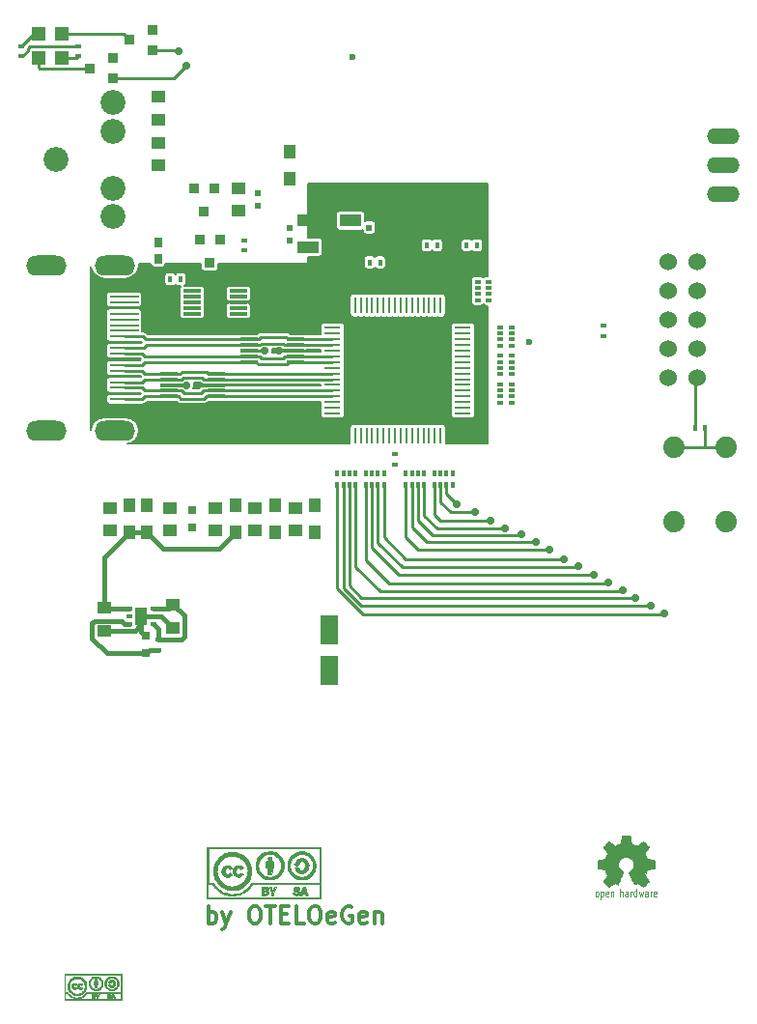
<source format=gtl>
G04 #@! TF.FileFunction,Copper,L1,Top,Signal*
%FSLAX46Y46*%
G04 Gerber Fmt 4.6, Leading zero omitted, Abs format (unit mm)*
G04 Created by KiCad (PCBNEW 0.201501280107+5391~20~ubuntu14.10.1-product) date Fre 06 Feb 2015 15:11:44 CET*
%MOMM*%
G01*
G04 APERTURE LIST*
%ADD10C,0.150000*%
%ADD11C,0.300000*%
%ADD12C,0.075000*%
%ADD13C,0.002540*%
%ADD14R,1.600000X0.300000*%
%ADD15R,0.500000X0.600000*%
%ADD16R,0.750000X0.800000*%
%ADD17R,1.250000X1.000000*%
%ADD18R,1.600000X2.600000*%
%ADD19O,2.844800X1.422400*%
%ADD20C,2.184400*%
%ADD21R,2.600000X0.280000*%
%ADD22O,3.556000X1.778000*%
%ADD23R,1.000000X1.200000*%
%ADD24R,1.200000X1.200000*%
%ADD25R,0.914400X0.914400*%
%ADD26R,0.400000X0.600000*%
%ADD27R,0.600000X0.400000*%
%ADD28R,0.400000X0.500000*%
%ADD29R,0.300000X0.500000*%
%ADD30R,0.500000X0.400000*%
%ADD31R,0.500000X0.300000*%
%ADD32R,0.650000X0.900000*%
%ADD33C,1.879600*%
%ADD34C,1.524000*%
%ADD35C,0.600000*%
%ADD36R,1.473200X0.279400*%
%ADD37R,0.279400X1.473200*%
%ADD38R,5.105400X5.105400*%
%ADD39R,0.609600X0.355600*%
%ADD40R,0.990600X1.600200*%
%ADD41R,1.900000X1.100000*%
%ADD42C,0.700000*%
%ADD43C,0.400000*%
%ADD44C,0.280000*%
%ADD45C,0.200000*%
G04 APERTURE END LIST*
D10*
D11*
X-119794143Y178163429D02*
X-119794143Y179663429D01*
X-119794143Y179092000D02*
X-119651286Y179163429D01*
X-119365572Y179163429D01*
X-119222715Y179092000D01*
X-119151286Y179020571D01*
X-119079857Y178877714D01*
X-119079857Y178449143D01*
X-119151286Y178306286D01*
X-119222715Y178234857D01*
X-119365572Y178163429D01*
X-119651286Y178163429D01*
X-119794143Y178234857D01*
X-118579857Y179163429D02*
X-118222714Y178163429D01*
X-117865572Y179163429D02*
X-118222714Y178163429D01*
X-118365572Y177806286D01*
X-118437000Y177734857D01*
X-118579857Y177663429D01*
X-115865572Y179663429D02*
X-115579858Y179663429D01*
X-115437000Y179592000D01*
X-115294143Y179449143D01*
X-115222715Y179163429D01*
X-115222715Y178663429D01*
X-115294143Y178377714D01*
X-115437000Y178234857D01*
X-115579858Y178163429D01*
X-115865572Y178163429D01*
X-116008429Y178234857D01*
X-116151286Y178377714D01*
X-116222715Y178663429D01*
X-116222715Y179163429D01*
X-116151286Y179449143D01*
X-116008429Y179592000D01*
X-115865572Y179663429D01*
X-114794143Y179663429D02*
X-113937000Y179663429D01*
X-114365571Y178163429D02*
X-114365571Y179663429D01*
X-113437000Y178949143D02*
X-112937000Y178949143D01*
X-112722714Y178163429D02*
X-113437000Y178163429D01*
X-113437000Y179663429D01*
X-112722714Y179663429D01*
X-111365571Y178163429D02*
X-112079857Y178163429D01*
X-112079857Y179663429D01*
X-110579857Y179663429D02*
X-110294143Y179663429D01*
X-110151285Y179592000D01*
X-110008428Y179449143D01*
X-109937000Y179163429D01*
X-109937000Y178663429D01*
X-110008428Y178377714D01*
X-110151285Y178234857D01*
X-110294143Y178163429D01*
X-110579857Y178163429D01*
X-110722714Y178234857D01*
X-110865571Y178377714D01*
X-110937000Y178663429D01*
X-110937000Y179163429D01*
X-110865571Y179449143D01*
X-110722714Y179592000D01*
X-110579857Y179663429D01*
X-108722714Y178234857D02*
X-108865571Y178163429D01*
X-109151285Y178163429D01*
X-109294142Y178234857D01*
X-109365571Y178377714D01*
X-109365571Y178949143D01*
X-109294142Y179092000D01*
X-109151285Y179163429D01*
X-108865571Y179163429D01*
X-108722714Y179092000D01*
X-108651285Y178949143D01*
X-108651285Y178806286D01*
X-109365571Y178663429D01*
X-107222714Y179592000D02*
X-107365571Y179663429D01*
X-107579857Y179663429D01*
X-107794142Y179592000D01*
X-107937000Y179449143D01*
X-108008428Y179306286D01*
X-108079857Y179020571D01*
X-108079857Y178806286D01*
X-108008428Y178520571D01*
X-107937000Y178377714D01*
X-107794142Y178234857D01*
X-107579857Y178163429D01*
X-107437000Y178163429D01*
X-107222714Y178234857D01*
X-107151285Y178306286D01*
X-107151285Y178806286D01*
X-107437000Y178806286D01*
X-105937000Y178234857D02*
X-106079857Y178163429D01*
X-106365571Y178163429D01*
X-106508428Y178234857D01*
X-106579857Y178377714D01*
X-106579857Y178949143D01*
X-106508428Y179092000D01*
X-106365571Y179163429D01*
X-106079857Y179163429D01*
X-105937000Y179092000D01*
X-105865571Y178949143D01*
X-105865571Y178806286D01*
X-106579857Y178663429D01*
X-105222714Y179163429D02*
X-105222714Y178163429D01*
X-105222714Y179020571D02*
X-105151286Y179092000D01*
X-105008428Y179163429D01*
X-104794143Y179163429D01*
X-104651286Y179092000D01*
X-104579857Y178949143D01*
X-104579857Y178163429D01*
D12*
X-81027000Y180972000D02*
X-81027000Y180512000D01*
X-80937000Y180972000D02*
X-80887000Y180972000D01*
X-80987000Y180942000D02*
X-80937000Y180972000D01*
X-81007000Y180922000D02*
X-80987000Y180942000D01*
X-81027000Y180852000D02*
X-81007000Y180922000D01*
X-80587000Y180512000D02*
X-80537000Y180542000D01*
X-80687000Y180512000D02*
X-80587000Y180512000D01*
X-80727000Y180542000D02*
X-80687000Y180512000D01*
X-80747000Y180612000D02*
X-80727000Y180542000D01*
X-80747000Y180882000D02*
X-80747000Y180612000D01*
X-80717000Y180942000D02*
X-80747000Y180882000D01*
X-80677000Y180972000D02*
X-80717000Y180942000D01*
X-80577000Y180972000D02*
X-80677000Y180972000D01*
X-80537000Y180932000D02*
X-80577000Y180972000D01*
X-80517000Y180862000D02*
X-80537000Y180932000D01*
X-80517000Y180742000D02*
X-80517000Y180862000D01*
X-80517000Y180742000D02*
X-80747000Y180742000D01*
X-81267000Y180882000D02*
X-81267000Y180512000D01*
X-81297000Y180942000D02*
X-81267000Y180882000D01*
X-81337000Y180972000D02*
X-81297000Y180942000D01*
X-81437000Y180972000D02*
X-81337000Y180972000D01*
X-81487000Y180942000D02*
X-81437000Y180972000D01*
X-81427000Y180782000D02*
X-81477000Y180752000D01*
X-81307000Y180782000D02*
X-81427000Y180782000D01*
X-81267000Y180812000D02*
X-81307000Y180782000D01*
X-81317000Y180512000D02*
X-81267000Y180552000D01*
X-81437000Y180512000D02*
X-81317000Y180512000D01*
X-81487000Y180552000D02*
X-81437000Y180512000D01*
X-81507000Y180612000D02*
X-81487000Y180552000D01*
X-81507000Y180682000D02*
X-81507000Y180612000D01*
X-81477000Y180752000D02*
X-81507000Y180682000D01*
X-82057000Y180972000D02*
X-81957000Y180512000D01*
X-81957000Y180512000D02*
X-81867000Y180852000D01*
X-81867000Y180852000D02*
X-81767000Y180512000D01*
X-81767000Y180512000D02*
X-81667000Y180972000D01*
X-82247000Y180542000D02*
X-82287000Y180512000D01*
X-82287000Y180512000D02*
X-82397000Y180512000D01*
X-82397000Y180512000D02*
X-82437000Y180542000D01*
X-82437000Y180542000D02*
X-82457000Y180572000D01*
X-82457000Y180572000D02*
X-82487000Y180642000D01*
X-82487000Y180642000D02*
X-82487000Y180842000D01*
X-82487000Y180842000D02*
X-82457000Y180912000D01*
X-82457000Y180912000D02*
X-82437000Y180942000D01*
X-82437000Y180942000D02*
X-82377000Y180982000D01*
X-82377000Y180982000D02*
X-82307000Y180982000D01*
X-82307000Y180982000D02*
X-82247000Y180942000D01*
X-82247000Y181212000D02*
X-82247000Y180512000D01*
X-82767000Y180852000D02*
X-82747000Y180922000D01*
X-82747000Y180922000D02*
X-82727000Y180942000D01*
X-82727000Y180942000D02*
X-82677000Y180972000D01*
X-82677000Y180972000D02*
X-82627000Y180972000D01*
X-82767000Y180972000D02*
X-82767000Y180512000D01*
X-83217000Y180752000D02*
X-83247000Y180682000D01*
X-83247000Y180682000D02*
X-83247000Y180612000D01*
X-83247000Y180612000D02*
X-83227000Y180552000D01*
X-83227000Y180552000D02*
X-83177000Y180512000D01*
X-83177000Y180512000D02*
X-83057000Y180512000D01*
X-83057000Y180512000D02*
X-83007000Y180552000D01*
X-83007000Y180812000D02*
X-83047000Y180782000D01*
X-83047000Y180782000D02*
X-83167000Y180782000D01*
X-83167000Y180782000D02*
X-83217000Y180752000D01*
X-83227000Y180942000D02*
X-83177000Y180972000D01*
X-83177000Y180972000D02*
X-83077000Y180972000D01*
X-83077000Y180972000D02*
X-83037000Y180942000D01*
X-83037000Y180942000D02*
X-83007000Y180882000D01*
X-83007000Y180882000D02*
X-83007000Y180512000D01*
X-83677000Y180902000D02*
X-83657000Y180942000D01*
X-83657000Y180942000D02*
X-83607000Y180972000D01*
X-83607000Y180972000D02*
X-83527000Y180972000D01*
X-83527000Y180972000D02*
X-83487000Y180942000D01*
X-83487000Y180942000D02*
X-83467000Y180882000D01*
X-83467000Y180882000D02*
X-83467000Y180512000D01*
X-83677000Y181212000D02*
X-83677000Y180512000D01*
X-84727000Y180742000D02*
X-84957000Y180742000D01*
X-84507000Y180912000D02*
X-84487000Y180942000D01*
X-84487000Y180942000D02*
X-84447000Y180972000D01*
X-84447000Y180972000D02*
X-84357000Y180972000D01*
X-84357000Y180972000D02*
X-84317000Y180942000D01*
X-84317000Y180942000D02*
X-84297000Y180882000D01*
X-84297000Y180882000D02*
X-84297000Y180512000D01*
X-84507000Y180972000D02*
X-84507000Y180512000D01*
X-84727000Y180742000D02*
X-84727000Y180862000D01*
X-84727000Y180862000D02*
X-84747000Y180932000D01*
X-84747000Y180932000D02*
X-84787000Y180972000D01*
X-84787000Y180972000D02*
X-84887000Y180972000D01*
X-84887000Y180972000D02*
X-84927000Y180942000D01*
X-84927000Y180942000D02*
X-84957000Y180882000D01*
X-84957000Y180882000D02*
X-84957000Y180612000D01*
X-84957000Y180612000D02*
X-84937000Y180542000D01*
X-84937000Y180542000D02*
X-84897000Y180512000D01*
X-84897000Y180512000D02*
X-84797000Y180512000D01*
X-84797000Y180512000D02*
X-84747000Y180542000D01*
X-85387000Y180942000D02*
X-85347000Y180972000D01*
X-85347000Y180972000D02*
X-85247000Y180972000D01*
X-85247000Y180972000D02*
X-85207000Y180942000D01*
X-85207000Y180942000D02*
X-85177000Y180912000D01*
X-85177000Y180912000D02*
X-85157000Y180852000D01*
X-85157000Y180852000D02*
X-85157000Y180632000D01*
X-85157000Y180632000D02*
X-85177000Y180572000D01*
X-85177000Y180572000D02*
X-85197000Y180542000D01*
X-85197000Y180542000D02*
X-85237000Y180512000D01*
X-85237000Y180512000D02*
X-85337000Y180512000D01*
X-85337000Y180512000D02*
X-85387000Y180542000D01*
X-85387000Y180272000D02*
X-85387000Y180972000D01*
X-85697000Y180972000D02*
X-85777000Y180972000D01*
X-85777000Y180972000D02*
X-85817000Y180942000D01*
X-85817000Y180942000D02*
X-85837000Y180912000D01*
X-85837000Y180912000D02*
X-85867000Y180842000D01*
X-85777000Y180512000D02*
X-85697000Y180512000D01*
X-85697000Y180512000D02*
X-85647000Y180542000D01*
X-85647000Y180542000D02*
X-85627000Y180572000D01*
X-85627000Y180572000D02*
X-85607000Y180642000D01*
X-85607000Y180642000D02*
X-85607000Y180842000D01*
X-85607000Y180842000D02*
X-85627000Y180902000D01*
X-85627000Y180902000D02*
X-85647000Y180932000D01*
X-85647000Y180932000D02*
X-85697000Y180972000D01*
X-85867000Y180842000D02*
X-85867000Y180642000D01*
X-85867000Y180642000D02*
X-85847000Y180582000D01*
X-85847000Y180582000D02*
X-85827000Y180552000D01*
X-85827000Y180552000D02*
X-85777000Y180512000D01*
D13*
G36*
X-84700840Y181346640D02*
X-84675440Y181361880D01*
X-84617020Y181397440D01*
X-84533200Y181453320D01*
X-84434140Y181519360D01*
X-84335080Y181585400D01*
X-84253800Y181638740D01*
X-84197920Y181676840D01*
X-84172520Y181689540D01*
X-84159820Y181684460D01*
X-84114100Y181661600D01*
X-84045520Y181626040D01*
X-84004880Y181605720D01*
X-83943920Y181580320D01*
X-83910900Y181572700D01*
X-83905820Y181582860D01*
X-83882960Y181631120D01*
X-83847400Y181712400D01*
X-83801680Y181821620D01*
X-83745800Y181948620D01*
X-83689920Y182083240D01*
X-83631500Y182222940D01*
X-83575620Y182357560D01*
X-83527360Y182476940D01*
X-83486720Y182573460D01*
X-83461320Y182642040D01*
X-83451160Y182669980D01*
X-83453700Y182677600D01*
X-83486720Y182708080D01*
X-83540060Y182748720D01*
X-83659440Y182845240D01*
X-83776280Y182990020D01*
X-83847400Y183155120D01*
X-83870260Y183340540D01*
X-83849940Y183510720D01*
X-83783900Y183673280D01*
X-83669600Y183820600D01*
X-83529900Y183929820D01*
X-83367340Y183998400D01*
X-83187000Y184021260D01*
X-83014280Y184000940D01*
X-82846640Y183934900D01*
X-82699320Y183823140D01*
X-82635820Y183752020D01*
X-82549460Y183602160D01*
X-82501200Y183444680D01*
X-82496120Y183404040D01*
X-82503740Y183228780D01*
X-82554540Y183058600D01*
X-82648520Y182908740D01*
X-82778060Y182784280D01*
X-82793300Y182774120D01*
X-82851720Y182728400D01*
X-82892360Y182697920D01*
X-82922840Y182672520D01*
X-82699320Y182134040D01*
X-82663760Y182050220D01*
X-82602800Y181902900D01*
X-82549460Y181775900D01*
X-82506280Y181674300D01*
X-82475800Y181608260D01*
X-82463100Y181580320D01*
X-82463100Y181577780D01*
X-82442780Y181575240D01*
X-82402140Y181590480D01*
X-82325940Y181626040D01*
X-82277680Y181651440D01*
X-82219260Y181679380D01*
X-82193860Y181689540D01*
X-82171000Y181676840D01*
X-82117660Y181641280D01*
X-82036380Y181587940D01*
X-81939860Y181524440D01*
X-81848420Y181460940D01*
X-81764600Y181405060D01*
X-81703640Y181366960D01*
X-81673160Y181349180D01*
X-81668080Y181349180D01*
X-81642680Y181364420D01*
X-81594420Y181405060D01*
X-81520760Y181473640D01*
X-81416620Y181577780D01*
X-81401380Y181593020D01*
X-81315020Y181679380D01*
X-81246440Y181753040D01*
X-81200720Y181803840D01*
X-81182940Y181826700D01*
X-81182940Y181826700D01*
X-81198180Y181857180D01*
X-81236280Y181918140D01*
X-81292160Y182004500D01*
X-81360740Y182103560D01*
X-81538540Y182362640D01*
X-81442020Y182606480D01*
X-81411540Y182682680D01*
X-81373440Y182771580D01*
X-81345500Y182837620D01*
X-81330260Y182865560D01*
X-81304860Y182875720D01*
X-81236280Y182890960D01*
X-81139760Y182911280D01*
X-81025460Y182931600D01*
X-80913700Y182951920D01*
X-80814640Y182972240D01*
X-80743520Y182984940D01*
X-80710500Y182992560D01*
X-80702880Y182997640D01*
X-80695260Y183012880D01*
X-80692720Y183045900D01*
X-80690180Y183106860D01*
X-80687640Y183200840D01*
X-80687640Y183340540D01*
X-80687640Y183355780D01*
X-80690180Y183485320D01*
X-80692720Y183592000D01*
X-80695260Y183658040D01*
X-80700340Y183685980D01*
X-80700340Y183685980D01*
X-80730820Y183693600D01*
X-80801940Y183708840D01*
X-80901000Y183726620D01*
X-81020380Y183749480D01*
X-81028000Y183752020D01*
X-81144840Y183774880D01*
X-81243900Y183795200D01*
X-81315020Y183810440D01*
X-81342960Y183820600D01*
X-81350580Y183828220D01*
X-81373440Y183873940D01*
X-81406460Y183947600D01*
X-81447100Y184036500D01*
X-81485200Y184130480D01*
X-81518220Y184214300D01*
X-81541080Y184275260D01*
X-81548700Y184303200D01*
X-81546160Y184305740D01*
X-81528380Y184333680D01*
X-81487740Y184394640D01*
X-81431860Y184478460D01*
X-81363280Y184580060D01*
X-81358200Y184587680D01*
X-81289620Y184686740D01*
X-81233740Y184773100D01*
X-81198180Y184831520D01*
X-81182940Y184859460D01*
X-81182940Y184862000D01*
X-81205800Y184892480D01*
X-81256600Y184948360D01*
X-81330260Y185024560D01*
X-81416620Y185113460D01*
X-81444560Y185138860D01*
X-81543620Y185235380D01*
X-81609660Y185296340D01*
X-81652840Y185329360D01*
X-81673160Y185336980D01*
X-81673160Y185336980D01*
X-81703640Y185319200D01*
X-81767140Y185278560D01*
X-81850960Y185220140D01*
X-81952560Y185151560D01*
X-81960180Y185146480D01*
X-82059240Y185077900D01*
X-82143060Y185022020D01*
X-82201480Y184981380D01*
X-82229420Y184966140D01*
X-82231960Y184966140D01*
X-82272600Y184978840D01*
X-82343720Y185004240D01*
X-82432620Y185037260D01*
X-82524060Y185075360D01*
X-82607880Y185110920D01*
X-82671380Y185138860D01*
X-82701860Y185156640D01*
X-82701860Y185156640D01*
X-82712020Y185192200D01*
X-82729800Y185268400D01*
X-82750120Y185370000D01*
X-82775520Y185491920D01*
X-82778060Y185512240D01*
X-82800920Y185631620D01*
X-82818700Y185730680D01*
X-82833940Y185799260D01*
X-82841560Y185827200D01*
X-82856800Y185829740D01*
X-82915220Y185834820D01*
X-83004120Y185837360D01*
X-83113340Y185837360D01*
X-83225100Y185837360D01*
X-83334320Y185834820D01*
X-83428300Y185832280D01*
X-83496880Y185827200D01*
X-83524820Y185822120D01*
X-83524820Y185819580D01*
X-83534980Y185781480D01*
X-83552760Y185707820D01*
X-83573080Y185603680D01*
X-83595940Y185481760D01*
X-83601020Y185458900D01*
X-83623880Y185342060D01*
X-83644200Y185243000D01*
X-83656900Y185176960D01*
X-83664520Y185149020D01*
X-83677220Y185143940D01*
X-83725480Y185123620D01*
X-83804220Y185090600D01*
X-83903280Y185049960D01*
X-84131880Y184958520D01*
X-84413820Y185149020D01*
X-84439220Y185166800D01*
X-84540820Y185235380D01*
X-84622100Y185291260D01*
X-84680520Y185329360D01*
X-84703380Y185342060D01*
X-84705920Y185342060D01*
X-84733860Y185316660D01*
X-84789740Y185263320D01*
X-84865940Y185189660D01*
X-84954840Y185103300D01*
X-85018340Y185037260D01*
X-85097080Y184958520D01*
X-85145340Y184905180D01*
X-85173280Y184872160D01*
X-85180900Y184851840D01*
X-85178360Y184836600D01*
X-85160580Y184808660D01*
X-85119940Y184747700D01*
X-85061520Y184661340D01*
X-84992940Y184562280D01*
X-84937060Y184478460D01*
X-84876100Y184384480D01*
X-84838000Y184318440D01*
X-84822760Y184285420D01*
X-84827840Y184272720D01*
X-84845620Y184216840D01*
X-84881180Y184133020D01*
X-84921820Y184033960D01*
X-85020880Y183812980D01*
X-85165660Y183785040D01*
X-85254560Y183767260D01*
X-85376480Y183744400D01*
X-85495860Y183721540D01*
X-85678740Y183685980D01*
X-85686360Y183010340D01*
X-85658420Y182997640D01*
X-85630480Y182990020D01*
X-85561900Y182974780D01*
X-85465380Y182954460D01*
X-85348540Y182934140D01*
X-85252020Y182916360D01*
X-85152960Y182896040D01*
X-85081840Y182883340D01*
X-85051360Y182875720D01*
X-85041200Y182865560D01*
X-85018340Y182817300D01*
X-84982780Y182741100D01*
X-84942140Y182649660D01*
X-84904040Y182555680D01*
X-84868480Y182466780D01*
X-84845620Y182400740D01*
X-84835460Y182367720D01*
X-84848160Y182339780D01*
X-84886260Y182281360D01*
X-84939600Y182200080D01*
X-85008180Y182101020D01*
X-85074220Y182004500D01*
X-85132640Y181920680D01*
X-85170740Y181859720D01*
X-85188520Y181831780D01*
X-85178360Y181814000D01*
X-85140260Y181765740D01*
X-85066600Y181689540D01*
X-84954840Y181580320D01*
X-84937060Y181562540D01*
X-84850700Y181478720D01*
X-84777040Y181410140D01*
X-84723700Y181364420D01*
X-84700840Y181346640D01*
X-84700840Y181346640D01*
G37*
X-84700840Y181346640D02*
X-84675440Y181361880D01*
X-84617020Y181397440D01*
X-84533200Y181453320D01*
X-84434140Y181519360D01*
X-84335080Y181585400D01*
X-84253800Y181638740D01*
X-84197920Y181676840D01*
X-84172520Y181689540D01*
X-84159820Y181684460D01*
X-84114100Y181661600D01*
X-84045520Y181626040D01*
X-84004880Y181605720D01*
X-83943920Y181580320D01*
X-83910900Y181572700D01*
X-83905820Y181582860D01*
X-83882960Y181631120D01*
X-83847400Y181712400D01*
X-83801680Y181821620D01*
X-83745800Y181948620D01*
X-83689920Y182083240D01*
X-83631500Y182222940D01*
X-83575620Y182357560D01*
X-83527360Y182476940D01*
X-83486720Y182573460D01*
X-83461320Y182642040D01*
X-83451160Y182669980D01*
X-83453700Y182677600D01*
X-83486720Y182708080D01*
X-83540060Y182748720D01*
X-83659440Y182845240D01*
X-83776280Y182990020D01*
X-83847400Y183155120D01*
X-83870260Y183340540D01*
X-83849940Y183510720D01*
X-83783900Y183673280D01*
X-83669600Y183820600D01*
X-83529900Y183929820D01*
X-83367340Y183998400D01*
X-83187000Y184021260D01*
X-83014280Y184000940D01*
X-82846640Y183934900D01*
X-82699320Y183823140D01*
X-82635820Y183752020D01*
X-82549460Y183602160D01*
X-82501200Y183444680D01*
X-82496120Y183404040D01*
X-82503740Y183228780D01*
X-82554540Y183058600D01*
X-82648520Y182908740D01*
X-82778060Y182784280D01*
X-82793300Y182774120D01*
X-82851720Y182728400D01*
X-82892360Y182697920D01*
X-82922840Y182672520D01*
X-82699320Y182134040D01*
X-82663760Y182050220D01*
X-82602800Y181902900D01*
X-82549460Y181775900D01*
X-82506280Y181674300D01*
X-82475800Y181608260D01*
X-82463100Y181580320D01*
X-82463100Y181577780D01*
X-82442780Y181575240D01*
X-82402140Y181590480D01*
X-82325940Y181626040D01*
X-82277680Y181651440D01*
X-82219260Y181679380D01*
X-82193860Y181689540D01*
X-82171000Y181676840D01*
X-82117660Y181641280D01*
X-82036380Y181587940D01*
X-81939860Y181524440D01*
X-81848420Y181460940D01*
X-81764600Y181405060D01*
X-81703640Y181366960D01*
X-81673160Y181349180D01*
X-81668080Y181349180D01*
X-81642680Y181364420D01*
X-81594420Y181405060D01*
X-81520760Y181473640D01*
X-81416620Y181577780D01*
X-81401380Y181593020D01*
X-81315020Y181679380D01*
X-81246440Y181753040D01*
X-81200720Y181803840D01*
X-81182940Y181826700D01*
X-81182940Y181826700D01*
X-81198180Y181857180D01*
X-81236280Y181918140D01*
X-81292160Y182004500D01*
X-81360740Y182103560D01*
X-81538540Y182362640D01*
X-81442020Y182606480D01*
X-81411540Y182682680D01*
X-81373440Y182771580D01*
X-81345500Y182837620D01*
X-81330260Y182865560D01*
X-81304860Y182875720D01*
X-81236280Y182890960D01*
X-81139760Y182911280D01*
X-81025460Y182931600D01*
X-80913700Y182951920D01*
X-80814640Y182972240D01*
X-80743520Y182984940D01*
X-80710500Y182992560D01*
X-80702880Y182997640D01*
X-80695260Y183012880D01*
X-80692720Y183045900D01*
X-80690180Y183106860D01*
X-80687640Y183200840D01*
X-80687640Y183340540D01*
X-80687640Y183355780D01*
X-80690180Y183485320D01*
X-80692720Y183592000D01*
X-80695260Y183658040D01*
X-80700340Y183685980D01*
X-80700340Y183685980D01*
X-80730820Y183693600D01*
X-80801940Y183708840D01*
X-80901000Y183726620D01*
X-81020380Y183749480D01*
X-81028000Y183752020D01*
X-81144840Y183774880D01*
X-81243900Y183795200D01*
X-81315020Y183810440D01*
X-81342960Y183820600D01*
X-81350580Y183828220D01*
X-81373440Y183873940D01*
X-81406460Y183947600D01*
X-81447100Y184036500D01*
X-81485200Y184130480D01*
X-81518220Y184214300D01*
X-81541080Y184275260D01*
X-81548700Y184303200D01*
X-81546160Y184305740D01*
X-81528380Y184333680D01*
X-81487740Y184394640D01*
X-81431860Y184478460D01*
X-81363280Y184580060D01*
X-81358200Y184587680D01*
X-81289620Y184686740D01*
X-81233740Y184773100D01*
X-81198180Y184831520D01*
X-81182940Y184859460D01*
X-81182940Y184862000D01*
X-81205800Y184892480D01*
X-81256600Y184948360D01*
X-81330260Y185024560D01*
X-81416620Y185113460D01*
X-81444560Y185138860D01*
X-81543620Y185235380D01*
X-81609660Y185296340D01*
X-81652840Y185329360D01*
X-81673160Y185336980D01*
X-81673160Y185336980D01*
X-81703640Y185319200D01*
X-81767140Y185278560D01*
X-81850960Y185220140D01*
X-81952560Y185151560D01*
X-81960180Y185146480D01*
X-82059240Y185077900D01*
X-82143060Y185022020D01*
X-82201480Y184981380D01*
X-82229420Y184966140D01*
X-82231960Y184966140D01*
X-82272600Y184978840D01*
X-82343720Y185004240D01*
X-82432620Y185037260D01*
X-82524060Y185075360D01*
X-82607880Y185110920D01*
X-82671380Y185138860D01*
X-82701860Y185156640D01*
X-82701860Y185156640D01*
X-82712020Y185192200D01*
X-82729800Y185268400D01*
X-82750120Y185370000D01*
X-82775520Y185491920D01*
X-82778060Y185512240D01*
X-82800920Y185631620D01*
X-82818700Y185730680D01*
X-82833940Y185799260D01*
X-82841560Y185827200D01*
X-82856800Y185829740D01*
X-82915220Y185834820D01*
X-83004120Y185837360D01*
X-83113340Y185837360D01*
X-83225100Y185837360D01*
X-83334320Y185834820D01*
X-83428300Y185832280D01*
X-83496880Y185827200D01*
X-83524820Y185822120D01*
X-83524820Y185819580D01*
X-83534980Y185781480D01*
X-83552760Y185707820D01*
X-83573080Y185603680D01*
X-83595940Y185481760D01*
X-83601020Y185458900D01*
X-83623880Y185342060D01*
X-83644200Y185243000D01*
X-83656900Y185176960D01*
X-83664520Y185149020D01*
X-83677220Y185143940D01*
X-83725480Y185123620D01*
X-83804220Y185090600D01*
X-83903280Y185049960D01*
X-84131880Y184958520D01*
X-84413820Y185149020D01*
X-84439220Y185166800D01*
X-84540820Y185235380D01*
X-84622100Y185291260D01*
X-84680520Y185329360D01*
X-84703380Y185342060D01*
X-84705920Y185342060D01*
X-84733860Y185316660D01*
X-84789740Y185263320D01*
X-84865940Y185189660D01*
X-84954840Y185103300D01*
X-85018340Y185037260D01*
X-85097080Y184958520D01*
X-85145340Y184905180D01*
X-85173280Y184872160D01*
X-85180900Y184851840D01*
X-85178360Y184836600D01*
X-85160580Y184808660D01*
X-85119940Y184747700D01*
X-85061520Y184661340D01*
X-84992940Y184562280D01*
X-84937060Y184478460D01*
X-84876100Y184384480D01*
X-84838000Y184318440D01*
X-84822760Y184285420D01*
X-84827840Y184272720D01*
X-84845620Y184216840D01*
X-84881180Y184133020D01*
X-84921820Y184033960D01*
X-85020880Y183812980D01*
X-85165660Y183785040D01*
X-85254560Y183767260D01*
X-85376480Y183744400D01*
X-85495860Y183721540D01*
X-85678740Y183685980D01*
X-85686360Y183010340D01*
X-85658420Y182997640D01*
X-85630480Y182990020D01*
X-85561900Y182974780D01*
X-85465380Y182954460D01*
X-85348540Y182934140D01*
X-85252020Y182916360D01*
X-85152960Y182896040D01*
X-85081840Y182883340D01*
X-85051360Y182875720D01*
X-85041200Y182865560D01*
X-85018340Y182817300D01*
X-84982780Y182741100D01*
X-84942140Y182649660D01*
X-84904040Y182555680D01*
X-84868480Y182466780D01*
X-84845620Y182400740D01*
X-84835460Y182367720D01*
X-84848160Y182339780D01*
X-84886260Y182281360D01*
X-84939600Y182200080D01*
X-85008180Y182101020D01*
X-85074220Y182004500D01*
X-85132640Y181920680D01*
X-85170740Y181859720D01*
X-85188520Y181831780D01*
X-85178360Y181814000D01*
X-85140260Y181765740D01*
X-85066600Y181689540D01*
X-84954840Y181580320D01*
X-84937060Y181562540D01*
X-84850700Y181478720D01*
X-84777040Y181410140D01*
X-84723700Y181364420D01*
X-84700840Y181346640D01*
G36*
X-109930660Y180359340D02*
X-110044960Y180359340D01*
X-110044960Y181700460D01*
X-110044960Y183166040D01*
X-110044960Y184636700D01*
X-110083060Y184674800D01*
X-110121160Y184710360D01*
X-114931920Y184710360D01*
X-119740140Y184710360D01*
X-119778240Y184674800D01*
X-119816340Y184636700D01*
X-119816340Y183166040D01*
X-119813800Y181700460D01*
X-119587740Y181697920D01*
X-119361680Y181697920D01*
X-119277860Y181568380D01*
X-119155940Y181400740D01*
X-119013700Y181248340D01*
X-118853680Y181111180D01*
X-118678420Y180991800D01*
X-118490460Y180892740D01*
X-118292340Y180814000D01*
X-118086600Y180758120D01*
X-117921500Y180730180D01*
X-117835140Y180722560D01*
X-117733540Y180720020D01*
X-117621780Y180722560D01*
X-117512560Y180730180D01*
X-117413500Y180742880D01*
X-117352540Y180753040D01*
X-117136640Y180808920D01*
X-116933440Y180887660D01*
X-116745480Y180984180D01*
X-116567680Y181106100D01*
X-116402580Y181250880D01*
X-116334000Y181319460D01*
X-116278120Y181380420D01*
X-116222240Y181451540D01*
X-116168900Y181522660D01*
X-116135880Y181568380D01*
X-116054600Y181697920D01*
X-113052320Y181697920D01*
X-110044960Y181700460D01*
X-110044960Y180359340D01*
X-110060200Y180359340D01*
X-110060200Y180460940D01*
X-110060200Y181022280D01*
X-110060200Y181583620D01*
X-113016760Y181583620D01*
X-115970780Y181583620D01*
X-116049520Y181466780D01*
X-116146040Y181329620D01*
X-116242560Y181210240D01*
X-116341620Y181111180D01*
X-116445760Y181022280D01*
X-116562600Y180943540D01*
X-116648960Y180892740D01*
X-116788660Y180821620D01*
X-116913120Y180763200D01*
X-117029960Y180714940D01*
X-117149340Y180676840D01*
X-117273800Y180646360D01*
X-117278880Y180646360D01*
X-117461760Y180610800D01*
X-117634480Y180595560D01*
X-117799580Y180595560D01*
X-117967220Y180613340D01*
X-118137400Y180646360D01*
X-118332980Y180704780D01*
X-118528560Y180786060D01*
X-118729220Y180895280D01*
X-118929880Y181027360D01*
X-118998460Y181075620D01*
X-119049260Y181118800D01*
X-119110220Y181177220D01*
X-119173720Y181243260D01*
X-119239760Y181311840D01*
X-119303260Y181385500D01*
X-119356600Y181451540D01*
X-119399780Y181509960D01*
X-119422640Y181545520D01*
X-119442960Y181583620D01*
X-119636000Y181583620D01*
X-119829040Y181583620D01*
X-119829040Y181022280D01*
X-119829040Y180460940D01*
X-114942080Y180460940D01*
X-110060200Y180460940D01*
X-110060200Y180359340D01*
X-114924300Y180359340D01*
X-119915400Y180359340D01*
X-119923020Y180539680D01*
X-119925560Y180577780D01*
X-119925560Y180636200D01*
X-119925560Y180717480D01*
X-119925560Y180816540D01*
X-119928100Y180933380D01*
X-119928100Y181065460D01*
X-119928100Y181212780D01*
X-119928100Y181372800D01*
X-119928100Y181542980D01*
X-119928100Y181723320D01*
X-119928100Y181911280D01*
X-119928100Y182104320D01*
X-119928100Y182302440D01*
X-119928100Y182503100D01*
X-119928100Y182703760D01*
X-119928100Y182906960D01*
X-119925560Y183107620D01*
X-119925560Y183303200D01*
X-119925560Y183496240D01*
X-119925560Y183681660D01*
X-119923020Y183856920D01*
X-119923020Y184024560D01*
X-119920480Y184179500D01*
X-119920480Y184321740D01*
X-119920480Y184448740D01*
X-119917940Y184557960D01*
X-119917940Y184651940D01*
X-119915400Y184723060D01*
X-119915400Y184776400D01*
X-119912860Y184804340D01*
X-119912860Y184809420D01*
X-119900160Y184809420D01*
X-119862060Y184809420D01*
X-119801100Y184811960D01*
X-119717280Y184811960D01*
X-119613140Y184811960D01*
X-119486140Y184811960D01*
X-119343900Y184814500D01*
X-119181340Y184814500D01*
X-119001000Y184814500D01*
X-118805420Y184814500D01*
X-118594600Y184817040D01*
X-118371080Y184817040D01*
X-118132320Y184817040D01*
X-117883400Y184817040D01*
X-117624320Y184817040D01*
X-117355080Y184819580D01*
X-117078220Y184819580D01*
X-116791200Y184819580D01*
X-116501640Y184819580D01*
X-116204460Y184819580D01*
X-115902200Y184819580D01*
X-115597400Y184822120D01*
X-115290060Y184822120D01*
X-114980180Y184822120D01*
X-114675380Y184822120D01*
X-114368040Y184822120D01*
X-114063240Y184822120D01*
X-113760980Y184822120D01*
X-113461260Y184822120D01*
X-113169160Y184822120D01*
X-112882140Y184822120D01*
X-112602740Y184822120D01*
X-112330960Y184822120D01*
X-112069340Y184822120D01*
X-111817880Y184822120D01*
X-111579120Y184822120D01*
X-111353060Y184822120D01*
X-111139700Y184822120D01*
X-110941580Y184822120D01*
X-110758700Y184822120D01*
X-110591060Y184822120D01*
X-110443740Y184819580D01*
X-110314200Y184819580D01*
X-110207520Y184819580D01*
X-110118620Y184819580D01*
X-110052580Y184817040D01*
X-110009400Y184817040D01*
X-109991620Y184817040D01*
X-109930660Y184809420D01*
X-109930660Y182584380D01*
X-109930660Y180359340D01*
X-109930660Y180359340D01*
X-109930660Y180359340D01*
G37*
X-109930660Y180359340D02*
X-110044960Y180359340D01*
X-110044960Y181700460D01*
X-110044960Y183166040D01*
X-110044960Y184636700D01*
X-110083060Y184674800D01*
X-110121160Y184710360D01*
X-114931920Y184710360D01*
X-119740140Y184710360D01*
X-119778240Y184674800D01*
X-119816340Y184636700D01*
X-119816340Y183166040D01*
X-119813800Y181700460D01*
X-119587740Y181697920D01*
X-119361680Y181697920D01*
X-119277860Y181568380D01*
X-119155940Y181400740D01*
X-119013700Y181248340D01*
X-118853680Y181111180D01*
X-118678420Y180991800D01*
X-118490460Y180892740D01*
X-118292340Y180814000D01*
X-118086600Y180758120D01*
X-117921500Y180730180D01*
X-117835140Y180722560D01*
X-117733540Y180720020D01*
X-117621780Y180722560D01*
X-117512560Y180730180D01*
X-117413500Y180742880D01*
X-117352540Y180753040D01*
X-117136640Y180808920D01*
X-116933440Y180887660D01*
X-116745480Y180984180D01*
X-116567680Y181106100D01*
X-116402580Y181250880D01*
X-116334000Y181319460D01*
X-116278120Y181380420D01*
X-116222240Y181451540D01*
X-116168900Y181522660D01*
X-116135880Y181568380D01*
X-116054600Y181697920D01*
X-113052320Y181697920D01*
X-110044960Y181700460D01*
X-110044960Y180359340D01*
X-110060200Y180359340D01*
X-110060200Y180460940D01*
X-110060200Y181022280D01*
X-110060200Y181583620D01*
X-113016760Y181583620D01*
X-115970780Y181583620D01*
X-116049520Y181466780D01*
X-116146040Y181329620D01*
X-116242560Y181210240D01*
X-116341620Y181111180D01*
X-116445760Y181022280D01*
X-116562600Y180943540D01*
X-116648960Y180892740D01*
X-116788660Y180821620D01*
X-116913120Y180763200D01*
X-117029960Y180714940D01*
X-117149340Y180676840D01*
X-117273800Y180646360D01*
X-117278880Y180646360D01*
X-117461760Y180610800D01*
X-117634480Y180595560D01*
X-117799580Y180595560D01*
X-117967220Y180613340D01*
X-118137400Y180646360D01*
X-118332980Y180704780D01*
X-118528560Y180786060D01*
X-118729220Y180895280D01*
X-118929880Y181027360D01*
X-118998460Y181075620D01*
X-119049260Y181118800D01*
X-119110220Y181177220D01*
X-119173720Y181243260D01*
X-119239760Y181311840D01*
X-119303260Y181385500D01*
X-119356600Y181451540D01*
X-119399780Y181509960D01*
X-119422640Y181545520D01*
X-119442960Y181583620D01*
X-119636000Y181583620D01*
X-119829040Y181583620D01*
X-119829040Y181022280D01*
X-119829040Y180460940D01*
X-114942080Y180460940D01*
X-110060200Y180460940D01*
X-110060200Y180359340D01*
X-114924300Y180359340D01*
X-119915400Y180359340D01*
X-119923020Y180539680D01*
X-119925560Y180577780D01*
X-119925560Y180636200D01*
X-119925560Y180717480D01*
X-119925560Y180816540D01*
X-119928100Y180933380D01*
X-119928100Y181065460D01*
X-119928100Y181212780D01*
X-119928100Y181372800D01*
X-119928100Y181542980D01*
X-119928100Y181723320D01*
X-119928100Y181911280D01*
X-119928100Y182104320D01*
X-119928100Y182302440D01*
X-119928100Y182503100D01*
X-119928100Y182703760D01*
X-119928100Y182906960D01*
X-119925560Y183107620D01*
X-119925560Y183303200D01*
X-119925560Y183496240D01*
X-119925560Y183681660D01*
X-119923020Y183856920D01*
X-119923020Y184024560D01*
X-119920480Y184179500D01*
X-119920480Y184321740D01*
X-119920480Y184448740D01*
X-119917940Y184557960D01*
X-119917940Y184651940D01*
X-119915400Y184723060D01*
X-119915400Y184776400D01*
X-119912860Y184804340D01*
X-119912860Y184809420D01*
X-119900160Y184809420D01*
X-119862060Y184809420D01*
X-119801100Y184811960D01*
X-119717280Y184811960D01*
X-119613140Y184811960D01*
X-119486140Y184811960D01*
X-119343900Y184814500D01*
X-119181340Y184814500D01*
X-119001000Y184814500D01*
X-118805420Y184814500D01*
X-118594600Y184817040D01*
X-118371080Y184817040D01*
X-118132320Y184817040D01*
X-117883400Y184817040D01*
X-117624320Y184817040D01*
X-117355080Y184819580D01*
X-117078220Y184819580D01*
X-116791200Y184819580D01*
X-116501640Y184819580D01*
X-116204460Y184819580D01*
X-115902200Y184819580D01*
X-115597400Y184822120D01*
X-115290060Y184822120D01*
X-114980180Y184822120D01*
X-114675380Y184822120D01*
X-114368040Y184822120D01*
X-114063240Y184822120D01*
X-113760980Y184822120D01*
X-113461260Y184822120D01*
X-113169160Y184822120D01*
X-112882140Y184822120D01*
X-112602740Y184822120D01*
X-112330960Y184822120D01*
X-112069340Y184822120D01*
X-111817880Y184822120D01*
X-111579120Y184822120D01*
X-111353060Y184822120D01*
X-111139700Y184822120D01*
X-110941580Y184822120D01*
X-110758700Y184822120D01*
X-110591060Y184822120D01*
X-110443740Y184819580D01*
X-110314200Y184819580D01*
X-110207520Y184819580D01*
X-110118620Y184819580D01*
X-110052580Y184817040D01*
X-110009400Y184817040D01*
X-109991620Y184817040D01*
X-109930660Y184809420D01*
X-109930660Y182584380D01*
X-109930660Y180359340D01*
X-109930660Y180359340D01*
G36*
X-111797560Y180816540D02*
X-111810260Y180768280D01*
X-111838200Y180722560D01*
X-111848360Y180709860D01*
X-111899160Y180669220D01*
X-111967740Y180638740D01*
X-112046480Y180623500D01*
X-112125220Y180620960D01*
X-112135380Y180623500D01*
X-112224280Y180643820D01*
X-112295400Y180681920D01*
X-112348740Y180732720D01*
X-112381760Y180798760D01*
X-112384300Y180806380D01*
X-112391920Y180844480D01*
X-112384300Y180867340D01*
X-112361440Y180880040D01*
X-112318260Y180880040D01*
X-112308100Y180880040D01*
X-112267460Y180874960D01*
X-112244600Y180867340D01*
X-112234440Y180852100D01*
X-112226820Y180831780D01*
X-112198880Y180786060D01*
X-112155700Y180758120D01*
X-112102360Y180742880D01*
X-112041400Y180747960D01*
X-112005840Y180760660D01*
X-111967740Y180783520D01*
X-111952500Y180811460D01*
X-111955040Y180847020D01*
X-111962660Y180864800D01*
X-111980440Y180882580D01*
X-112013460Y180897820D01*
X-112061720Y180918140D01*
X-112130300Y180938460D01*
X-112168400Y180951160D01*
X-112226820Y180971480D01*
X-112270000Y180989260D01*
X-112300480Y181009580D01*
X-112318260Y181027360D01*
X-112353820Y181085780D01*
X-112366520Y181141660D01*
X-112361440Y181200080D01*
X-112336040Y181250880D01*
X-112292860Y181296600D01*
X-112239520Y181332160D01*
X-112173480Y181355020D01*
X-112099820Y181362640D01*
X-112028700Y181355020D01*
X-111944880Y181332160D01*
X-111883920Y181294060D01*
X-111845820Y181243260D01*
X-111825500Y181179760D01*
X-111825500Y181177220D01*
X-111817880Y181123880D01*
X-111891540Y181123880D01*
X-111932180Y181126420D01*
X-111955040Y181131500D01*
X-111967740Y181141660D01*
X-111977900Y181164520D01*
X-112003300Y181202620D01*
X-112043940Y181228020D01*
X-112092200Y181238180D01*
X-112140460Y181233100D01*
X-112183640Y181210240D01*
X-112186180Y181207700D01*
X-112211580Y181179760D01*
X-112214120Y181159440D01*
X-112201420Y181134040D01*
X-112196340Y181126420D01*
X-112168400Y181108640D01*
X-112115060Y181085780D01*
X-112038860Y181062920D01*
X-112033780Y181062920D01*
X-111947420Y181034980D01*
X-111886460Y181007040D01*
X-111843280Y180976560D01*
X-111815340Y180935920D01*
X-111800100Y180887660D01*
X-111800100Y180877500D01*
X-111797560Y180816540D01*
X-111797560Y180816540D01*
X-111797560Y180816540D01*
G37*
X-111797560Y180816540D02*
X-111810260Y180768280D01*
X-111838200Y180722560D01*
X-111848360Y180709860D01*
X-111899160Y180669220D01*
X-111967740Y180638740D01*
X-112046480Y180623500D01*
X-112125220Y180620960D01*
X-112135380Y180623500D01*
X-112224280Y180643820D01*
X-112295400Y180681920D01*
X-112348740Y180732720D01*
X-112381760Y180798760D01*
X-112384300Y180806380D01*
X-112391920Y180844480D01*
X-112384300Y180867340D01*
X-112361440Y180880040D01*
X-112318260Y180880040D01*
X-112308100Y180880040D01*
X-112267460Y180874960D01*
X-112244600Y180867340D01*
X-112234440Y180852100D01*
X-112226820Y180831780D01*
X-112198880Y180786060D01*
X-112155700Y180758120D01*
X-112102360Y180742880D01*
X-112041400Y180747960D01*
X-112005840Y180760660D01*
X-111967740Y180783520D01*
X-111952500Y180811460D01*
X-111955040Y180847020D01*
X-111962660Y180864800D01*
X-111980440Y180882580D01*
X-112013460Y180897820D01*
X-112061720Y180918140D01*
X-112130300Y180938460D01*
X-112168400Y180951160D01*
X-112226820Y180971480D01*
X-112270000Y180989260D01*
X-112300480Y181009580D01*
X-112318260Y181027360D01*
X-112353820Y181085780D01*
X-112366520Y181141660D01*
X-112361440Y181200080D01*
X-112336040Y181250880D01*
X-112292860Y181296600D01*
X-112239520Y181332160D01*
X-112173480Y181355020D01*
X-112099820Y181362640D01*
X-112028700Y181355020D01*
X-111944880Y181332160D01*
X-111883920Y181294060D01*
X-111845820Y181243260D01*
X-111825500Y181179760D01*
X-111825500Y181177220D01*
X-111817880Y181123880D01*
X-111891540Y181123880D01*
X-111932180Y181126420D01*
X-111955040Y181131500D01*
X-111967740Y181141660D01*
X-111977900Y181164520D01*
X-112003300Y181202620D01*
X-112043940Y181228020D01*
X-112092200Y181238180D01*
X-112140460Y181233100D01*
X-112183640Y181210240D01*
X-112186180Y181207700D01*
X-112211580Y181179760D01*
X-112214120Y181159440D01*
X-112201420Y181134040D01*
X-112196340Y181126420D01*
X-112168400Y181108640D01*
X-112115060Y181085780D01*
X-112038860Y181062920D01*
X-112033780Y181062920D01*
X-111947420Y181034980D01*
X-111886460Y181007040D01*
X-111843280Y180976560D01*
X-111815340Y180935920D01*
X-111800100Y180887660D01*
X-111800100Y180877500D01*
X-111797560Y180816540D01*
X-111797560Y180816540D01*
G36*
X-114520440Y180816540D02*
X-114540760Y180750500D01*
X-114581400Y180697160D01*
X-114637280Y180664140D01*
X-114660140Y180653980D01*
X-114683000Y180648900D01*
X-114683000Y180857180D01*
X-114688080Y180895280D01*
X-114703320Y180920680D01*
X-114708400Y180923220D01*
X-114708400Y181149280D01*
X-114721100Y181184840D01*
X-114728720Y181195000D01*
X-114749040Y181205160D01*
X-114782060Y181210240D01*
X-114837940Y181212780D01*
X-114848100Y181212780D01*
X-114944620Y181212780D01*
X-114949700Y181172140D01*
X-114952240Y181131500D01*
X-114952240Y181095940D01*
X-114947160Y181078160D01*
X-114939540Y181068000D01*
X-114924300Y181062920D01*
X-114888740Y181060380D01*
X-114858260Y181060380D01*
X-114792220Y181062920D01*
X-114749040Y181073080D01*
X-114736340Y181080700D01*
X-114713480Y181111180D01*
X-114708400Y181149280D01*
X-114708400Y180923220D01*
X-114733800Y180935920D01*
X-114784600Y180943540D01*
X-114845560Y180946080D01*
X-114947160Y180946080D01*
X-114947160Y180857180D01*
X-114947160Y180765740D01*
X-114840480Y180765740D01*
X-114779520Y180768280D01*
X-114741420Y180773360D01*
X-114716020Y180780980D01*
X-114705860Y180788600D01*
X-114688080Y180821620D01*
X-114683000Y180857180D01*
X-114683000Y180648900D01*
X-114688080Y180648900D01*
X-114723640Y180643820D01*
X-114774440Y180641280D01*
X-114840480Y180638740D01*
X-114903980Y180638740D01*
X-115114800Y180638740D01*
X-115114800Y180989260D01*
X-115114800Y181342320D01*
X-114906520Y181342320D01*
X-114812540Y181339780D01*
X-114743960Y181337240D01*
X-114690620Y181332160D01*
X-114652520Y181322000D01*
X-114622040Y181309300D01*
X-114599180Y181288980D01*
X-114589020Y181281360D01*
X-114571240Y181245800D01*
X-114558540Y181195000D01*
X-114556000Y181144200D01*
X-114561080Y181118800D01*
X-114576320Y181085780D01*
X-114601720Y181052760D01*
X-114604260Y181050220D01*
X-114624580Y181029900D01*
X-114627120Y181017200D01*
X-114619500Y181012120D01*
X-114583940Y180989260D01*
X-114550920Y180951160D01*
X-114528060Y180907980D01*
X-114522980Y180890200D01*
X-114520440Y180816540D01*
X-114520440Y180816540D01*
X-114520440Y180816540D01*
G37*
X-114520440Y180816540D02*
X-114540760Y180750500D01*
X-114581400Y180697160D01*
X-114637280Y180664140D01*
X-114660140Y180653980D01*
X-114683000Y180648900D01*
X-114683000Y180857180D01*
X-114688080Y180895280D01*
X-114703320Y180920680D01*
X-114708400Y180923220D01*
X-114708400Y181149280D01*
X-114721100Y181184840D01*
X-114728720Y181195000D01*
X-114749040Y181205160D01*
X-114782060Y181210240D01*
X-114837940Y181212780D01*
X-114848100Y181212780D01*
X-114944620Y181212780D01*
X-114949700Y181172140D01*
X-114952240Y181131500D01*
X-114952240Y181095940D01*
X-114947160Y181078160D01*
X-114939540Y181068000D01*
X-114924300Y181062920D01*
X-114888740Y181060380D01*
X-114858260Y181060380D01*
X-114792220Y181062920D01*
X-114749040Y181073080D01*
X-114736340Y181080700D01*
X-114713480Y181111180D01*
X-114708400Y181149280D01*
X-114708400Y180923220D01*
X-114733800Y180935920D01*
X-114784600Y180943540D01*
X-114845560Y180946080D01*
X-114947160Y180946080D01*
X-114947160Y180857180D01*
X-114947160Y180765740D01*
X-114840480Y180765740D01*
X-114779520Y180768280D01*
X-114741420Y180773360D01*
X-114716020Y180780980D01*
X-114705860Y180788600D01*
X-114688080Y180821620D01*
X-114683000Y180857180D01*
X-114683000Y180648900D01*
X-114688080Y180648900D01*
X-114723640Y180643820D01*
X-114774440Y180641280D01*
X-114840480Y180638740D01*
X-114903980Y180638740D01*
X-115114800Y180638740D01*
X-115114800Y180989260D01*
X-115114800Y181342320D01*
X-114906520Y181342320D01*
X-114812540Y181339780D01*
X-114743960Y181337240D01*
X-114690620Y181332160D01*
X-114652520Y181322000D01*
X-114622040Y181309300D01*
X-114599180Y181288980D01*
X-114589020Y181281360D01*
X-114571240Y181245800D01*
X-114558540Y181195000D01*
X-114556000Y181144200D01*
X-114561080Y181118800D01*
X-114576320Y181085780D01*
X-114601720Y181052760D01*
X-114604260Y181050220D01*
X-114624580Y181029900D01*
X-114627120Y181017200D01*
X-114619500Y181012120D01*
X-114583940Y180989260D01*
X-114550920Y180951160D01*
X-114528060Y180907980D01*
X-114522980Y180890200D01*
X-114520440Y180816540D01*
X-114520440Y180816540D01*
G36*
X-113814320Y181342320D02*
X-113948940Y181118800D01*
X-114083560Y180895280D01*
X-114083560Y180768280D01*
X-114083560Y180638740D01*
X-114159760Y180638740D01*
X-114235960Y180638740D01*
X-114235960Y180773360D01*
X-114235960Y180910520D01*
X-114360420Y181116260D01*
X-114398520Y181182300D01*
X-114431540Y181240720D01*
X-114459480Y181286440D01*
X-114479800Y181316920D01*
X-114487420Y181332160D01*
X-114477260Y181337240D01*
X-114449320Y181339780D01*
X-114408680Y181342320D01*
X-114403600Y181342320D01*
X-114314700Y181342320D01*
X-114235960Y181205160D01*
X-114197860Y181144200D01*
X-114172460Y181106100D01*
X-114154680Y181085780D01*
X-114144520Y181088320D01*
X-114134360Y181106100D01*
X-114114040Y181139120D01*
X-114088640Y181184840D01*
X-114065780Y181220400D01*
X-113999740Y181334700D01*
X-113908300Y181339780D01*
X-113814320Y181342320D01*
X-113814320Y181342320D01*
X-113814320Y181342320D01*
G37*
X-113814320Y181342320D02*
X-113948940Y181118800D01*
X-114083560Y180895280D01*
X-114083560Y180768280D01*
X-114083560Y180638740D01*
X-114159760Y180638740D01*
X-114235960Y180638740D01*
X-114235960Y180773360D01*
X-114235960Y180910520D01*
X-114360420Y181116260D01*
X-114398520Y181182300D01*
X-114431540Y181240720D01*
X-114459480Y181286440D01*
X-114479800Y181316920D01*
X-114487420Y181332160D01*
X-114477260Y181337240D01*
X-114449320Y181339780D01*
X-114408680Y181342320D01*
X-114403600Y181342320D01*
X-114314700Y181342320D01*
X-114235960Y181205160D01*
X-114197860Y181144200D01*
X-114172460Y181106100D01*
X-114154680Y181085780D01*
X-114144520Y181088320D01*
X-114134360Y181106100D01*
X-114114040Y181139120D01*
X-114088640Y181184840D01*
X-114065780Y181220400D01*
X-113999740Y181334700D01*
X-113908300Y181339780D01*
X-113814320Y181342320D01*
X-113814320Y181342320D01*
G36*
X-111093980Y180648900D02*
X-111104140Y180643820D01*
X-111137160Y180641280D01*
X-111175260Y180638740D01*
X-111256540Y180638740D01*
X-111279400Y180714940D01*
X-111302260Y180791140D01*
X-111350520Y180791140D01*
X-111350520Y180920680D01*
X-111391160Y181034980D01*
X-111406400Y181083240D01*
X-111424180Y181121340D01*
X-111434340Y181139120D01*
X-111436880Y181141660D01*
X-111447040Y181126420D01*
X-111459740Y181093400D01*
X-111474980Y181050220D01*
X-111490220Y181004500D01*
X-111505460Y180963860D01*
X-111513080Y180935920D01*
X-111515620Y180928300D01*
X-111502920Y180923220D01*
X-111472440Y180920680D01*
X-111434340Y180920680D01*
X-111350520Y180920680D01*
X-111350520Y180791140D01*
X-111434340Y180791140D01*
X-111563880Y180791140D01*
X-111591820Y180714940D01*
X-111619760Y180638740D01*
X-111701040Y180638740D01*
X-111779780Y180638740D01*
X-111647700Y180986720D01*
X-111518160Y181334700D01*
X-111431800Y181334700D01*
X-111347980Y181334700D01*
X-111220980Y180996880D01*
X-111187960Y180907980D01*
X-111157480Y180829240D01*
X-111132080Y180760660D01*
X-111114300Y180704780D01*
X-111099060Y180666680D01*
X-111093980Y180648900D01*
X-111093980Y180648900D01*
X-111093980Y180648900D01*
X-111093980Y180648900D01*
G37*
X-111093980Y180648900D02*
X-111104140Y180643820D01*
X-111137160Y180641280D01*
X-111175260Y180638740D01*
X-111256540Y180638740D01*
X-111279400Y180714940D01*
X-111302260Y180791140D01*
X-111350520Y180791140D01*
X-111350520Y180920680D01*
X-111391160Y181034980D01*
X-111406400Y181083240D01*
X-111424180Y181121340D01*
X-111434340Y181139120D01*
X-111436880Y181141660D01*
X-111447040Y181126420D01*
X-111459740Y181093400D01*
X-111474980Y181050220D01*
X-111490220Y181004500D01*
X-111505460Y180963860D01*
X-111513080Y180935920D01*
X-111515620Y180928300D01*
X-111502920Y180923220D01*
X-111472440Y180920680D01*
X-111434340Y180920680D01*
X-111350520Y180920680D01*
X-111350520Y180791140D01*
X-111434340Y180791140D01*
X-111563880Y180791140D01*
X-111591820Y180714940D01*
X-111619760Y180638740D01*
X-111701040Y180638740D01*
X-111779780Y180638740D01*
X-111647700Y180986720D01*
X-111518160Y181334700D01*
X-111431800Y181334700D01*
X-111347980Y181334700D01*
X-111220980Y180996880D01*
X-111187960Y180907980D01*
X-111157480Y180829240D01*
X-111132080Y180760660D01*
X-111114300Y180704780D01*
X-111099060Y180666680D01*
X-111093980Y180648900D01*
X-111093980Y180648900D01*
X-111093980Y180648900D01*
G36*
X-116049520Y182767260D02*
X-116049520Y182675820D01*
X-116054600Y182553900D01*
X-116064760Y182447220D01*
X-116082540Y182353240D01*
X-116105400Y182261800D01*
X-116135880Y182167820D01*
X-116161280Y182101780D01*
X-116240020Y181936680D01*
X-116341620Y181779200D01*
X-116344160Y181776660D01*
X-116344160Y182767260D01*
X-116356860Y182945060D01*
X-116394960Y183117780D01*
X-116453380Y183285420D01*
X-116532120Y183442900D01*
X-116633720Y183587680D01*
X-116753100Y183722300D01*
X-116892800Y183841680D01*
X-117050280Y183943280D01*
X-117057900Y183948360D01*
X-117210300Y184019480D01*
X-117375400Y184070280D01*
X-117545580Y184098220D01*
X-117720840Y184108380D01*
X-117893560Y184095680D01*
X-118063740Y184062660D01*
X-118226300Y184006780D01*
X-118330440Y183958520D01*
X-118475220Y183867080D01*
X-118609840Y183755320D01*
X-118734300Y183628320D01*
X-118840980Y183488620D01*
X-118927340Y183338760D01*
X-118995920Y183183820D01*
X-119021320Y183094920D01*
X-119059420Y182909500D01*
X-119069580Y182729160D01*
X-119056880Y182551360D01*
X-119016240Y182378640D01*
X-118955280Y182211000D01*
X-118868920Y182050980D01*
X-118762240Y181901120D01*
X-118632700Y181763960D01*
X-118487920Y181642040D01*
X-118332980Y181542980D01*
X-118172960Y181469320D01*
X-118002780Y181418520D01*
X-117824980Y181393120D01*
X-117639560Y181390580D01*
X-117471920Y181408360D01*
X-117314440Y181443920D01*
X-117162040Y181502340D01*
X-117012180Y181581080D01*
X-116872480Y181677600D01*
X-116745480Y181786820D01*
X-116631180Y181911280D01*
X-116534660Y182043360D01*
X-116461000Y182183060D01*
X-116443220Y182226240D01*
X-116384800Y182406580D01*
X-116351780Y182589460D01*
X-116344160Y182767260D01*
X-116344160Y181776660D01*
X-116461000Y181634420D01*
X-116595620Y181502340D01*
X-116745480Y181385500D01*
X-116905500Y181283900D01*
X-117073140Y181202620D01*
X-117248400Y181141660D01*
X-117423660Y181103560D01*
X-117510020Y181093400D01*
X-117591300Y181085780D01*
X-117654800Y181083240D01*
X-117708140Y181080700D01*
X-117758940Y181080700D01*
X-117809740Y181083240D01*
X-117855460Y181085780D01*
X-118051040Y181113720D01*
X-118236460Y181161980D01*
X-118411720Y181235640D01*
X-118581900Y181329620D01*
X-118741920Y181449000D01*
X-118899400Y181593780D01*
X-118901940Y181598860D01*
X-119039100Y181753800D01*
X-119150860Y181913820D01*
X-119237220Y182081460D01*
X-119303260Y182256720D01*
X-119343900Y182444680D01*
X-119364220Y182640260D01*
X-119369300Y182744400D01*
X-119359140Y182927280D01*
X-119336280Y183097460D01*
X-119295640Y183257480D01*
X-119234680Y183414960D01*
X-119186420Y183511480D01*
X-119082280Y183686740D01*
X-118960360Y183844220D01*
X-118820660Y183986460D01*
X-118665720Y184110920D01*
X-118500620Y184215060D01*
X-118322820Y184301420D01*
X-118137400Y184362380D01*
X-118020560Y184387780D01*
X-117936740Y184400480D01*
X-117835140Y184405560D01*
X-117723380Y184408100D01*
X-117611620Y184408100D01*
X-117507480Y184400480D01*
X-117416040Y184390320D01*
X-117395720Y184387780D01*
X-117202680Y184339520D01*
X-117017260Y184270940D01*
X-116842000Y184179500D01*
X-116681980Y184067740D01*
X-116534660Y183938200D01*
X-116402580Y183793420D01*
X-116288280Y183633400D01*
X-116194300Y183460680D01*
X-116120640Y183275260D01*
X-116105400Y183229540D01*
X-116082540Y183140640D01*
X-116067300Y183056820D01*
X-116054600Y182970460D01*
X-116049520Y182876480D01*
X-116049520Y182767260D01*
X-116049520Y182767260D01*
X-116049520Y182767260D01*
G37*
X-116049520Y182767260D02*
X-116049520Y182675820D01*
X-116054600Y182553900D01*
X-116064760Y182447220D01*
X-116082540Y182353240D01*
X-116105400Y182261800D01*
X-116135880Y182167820D01*
X-116161280Y182101780D01*
X-116240020Y181936680D01*
X-116341620Y181779200D01*
X-116344160Y181776660D01*
X-116344160Y182767260D01*
X-116356860Y182945060D01*
X-116394960Y183117780D01*
X-116453380Y183285420D01*
X-116532120Y183442900D01*
X-116633720Y183587680D01*
X-116753100Y183722300D01*
X-116892800Y183841680D01*
X-117050280Y183943280D01*
X-117057900Y183948360D01*
X-117210300Y184019480D01*
X-117375400Y184070280D01*
X-117545580Y184098220D01*
X-117720840Y184108380D01*
X-117893560Y184095680D01*
X-118063740Y184062660D01*
X-118226300Y184006780D01*
X-118330440Y183958520D01*
X-118475220Y183867080D01*
X-118609840Y183755320D01*
X-118734300Y183628320D01*
X-118840980Y183488620D01*
X-118927340Y183338760D01*
X-118995920Y183183820D01*
X-119021320Y183094920D01*
X-119059420Y182909500D01*
X-119069580Y182729160D01*
X-119056880Y182551360D01*
X-119016240Y182378640D01*
X-118955280Y182211000D01*
X-118868920Y182050980D01*
X-118762240Y181901120D01*
X-118632700Y181763960D01*
X-118487920Y181642040D01*
X-118332980Y181542980D01*
X-118172960Y181469320D01*
X-118002780Y181418520D01*
X-117824980Y181393120D01*
X-117639560Y181390580D01*
X-117471920Y181408360D01*
X-117314440Y181443920D01*
X-117162040Y181502340D01*
X-117012180Y181581080D01*
X-116872480Y181677600D01*
X-116745480Y181786820D01*
X-116631180Y181911280D01*
X-116534660Y182043360D01*
X-116461000Y182183060D01*
X-116443220Y182226240D01*
X-116384800Y182406580D01*
X-116351780Y182589460D01*
X-116344160Y182767260D01*
X-116344160Y181776660D01*
X-116461000Y181634420D01*
X-116595620Y181502340D01*
X-116745480Y181385500D01*
X-116905500Y181283900D01*
X-117073140Y181202620D01*
X-117248400Y181141660D01*
X-117423660Y181103560D01*
X-117510020Y181093400D01*
X-117591300Y181085780D01*
X-117654800Y181083240D01*
X-117708140Y181080700D01*
X-117758940Y181080700D01*
X-117809740Y181083240D01*
X-117855460Y181085780D01*
X-118051040Y181113720D01*
X-118236460Y181161980D01*
X-118411720Y181235640D01*
X-118581900Y181329620D01*
X-118741920Y181449000D01*
X-118899400Y181593780D01*
X-118901940Y181598860D01*
X-119039100Y181753800D01*
X-119150860Y181913820D01*
X-119237220Y182081460D01*
X-119303260Y182256720D01*
X-119343900Y182444680D01*
X-119364220Y182640260D01*
X-119369300Y182744400D01*
X-119359140Y182927280D01*
X-119336280Y183097460D01*
X-119295640Y183257480D01*
X-119234680Y183414960D01*
X-119186420Y183511480D01*
X-119082280Y183686740D01*
X-118960360Y183844220D01*
X-118820660Y183986460D01*
X-118665720Y184110920D01*
X-118500620Y184215060D01*
X-118322820Y184301420D01*
X-118137400Y184362380D01*
X-118020560Y184387780D01*
X-117936740Y184400480D01*
X-117835140Y184405560D01*
X-117723380Y184408100D01*
X-117611620Y184408100D01*
X-117507480Y184400480D01*
X-117416040Y184390320D01*
X-117395720Y184387780D01*
X-117202680Y184339520D01*
X-117017260Y184270940D01*
X-116842000Y184179500D01*
X-116681980Y184067740D01*
X-116534660Y183938200D01*
X-116402580Y183793420D01*
X-116288280Y183633400D01*
X-116194300Y183460680D01*
X-116120640Y183275260D01*
X-116105400Y183229540D01*
X-116082540Y183140640D01*
X-116067300Y183056820D01*
X-116054600Y182970460D01*
X-116049520Y182876480D01*
X-116049520Y182767260D01*
X-116049520Y182767260D01*
G36*
X-113184400Y183229540D02*
X-113194560Y183056820D01*
X-113222500Y182899340D01*
X-113270760Y182754560D01*
X-113339340Y182617400D01*
X-113418080Y182508180D01*
X-113418080Y183229540D01*
X-113425700Y183366700D01*
X-113446020Y183488620D01*
X-113484120Y183605460D01*
X-113512060Y183668960D01*
X-113585720Y183795960D01*
X-113682240Y183912800D01*
X-113794000Y184016940D01*
X-113918460Y184105840D01*
X-114053080Y184171880D01*
X-114134360Y184202360D01*
X-114175000Y184215060D01*
X-114215640Y184222680D01*
X-114261360Y184227760D01*
X-114314700Y184230300D01*
X-114385820Y184232840D01*
X-114421380Y184232840D01*
X-114500120Y184230300D01*
X-114561080Y184230300D01*
X-114609340Y184225220D01*
X-114649980Y184217600D01*
X-114690620Y184207440D01*
X-114708400Y184202360D01*
X-114855720Y184143940D01*
X-114987800Y184062660D01*
X-115109720Y183963600D01*
X-115216400Y183846760D01*
X-115305300Y183714680D01*
X-115371340Y183569900D01*
X-115399280Y183488620D01*
X-115414520Y183407340D01*
X-115424680Y183310820D01*
X-115427220Y183209220D01*
X-115422140Y183110160D01*
X-115411980Y183021260D01*
X-115404360Y182988240D01*
X-115348480Y182838380D01*
X-115272280Y182698680D01*
X-115175760Y182571680D01*
X-115061460Y182459920D01*
X-114992880Y182409120D01*
X-114860800Y182327840D01*
X-114716020Y182269420D01*
X-114563620Y182233860D01*
X-114406140Y182226240D01*
X-114276600Y182236400D01*
X-114159760Y182261800D01*
X-114040380Y182302440D01*
X-113928620Y182355780D01*
X-113900680Y182371020D01*
X-113860040Y182398960D01*
X-113809240Y182439600D01*
X-113753360Y182490400D01*
X-113700020Y182541200D01*
X-113700020Y182541200D01*
X-113641600Y182597080D01*
X-113598420Y182647880D01*
X-113565400Y182693600D01*
X-113537460Y182741860D01*
X-113522220Y182769800D01*
X-113473960Y182881560D01*
X-113440940Y182993320D01*
X-113423160Y183107620D01*
X-113418080Y183229540D01*
X-113418080Y182508180D01*
X-113428240Y182490400D01*
X-113527300Y182381180D01*
X-113664460Y182259260D01*
X-113806700Y182160200D01*
X-113959100Y182084000D01*
X-114119120Y182033200D01*
X-114121660Y182030660D01*
X-114197860Y182017960D01*
X-114286760Y182007800D01*
X-114383280Y182000180D01*
X-114477260Y181997640D01*
X-114558540Y182000180D01*
X-114611880Y182005260D01*
X-114779520Y182045900D01*
X-114939540Y182109400D01*
X-115089400Y182195760D01*
X-115231640Y182302440D01*
X-115292600Y182360860D01*
X-115411980Y182498020D01*
X-115508500Y182640260D01*
X-115582160Y182797740D01*
X-115622800Y182922200D01*
X-115635500Y182978080D01*
X-115645660Y183031420D01*
X-115650740Y183084760D01*
X-115653280Y183148260D01*
X-115655820Y183221920D01*
X-115650740Y183341300D01*
X-115643120Y183437820D01*
X-115632960Y183493700D01*
X-115584700Y183658800D01*
X-115513580Y183813740D01*
X-115422140Y183955980D01*
X-115312920Y184088060D01*
X-115188460Y184202360D01*
X-115051300Y184298880D01*
X-114903980Y184375080D01*
X-114743960Y184430960D01*
X-114713480Y184438580D01*
X-114634740Y184451280D01*
X-114538220Y184458900D01*
X-114436620Y184461440D01*
X-114329940Y184461440D01*
X-114230880Y184453820D01*
X-114144520Y184441120D01*
X-114101340Y184430960D01*
X-113936240Y184375080D01*
X-113781300Y184293800D01*
X-113636520Y184189660D01*
X-113506980Y184065200D01*
X-113392680Y183922960D01*
X-113379980Y183907720D01*
X-113306320Y183785800D01*
X-113252980Y183666420D01*
X-113214880Y183539420D01*
X-113192020Y183399720D01*
X-113184400Y183244780D01*
X-113184400Y183229540D01*
X-113184400Y183229540D01*
X-113184400Y183229540D01*
G37*
X-113184400Y183229540D02*
X-113194560Y183056820D01*
X-113222500Y182899340D01*
X-113270760Y182754560D01*
X-113339340Y182617400D01*
X-113418080Y182508180D01*
X-113418080Y183229540D01*
X-113425700Y183366700D01*
X-113446020Y183488620D01*
X-113484120Y183605460D01*
X-113512060Y183668960D01*
X-113585720Y183795960D01*
X-113682240Y183912800D01*
X-113794000Y184016940D01*
X-113918460Y184105840D01*
X-114053080Y184171880D01*
X-114134360Y184202360D01*
X-114175000Y184215060D01*
X-114215640Y184222680D01*
X-114261360Y184227760D01*
X-114314700Y184230300D01*
X-114385820Y184232840D01*
X-114421380Y184232840D01*
X-114500120Y184230300D01*
X-114561080Y184230300D01*
X-114609340Y184225220D01*
X-114649980Y184217600D01*
X-114690620Y184207440D01*
X-114708400Y184202360D01*
X-114855720Y184143940D01*
X-114987800Y184062660D01*
X-115109720Y183963600D01*
X-115216400Y183846760D01*
X-115305300Y183714680D01*
X-115371340Y183569900D01*
X-115399280Y183488620D01*
X-115414520Y183407340D01*
X-115424680Y183310820D01*
X-115427220Y183209220D01*
X-115422140Y183110160D01*
X-115411980Y183021260D01*
X-115404360Y182988240D01*
X-115348480Y182838380D01*
X-115272280Y182698680D01*
X-115175760Y182571680D01*
X-115061460Y182459920D01*
X-114992880Y182409120D01*
X-114860800Y182327840D01*
X-114716020Y182269420D01*
X-114563620Y182233860D01*
X-114406140Y182226240D01*
X-114276600Y182236400D01*
X-114159760Y182261800D01*
X-114040380Y182302440D01*
X-113928620Y182355780D01*
X-113900680Y182371020D01*
X-113860040Y182398960D01*
X-113809240Y182439600D01*
X-113753360Y182490400D01*
X-113700020Y182541200D01*
X-113700020Y182541200D01*
X-113641600Y182597080D01*
X-113598420Y182647880D01*
X-113565400Y182693600D01*
X-113537460Y182741860D01*
X-113522220Y182769800D01*
X-113473960Y182881560D01*
X-113440940Y182993320D01*
X-113423160Y183107620D01*
X-113418080Y183229540D01*
X-113418080Y182508180D01*
X-113428240Y182490400D01*
X-113527300Y182381180D01*
X-113664460Y182259260D01*
X-113806700Y182160200D01*
X-113959100Y182084000D01*
X-114119120Y182033200D01*
X-114121660Y182030660D01*
X-114197860Y182017960D01*
X-114286760Y182007800D01*
X-114383280Y182000180D01*
X-114477260Y181997640D01*
X-114558540Y182000180D01*
X-114611880Y182005260D01*
X-114779520Y182045900D01*
X-114939540Y182109400D01*
X-115089400Y182195760D01*
X-115231640Y182302440D01*
X-115292600Y182360860D01*
X-115411980Y182498020D01*
X-115508500Y182640260D01*
X-115582160Y182797740D01*
X-115622800Y182922200D01*
X-115635500Y182978080D01*
X-115645660Y183031420D01*
X-115650740Y183084760D01*
X-115653280Y183148260D01*
X-115655820Y183221920D01*
X-115650740Y183341300D01*
X-115643120Y183437820D01*
X-115632960Y183493700D01*
X-115584700Y183658800D01*
X-115513580Y183813740D01*
X-115422140Y183955980D01*
X-115312920Y184088060D01*
X-115188460Y184202360D01*
X-115051300Y184298880D01*
X-114903980Y184375080D01*
X-114743960Y184430960D01*
X-114713480Y184438580D01*
X-114634740Y184451280D01*
X-114538220Y184458900D01*
X-114436620Y184461440D01*
X-114329940Y184461440D01*
X-114230880Y184453820D01*
X-114144520Y184441120D01*
X-114101340Y184430960D01*
X-113936240Y184375080D01*
X-113781300Y184293800D01*
X-113636520Y184189660D01*
X-113506980Y184065200D01*
X-113392680Y183922960D01*
X-113379980Y183907720D01*
X-113306320Y183785800D01*
X-113252980Y183666420D01*
X-113214880Y183539420D01*
X-113192020Y183399720D01*
X-113184400Y183244780D01*
X-113184400Y183229540D01*
X-113184400Y183229540D01*
G36*
X-110410720Y183201600D02*
X-110413260Y183102540D01*
X-110420880Y183013640D01*
X-110431040Y182942520D01*
X-110433580Y182932360D01*
X-110486920Y182764720D01*
X-110565660Y182609780D01*
X-110636780Y182508180D01*
X-110636780Y183191440D01*
X-110636780Y183267640D01*
X-110644400Y183371780D01*
X-110657100Y183458140D01*
X-110674880Y183536880D01*
X-110705360Y183615620D01*
X-110735840Y183681660D01*
X-110814580Y183811200D01*
X-110911100Y183928040D01*
X-111027940Y184032180D01*
X-111154940Y184118540D01*
X-111292100Y184182040D01*
X-111335280Y184197280D01*
X-111424180Y184220140D01*
X-111528320Y184232840D01*
X-111640080Y184237920D01*
X-111749300Y184235380D01*
X-111845820Y184222680D01*
X-111855980Y184220140D01*
X-112003300Y184174420D01*
X-112140460Y184105840D01*
X-112267460Y184019480D01*
X-112379220Y183912800D01*
X-112475740Y183788340D01*
X-112554480Y183651180D01*
X-112602740Y183536880D01*
X-112620520Y183486080D01*
X-112630680Y183442900D01*
X-112638300Y183404800D01*
X-112643380Y183361620D01*
X-112645920Y183305740D01*
X-112645920Y183234620D01*
X-112643380Y183125400D01*
X-112633220Y183031420D01*
X-112612900Y182947600D01*
X-112584960Y182866320D01*
X-112554480Y182802820D01*
X-112493520Y182701220D01*
X-112417320Y182599620D01*
X-112328420Y182508180D01*
X-112234440Y182424360D01*
X-112148080Y182365940D01*
X-112016000Y182299900D01*
X-111873760Y182256720D01*
X-111723900Y182231320D01*
X-111571500Y182228780D01*
X-111424180Y182249100D01*
X-111375920Y182261800D01*
X-111241300Y182310060D01*
X-111109220Y182381180D01*
X-110989840Y182467540D01*
X-110880620Y182571680D01*
X-110791720Y182680900D01*
X-110723140Y182800280D01*
X-110715520Y182815520D01*
X-110672340Y182934900D01*
X-110646940Y183056820D01*
X-110636780Y183191440D01*
X-110636780Y182508180D01*
X-110664720Y182467540D01*
X-110784100Y182338000D01*
X-110893320Y182246560D01*
X-111043180Y182150040D01*
X-111200660Y182076380D01*
X-111368300Y182025580D01*
X-111541020Y182000180D01*
X-111718820Y181997640D01*
X-111848360Y182012880D01*
X-112010920Y182050980D01*
X-112165860Y182111940D01*
X-112313180Y182198300D01*
X-112452880Y182304980D01*
X-112577340Y182431980D01*
X-112595120Y182452300D01*
X-112699260Y182592000D01*
X-112778000Y182741860D01*
X-112836420Y182901880D01*
X-112869440Y183066980D01*
X-112879600Y183234620D01*
X-112866900Y183404800D01*
X-112831340Y183572440D01*
X-112770380Y183737540D01*
X-112752600Y183773100D01*
X-112668780Y183920420D01*
X-112562100Y184057580D01*
X-112440180Y184176960D01*
X-112303020Y184278560D01*
X-112155700Y184362380D01*
X-111998220Y184420800D01*
X-111962660Y184433500D01*
X-111916940Y184443660D01*
X-111873760Y184451280D01*
X-111828040Y184456360D01*
X-111772160Y184458900D01*
X-111701040Y184461440D01*
X-111637540Y184461440D01*
X-111548640Y184458900D01*
X-111482600Y184456360D01*
X-111429260Y184453820D01*
X-111383540Y184446200D01*
X-111340360Y184438580D01*
X-111317500Y184430960D01*
X-111213360Y184397940D01*
X-111104140Y184349680D01*
X-111000000Y184296340D01*
X-110921260Y184245540D01*
X-110867920Y184202360D01*
X-110804420Y184143940D01*
X-110738380Y184080440D01*
X-110677420Y184014400D01*
X-110629160Y183955980D01*
X-110611380Y183928040D01*
X-110563120Y183851840D01*
X-110517400Y183760400D01*
X-110476760Y183666420D01*
X-110446280Y183574980D01*
X-110441200Y183554660D01*
X-110425960Y183486080D01*
X-110418340Y183399720D01*
X-110410720Y183303200D01*
X-110410720Y183201600D01*
X-110410720Y183201600D01*
X-110410720Y183201600D01*
G37*
X-110410720Y183201600D02*
X-110413260Y183102540D01*
X-110420880Y183013640D01*
X-110431040Y182942520D01*
X-110433580Y182932360D01*
X-110486920Y182764720D01*
X-110565660Y182609780D01*
X-110636780Y182508180D01*
X-110636780Y183191440D01*
X-110636780Y183267640D01*
X-110644400Y183371780D01*
X-110657100Y183458140D01*
X-110674880Y183536880D01*
X-110705360Y183615620D01*
X-110735840Y183681660D01*
X-110814580Y183811200D01*
X-110911100Y183928040D01*
X-111027940Y184032180D01*
X-111154940Y184118540D01*
X-111292100Y184182040D01*
X-111335280Y184197280D01*
X-111424180Y184220140D01*
X-111528320Y184232840D01*
X-111640080Y184237920D01*
X-111749300Y184235380D01*
X-111845820Y184222680D01*
X-111855980Y184220140D01*
X-112003300Y184174420D01*
X-112140460Y184105840D01*
X-112267460Y184019480D01*
X-112379220Y183912800D01*
X-112475740Y183788340D01*
X-112554480Y183651180D01*
X-112602740Y183536880D01*
X-112620520Y183486080D01*
X-112630680Y183442900D01*
X-112638300Y183404800D01*
X-112643380Y183361620D01*
X-112645920Y183305740D01*
X-112645920Y183234620D01*
X-112643380Y183125400D01*
X-112633220Y183031420D01*
X-112612900Y182947600D01*
X-112584960Y182866320D01*
X-112554480Y182802820D01*
X-112493520Y182701220D01*
X-112417320Y182599620D01*
X-112328420Y182508180D01*
X-112234440Y182424360D01*
X-112148080Y182365940D01*
X-112016000Y182299900D01*
X-111873760Y182256720D01*
X-111723900Y182231320D01*
X-111571500Y182228780D01*
X-111424180Y182249100D01*
X-111375920Y182261800D01*
X-111241300Y182310060D01*
X-111109220Y182381180D01*
X-110989840Y182467540D01*
X-110880620Y182571680D01*
X-110791720Y182680900D01*
X-110723140Y182800280D01*
X-110715520Y182815520D01*
X-110672340Y182934900D01*
X-110646940Y183056820D01*
X-110636780Y183191440D01*
X-110636780Y182508180D01*
X-110664720Y182467540D01*
X-110784100Y182338000D01*
X-110893320Y182246560D01*
X-111043180Y182150040D01*
X-111200660Y182076380D01*
X-111368300Y182025580D01*
X-111541020Y182000180D01*
X-111718820Y181997640D01*
X-111848360Y182012880D01*
X-112010920Y182050980D01*
X-112165860Y182111940D01*
X-112313180Y182198300D01*
X-112452880Y182304980D01*
X-112577340Y182431980D01*
X-112595120Y182452300D01*
X-112699260Y182592000D01*
X-112778000Y182741860D01*
X-112836420Y182901880D01*
X-112869440Y183066980D01*
X-112879600Y183234620D01*
X-112866900Y183404800D01*
X-112831340Y183572440D01*
X-112770380Y183737540D01*
X-112752600Y183773100D01*
X-112668780Y183920420D01*
X-112562100Y184057580D01*
X-112440180Y184176960D01*
X-112303020Y184278560D01*
X-112155700Y184362380D01*
X-111998220Y184420800D01*
X-111962660Y184433500D01*
X-111916940Y184443660D01*
X-111873760Y184451280D01*
X-111828040Y184456360D01*
X-111772160Y184458900D01*
X-111701040Y184461440D01*
X-111637540Y184461440D01*
X-111548640Y184458900D01*
X-111482600Y184456360D01*
X-111429260Y184453820D01*
X-111383540Y184446200D01*
X-111340360Y184438580D01*
X-111317500Y184430960D01*
X-111213360Y184397940D01*
X-111104140Y184349680D01*
X-111000000Y184296340D01*
X-110921260Y184245540D01*
X-110867920Y184202360D01*
X-110804420Y184143940D01*
X-110738380Y184080440D01*
X-110677420Y184014400D01*
X-110629160Y183955980D01*
X-110611380Y183928040D01*
X-110563120Y183851840D01*
X-110517400Y183760400D01*
X-110476760Y183666420D01*
X-110446280Y183574980D01*
X-110441200Y183554660D01*
X-110425960Y183486080D01*
X-110418340Y183399720D01*
X-110410720Y183303200D01*
X-110410720Y183201600D01*
X-110410720Y183201600D01*
G36*
X-117720840Y182487860D02*
X-117743700Y182449760D01*
X-117776720Y182404040D01*
X-117827520Y182355780D01*
X-117880860Y182310060D01*
X-117934200Y182277040D01*
X-117946900Y182271960D01*
X-118038340Y182244020D01*
X-118145020Y182233860D01*
X-118226300Y182236400D01*
X-118335520Y182259260D01*
X-118429500Y182299900D01*
X-118508240Y182360860D01*
X-118571740Y182439600D01*
X-118617460Y182533580D01*
X-118645400Y182637720D01*
X-118650480Y182759640D01*
X-118647940Y182792660D01*
X-118632700Y182904420D01*
X-118597140Y182998400D01*
X-118543800Y183082220D01*
X-118523480Y183107620D01*
X-118442200Y183178740D01*
X-118345680Y183229540D01*
X-118241540Y183257480D01*
X-118127240Y183260020D01*
X-118076440Y183254940D01*
X-118018020Y183242240D01*
X-117957060Y183227000D01*
X-117916420Y183209220D01*
X-117878320Y183186360D01*
X-117835140Y183153340D01*
X-117794500Y183115240D01*
X-117761480Y183079680D01*
X-117738620Y183046660D01*
X-117733540Y183031420D01*
X-117743700Y183016180D01*
X-117771640Y182995860D01*
X-117814820Y182973000D01*
X-117835140Y182960300D01*
X-117936740Y182909500D01*
X-117997700Y182973000D01*
X-118033260Y183008560D01*
X-118058660Y183026340D01*
X-118081520Y183036500D01*
X-118114540Y183039040D01*
X-118132320Y183039040D01*
X-118203440Y183026340D01*
X-118261860Y182995860D01*
X-118310120Y182942520D01*
X-118312660Y182934900D01*
X-118330440Y182891720D01*
X-118340600Y182828220D01*
X-118345680Y182759640D01*
X-118343140Y182685980D01*
X-118335520Y182622480D01*
X-118327900Y182592000D01*
X-118297420Y182531040D01*
X-118254240Y182487860D01*
X-118195820Y182465000D01*
X-118134860Y182459920D01*
X-118066280Y182465000D01*
X-118018020Y182485320D01*
X-117974840Y182525960D01*
X-117957060Y182551360D01*
X-117936740Y182579300D01*
X-117921500Y182592000D01*
X-117921500Y182592000D01*
X-117906260Y182586920D01*
X-117873240Y182571680D01*
X-117832600Y182548820D01*
X-117814820Y182541200D01*
X-117720840Y182487860D01*
X-117720840Y182487860D01*
X-117720840Y182487860D01*
G37*
X-117720840Y182487860D02*
X-117743700Y182449760D01*
X-117776720Y182404040D01*
X-117827520Y182355780D01*
X-117880860Y182310060D01*
X-117934200Y182277040D01*
X-117946900Y182271960D01*
X-118038340Y182244020D01*
X-118145020Y182233860D01*
X-118226300Y182236400D01*
X-118335520Y182259260D01*
X-118429500Y182299900D01*
X-118508240Y182360860D01*
X-118571740Y182439600D01*
X-118617460Y182533580D01*
X-118645400Y182637720D01*
X-118650480Y182759640D01*
X-118647940Y182792660D01*
X-118632700Y182904420D01*
X-118597140Y182998400D01*
X-118543800Y183082220D01*
X-118523480Y183107620D01*
X-118442200Y183178740D01*
X-118345680Y183229540D01*
X-118241540Y183257480D01*
X-118127240Y183260020D01*
X-118076440Y183254940D01*
X-118018020Y183242240D01*
X-117957060Y183227000D01*
X-117916420Y183209220D01*
X-117878320Y183186360D01*
X-117835140Y183153340D01*
X-117794500Y183115240D01*
X-117761480Y183079680D01*
X-117738620Y183046660D01*
X-117733540Y183031420D01*
X-117743700Y183016180D01*
X-117771640Y182995860D01*
X-117814820Y182973000D01*
X-117835140Y182960300D01*
X-117936740Y182909500D01*
X-117997700Y182973000D01*
X-118033260Y183008560D01*
X-118058660Y183026340D01*
X-118081520Y183036500D01*
X-118114540Y183039040D01*
X-118132320Y183039040D01*
X-118203440Y183026340D01*
X-118261860Y182995860D01*
X-118310120Y182942520D01*
X-118312660Y182934900D01*
X-118330440Y182891720D01*
X-118340600Y182828220D01*
X-118345680Y182759640D01*
X-118343140Y182685980D01*
X-118335520Y182622480D01*
X-118327900Y182592000D01*
X-118297420Y182531040D01*
X-118254240Y182487860D01*
X-118195820Y182465000D01*
X-118134860Y182459920D01*
X-118066280Y182465000D01*
X-118018020Y182485320D01*
X-117974840Y182525960D01*
X-117957060Y182551360D01*
X-117936740Y182579300D01*
X-117921500Y182592000D01*
X-117921500Y182592000D01*
X-117906260Y182586920D01*
X-117873240Y182571680D01*
X-117832600Y182548820D01*
X-117814820Y182541200D01*
X-117720840Y182487860D01*
X-117720840Y182487860D01*
G36*
X-116770880Y182490400D02*
X-116770880Y182475160D01*
X-116786120Y182447220D01*
X-116801360Y182424360D01*
X-116875020Y182343080D01*
X-116956300Y182287200D01*
X-117047740Y182249100D01*
X-117151880Y182233860D01*
X-117268720Y182236400D01*
X-117365240Y182254180D01*
X-117449060Y182289740D01*
X-117525260Y182343080D01*
X-117537960Y182355780D01*
X-117604000Y182434520D01*
X-117652260Y182525960D01*
X-117680200Y182632640D01*
X-117682740Y182652960D01*
X-117687820Y182772340D01*
X-117675120Y182881560D01*
X-117642100Y182985700D01*
X-117591300Y183074600D01*
X-117525260Y183148260D01*
X-117443980Y183206680D01*
X-117395720Y183229540D01*
X-117296660Y183252400D01*
X-117189980Y183260020D01*
X-117083300Y183249860D01*
X-116984240Y183221920D01*
X-116971540Y183216840D01*
X-116925820Y183191440D01*
X-116875020Y183153340D01*
X-116829300Y183110160D01*
X-116793740Y183069520D01*
X-116781040Y183051740D01*
X-116773420Y183033960D01*
X-116773420Y183021260D01*
X-116786120Y183011100D01*
X-116811520Y182995860D01*
X-116854700Y182973000D01*
X-116872480Y182962840D01*
X-116979160Y182909500D01*
X-117040120Y182973000D01*
X-117075680Y183008560D01*
X-117098540Y183026340D01*
X-117123940Y183036500D01*
X-117156960Y183039040D01*
X-117172200Y183039040D01*
X-117243320Y183028880D01*
X-117299200Y183000940D01*
X-117342380Y182950140D01*
X-117362700Y182917120D01*
X-117383020Y182851080D01*
X-117393180Y182772340D01*
X-117393180Y182688520D01*
X-117377940Y182612320D01*
X-117365240Y182576760D01*
X-117327140Y182518340D01*
X-117276340Y182477700D01*
X-117215380Y182457380D01*
X-117149340Y182454840D01*
X-117085840Y182475160D01*
X-117029960Y182515800D01*
X-117002020Y182546280D01*
X-116981700Y182571680D01*
X-116976620Y182581840D01*
X-116969000Y182586920D01*
X-116951220Y182586920D01*
X-116920740Y182574220D01*
X-116875020Y182548820D01*
X-116831840Y182525960D01*
X-116793740Y182505640D01*
X-116773420Y182492940D01*
X-116770880Y182490400D01*
X-116770880Y182490400D01*
X-116770880Y182490400D01*
G37*
X-116770880Y182490400D02*
X-116770880Y182475160D01*
X-116786120Y182447220D01*
X-116801360Y182424360D01*
X-116875020Y182343080D01*
X-116956300Y182287200D01*
X-117047740Y182249100D01*
X-117151880Y182233860D01*
X-117268720Y182236400D01*
X-117365240Y182254180D01*
X-117449060Y182289740D01*
X-117525260Y182343080D01*
X-117537960Y182355780D01*
X-117604000Y182434520D01*
X-117652260Y182525960D01*
X-117680200Y182632640D01*
X-117682740Y182652960D01*
X-117687820Y182772340D01*
X-117675120Y182881560D01*
X-117642100Y182985700D01*
X-117591300Y183074600D01*
X-117525260Y183148260D01*
X-117443980Y183206680D01*
X-117395720Y183229540D01*
X-117296660Y183252400D01*
X-117189980Y183260020D01*
X-117083300Y183249860D01*
X-116984240Y183221920D01*
X-116971540Y183216840D01*
X-116925820Y183191440D01*
X-116875020Y183153340D01*
X-116829300Y183110160D01*
X-116793740Y183069520D01*
X-116781040Y183051740D01*
X-116773420Y183033960D01*
X-116773420Y183021260D01*
X-116786120Y183011100D01*
X-116811520Y182995860D01*
X-116854700Y182973000D01*
X-116872480Y182962840D01*
X-116979160Y182909500D01*
X-117040120Y182973000D01*
X-117075680Y183008560D01*
X-117098540Y183026340D01*
X-117123940Y183036500D01*
X-117156960Y183039040D01*
X-117172200Y183039040D01*
X-117243320Y183028880D01*
X-117299200Y183000940D01*
X-117342380Y182950140D01*
X-117362700Y182917120D01*
X-117383020Y182851080D01*
X-117393180Y182772340D01*
X-117393180Y182688520D01*
X-117377940Y182612320D01*
X-117365240Y182576760D01*
X-117327140Y182518340D01*
X-117276340Y182477700D01*
X-117215380Y182457380D01*
X-117149340Y182454840D01*
X-117085840Y182475160D01*
X-117029960Y182515800D01*
X-117002020Y182546280D01*
X-116981700Y182571680D01*
X-116976620Y182581840D01*
X-116969000Y182586920D01*
X-116951220Y182586920D01*
X-116920740Y182574220D01*
X-116875020Y182548820D01*
X-116831840Y182525960D01*
X-116793740Y182505640D01*
X-116773420Y182492940D01*
X-116770880Y182490400D01*
X-116770880Y182490400D01*
G36*
X-114091180Y183498780D02*
X-114093720Y183458140D01*
X-114093720Y183402260D01*
X-114093720Y183333680D01*
X-114093720Y183267640D01*
X-114096260Y183039040D01*
X-114162300Y183033960D01*
X-114228340Y183031420D01*
X-114233420Y182734240D01*
X-114235960Y182439600D01*
X-114426460Y182439600D01*
X-114619500Y182439600D01*
X-114619500Y182739320D01*
X-114619500Y183039040D01*
X-114672840Y183036500D01*
X-114710940Y183036500D01*
X-114738880Y183036500D01*
X-114743960Y183036500D01*
X-114749040Y183044120D01*
X-114754120Y183064440D01*
X-114756660Y183100000D01*
X-114759200Y183155880D01*
X-114759200Y183232080D01*
X-114759200Y183298120D01*
X-114759200Y183387020D01*
X-114759200Y183458140D01*
X-114756660Y183508940D01*
X-114751580Y183541960D01*
X-114749040Y183567360D01*
X-114741420Y183582600D01*
X-114738880Y183585140D01*
X-114731260Y183592760D01*
X-114723640Y183600380D01*
X-114708400Y183605460D01*
X-114685540Y183608000D01*
X-114652520Y183610540D01*
X-114601720Y183613080D01*
X-114533140Y183613080D01*
X-114441700Y183613080D01*
X-114426460Y183613080D01*
X-114327400Y183613080D01*
X-114248660Y183610540D01*
X-114190240Y183608000D01*
X-114147060Y183602920D01*
X-114119120Y183595300D01*
X-114103880Y183582600D01*
X-114096260Y183564820D01*
X-114093720Y183541960D01*
X-114091180Y183516560D01*
X-114091180Y183498780D01*
X-114091180Y183498780D01*
X-114091180Y183498780D01*
G37*
X-114091180Y183498780D02*
X-114093720Y183458140D01*
X-114093720Y183402260D01*
X-114093720Y183333680D01*
X-114093720Y183267640D01*
X-114096260Y183039040D01*
X-114162300Y183033960D01*
X-114228340Y183031420D01*
X-114233420Y182734240D01*
X-114235960Y182439600D01*
X-114426460Y182439600D01*
X-114619500Y182439600D01*
X-114619500Y182739320D01*
X-114619500Y183039040D01*
X-114672840Y183036500D01*
X-114710940Y183036500D01*
X-114738880Y183036500D01*
X-114743960Y183036500D01*
X-114749040Y183044120D01*
X-114754120Y183064440D01*
X-114756660Y183100000D01*
X-114759200Y183155880D01*
X-114759200Y183232080D01*
X-114759200Y183298120D01*
X-114759200Y183387020D01*
X-114759200Y183458140D01*
X-114756660Y183508940D01*
X-114751580Y183541960D01*
X-114749040Y183567360D01*
X-114741420Y183582600D01*
X-114738880Y183585140D01*
X-114731260Y183592760D01*
X-114723640Y183600380D01*
X-114708400Y183605460D01*
X-114685540Y183608000D01*
X-114652520Y183610540D01*
X-114601720Y183613080D01*
X-114533140Y183613080D01*
X-114441700Y183613080D01*
X-114426460Y183613080D01*
X-114327400Y183613080D01*
X-114248660Y183610540D01*
X-114190240Y183608000D01*
X-114147060Y183602920D01*
X-114119120Y183595300D01*
X-114103880Y183582600D01*
X-114096260Y183564820D01*
X-114093720Y183541960D01*
X-114091180Y183516560D01*
X-114091180Y183498780D01*
X-114091180Y183498780D01*
G36*
X-114253740Y183841680D02*
X-114263900Y183790880D01*
X-114291840Y183745160D01*
X-114332480Y183707060D01*
X-114390900Y183684200D01*
X-114395980Y183684200D01*
X-114431540Y183684200D01*
X-114474720Y183691820D01*
X-114484880Y183696900D01*
X-114517900Y183707060D01*
X-114535680Y183714680D01*
X-114538220Y183714680D01*
X-114545840Y183724840D01*
X-114561080Y183747700D01*
X-114566160Y183757860D01*
X-114591560Y183818820D01*
X-114594100Y183879780D01*
X-114576320Y183933120D01*
X-114540760Y183978840D01*
X-114489960Y184011860D01*
X-114429000Y184024560D01*
X-114418840Y184024560D01*
X-114357880Y184014400D01*
X-114309620Y183983920D01*
X-114276600Y183943280D01*
X-114258820Y183895020D01*
X-114253740Y183841680D01*
X-114253740Y183841680D01*
X-114253740Y183841680D01*
G37*
X-114253740Y183841680D02*
X-114263900Y183790880D01*
X-114291840Y183745160D01*
X-114332480Y183707060D01*
X-114390900Y183684200D01*
X-114395980Y183684200D01*
X-114431540Y183684200D01*
X-114474720Y183691820D01*
X-114484880Y183696900D01*
X-114517900Y183707060D01*
X-114535680Y183714680D01*
X-114538220Y183714680D01*
X-114545840Y183724840D01*
X-114561080Y183747700D01*
X-114566160Y183757860D01*
X-114591560Y183818820D01*
X-114594100Y183879780D01*
X-114576320Y183933120D01*
X-114540760Y183978840D01*
X-114489960Y184011860D01*
X-114429000Y184024560D01*
X-114418840Y184024560D01*
X-114357880Y184014400D01*
X-114309620Y183983920D01*
X-114276600Y183943280D01*
X-114258820Y183895020D01*
X-114253740Y183841680D01*
X-114253740Y183841680D01*
G36*
X-111015240Y183237160D02*
X-111022860Y183115240D01*
X-111048260Y182995860D01*
X-111088900Y182884100D01*
X-111116840Y182840920D01*
X-111154940Y182790120D01*
X-111195580Y182741860D01*
X-111200660Y182736780D01*
X-111297180Y182658040D01*
X-111406400Y182599620D01*
X-111523240Y182569140D01*
X-111647700Y182556440D01*
X-111774700Y182566600D01*
X-111782320Y182569140D01*
X-111889000Y182599620D01*
X-111985520Y182655500D01*
X-112064260Y182729160D01*
X-112130300Y182823140D01*
X-112178560Y182934900D01*
X-112196340Y183003480D01*
X-112206500Y183039040D01*
X-112046480Y183039040D01*
X-111886460Y183039040D01*
X-111878840Y182985700D01*
X-111861060Y182932360D01*
X-111828040Y182884100D01*
X-111787400Y182848540D01*
X-111782320Y182846000D01*
X-111754380Y182835840D01*
X-111713740Y182825680D01*
X-111683260Y182820600D01*
X-111596900Y182815520D01*
X-111520700Y182835840D01*
X-111454660Y182876480D01*
X-111401320Y182939980D01*
X-111363220Y183023800D01*
X-111337820Y183127940D01*
X-111337820Y183127940D01*
X-111330200Y183219380D01*
X-111335280Y183313360D01*
X-111350520Y183402260D01*
X-111378460Y183478460D01*
X-111381000Y183486080D01*
X-111424180Y183544500D01*
X-111482600Y183590220D01*
X-111543560Y183613080D01*
X-111622300Y183623240D01*
X-111701040Y183613080D01*
X-111769620Y183585140D01*
X-111825500Y183541960D01*
X-111858520Y183493700D01*
X-111878840Y183450520D01*
X-111883920Y183425120D01*
X-111873760Y183412420D01*
X-111848360Y183407340D01*
X-111838200Y183407340D01*
X-111789940Y183407340D01*
X-111914400Y183282880D01*
X-112038860Y183158420D01*
X-112163320Y183282880D01*
X-112287780Y183407340D01*
X-112242060Y183407340D01*
X-112203960Y183414960D01*
X-112183640Y183435280D01*
X-112178560Y183470840D01*
X-112173480Y183501320D01*
X-112153160Y183547040D01*
X-112125220Y183600380D01*
X-112094740Y183653720D01*
X-112061720Y183699440D01*
X-112033780Y183732460D01*
X-111949960Y183798500D01*
X-111853440Y183846760D01*
X-111746760Y183874700D01*
X-111632460Y183882320D01*
X-111515620Y183872160D01*
X-111401320Y183839140D01*
X-111335280Y183808660D01*
X-111243840Y183750240D01*
X-111167640Y183671500D01*
X-111104140Y183577520D01*
X-111058420Y183470840D01*
X-111027940Y183356540D01*
X-111015240Y183237160D01*
X-111015240Y183237160D01*
X-111015240Y183237160D01*
G37*
X-111015240Y183237160D02*
X-111022860Y183115240D01*
X-111048260Y182995860D01*
X-111088900Y182884100D01*
X-111116840Y182840920D01*
X-111154940Y182790120D01*
X-111195580Y182741860D01*
X-111200660Y182736780D01*
X-111297180Y182658040D01*
X-111406400Y182599620D01*
X-111523240Y182569140D01*
X-111647700Y182556440D01*
X-111774700Y182566600D01*
X-111782320Y182569140D01*
X-111889000Y182599620D01*
X-111985520Y182655500D01*
X-112064260Y182729160D01*
X-112130300Y182823140D01*
X-112178560Y182934900D01*
X-112196340Y183003480D01*
X-112206500Y183039040D01*
X-112046480Y183039040D01*
X-111886460Y183039040D01*
X-111878840Y182985700D01*
X-111861060Y182932360D01*
X-111828040Y182884100D01*
X-111787400Y182848540D01*
X-111782320Y182846000D01*
X-111754380Y182835840D01*
X-111713740Y182825680D01*
X-111683260Y182820600D01*
X-111596900Y182815520D01*
X-111520700Y182835840D01*
X-111454660Y182876480D01*
X-111401320Y182939980D01*
X-111363220Y183023800D01*
X-111337820Y183127940D01*
X-111337820Y183127940D01*
X-111330200Y183219380D01*
X-111335280Y183313360D01*
X-111350520Y183402260D01*
X-111378460Y183478460D01*
X-111381000Y183486080D01*
X-111424180Y183544500D01*
X-111482600Y183590220D01*
X-111543560Y183613080D01*
X-111622300Y183623240D01*
X-111701040Y183613080D01*
X-111769620Y183585140D01*
X-111825500Y183541960D01*
X-111858520Y183493700D01*
X-111878840Y183450520D01*
X-111883920Y183425120D01*
X-111873760Y183412420D01*
X-111848360Y183407340D01*
X-111838200Y183407340D01*
X-111789940Y183407340D01*
X-111914400Y183282880D01*
X-112038860Y183158420D01*
X-112163320Y183282880D01*
X-112287780Y183407340D01*
X-112242060Y183407340D01*
X-112203960Y183414960D01*
X-112183640Y183435280D01*
X-112178560Y183470840D01*
X-112173480Y183501320D01*
X-112153160Y183547040D01*
X-112125220Y183600380D01*
X-112094740Y183653720D01*
X-112061720Y183699440D01*
X-112033780Y183732460D01*
X-111949960Y183798500D01*
X-111853440Y183846760D01*
X-111746760Y183874700D01*
X-111632460Y183882320D01*
X-111515620Y183872160D01*
X-111401320Y183839140D01*
X-111335280Y183808660D01*
X-111243840Y183750240D01*
X-111167640Y183671500D01*
X-111104140Y183577520D01*
X-111058420Y183470840D01*
X-111027940Y183356540D01*
X-111015240Y183237160D01*
X-111015240Y183237160D01*
G36*
X-127435100Y171476940D02*
X-127490980Y171476940D01*
X-127490980Y172147500D01*
X-127490980Y172879020D01*
X-127490980Y173613080D01*
X-127511300Y173633400D01*
X-127529080Y173651180D01*
X-129934460Y173651180D01*
X-132337300Y173651180D01*
X-132357620Y173633400D01*
X-132375400Y173613080D01*
X-132375400Y172879020D01*
X-132375400Y172147500D01*
X-132261100Y172144960D01*
X-132149340Y172144960D01*
X-132106160Y172081460D01*
X-132045200Y171997640D01*
X-131974080Y171921440D01*
X-131895340Y171852860D01*
X-131806440Y171791900D01*
X-131712460Y171743640D01*
X-131613400Y171703000D01*
X-131511800Y171675060D01*
X-131427980Y171662360D01*
X-131384800Y171657280D01*
X-131334000Y171657280D01*
X-131278120Y171657280D01*
X-131224780Y171662360D01*
X-131173980Y171667440D01*
X-131143500Y171672520D01*
X-131036820Y171700460D01*
X-130935220Y171741100D01*
X-130841240Y171789360D01*
X-130752340Y171850320D01*
X-130668520Y171921440D01*
X-130635500Y171957000D01*
X-130607560Y171987480D01*
X-130579620Y172023040D01*
X-130551680Y172058600D01*
X-130536440Y172081460D01*
X-130495800Y172144960D01*
X-128994660Y172144960D01*
X-127490980Y172147500D01*
X-127490980Y171476940D01*
X-127498600Y171476940D01*
X-127498600Y171527740D01*
X-127498600Y171807140D01*
X-127498600Y172089080D01*
X-128976880Y172089080D01*
X-130452620Y172089080D01*
X-130493260Y172030660D01*
X-130541520Y171962080D01*
X-130589780Y171901120D01*
X-130638040Y171852860D01*
X-130691380Y171807140D01*
X-130749800Y171769040D01*
X-130792980Y171743640D01*
X-130861560Y171708080D01*
X-130925060Y171677600D01*
X-130983480Y171654740D01*
X-131041900Y171634420D01*
X-131105400Y171619180D01*
X-131107940Y171619180D01*
X-131199380Y171601400D01*
X-131285740Y171593780D01*
X-131367020Y171593780D01*
X-131450840Y171603940D01*
X-131537200Y171619180D01*
X-131633720Y171649660D01*
X-131732780Y171690300D01*
X-131831840Y171743640D01*
X-131933440Y171809680D01*
X-131966460Y171835080D01*
X-131991860Y171855400D01*
X-132022340Y171885880D01*
X-132055360Y171918900D01*
X-132088380Y171951920D01*
X-132118860Y171990020D01*
X-132146800Y172023040D01*
X-132167120Y172050980D01*
X-132179820Y172068760D01*
X-132189980Y172089080D01*
X-132286500Y172089080D01*
X-132383020Y172089080D01*
X-132383020Y171807140D01*
X-132383020Y171527740D01*
X-129939540Y171527740D01*
X-127498600Y171527740D01*
X-127498600Y171476940D01*
X-129931920Y171476940D01*
X-132426200Y171476940D01*
X-132428740Y171565840D01*
X-132431280Y171586160D01*
X-132431280Y171614100D01*
X-132431280Y171654740D01*
X-132431280Y171705540D01*
X-132431280Y171763960D01*
X-132431280Y171830000D01*
X-132431280Y171903660D01*
X-132431280Y171982400D01*
X-132431280Y172068760D01*
X-132431280Y172157660D01*
X-132431280Y172251640D01*
X-132431280Y172348160D01*
X-132431280Y172447220D01*
X-132431280Y172548820D01*
X-132431280Y172647880D01*
X-132431280Y172749480D01*
X-132431280Y172848540D01*
X-132431280Y172947600D01*
X-132431280Y173044120D01*
X-132431280Y173135560D01*
X-132428740Y173224460D01*
X-132428740Y173308280D01*
X-132428740Y173384480D01*
X-132428740Y173455600D01*
X-132428740Y173519100D01*
X-132426200Y173574980D01*
X-132426200Y173620700D01*
X-132426200Y173656260D01*
X-132426200Y173684200D01*
X-132423660Y173696900D01*
X-132423660Y173699440D01*
X-132418580Y173699440D01*
X-132398260Y173699440D01*
X-132367780Y173701980D01*
X-132327140Y173701980D01*
X-132273800Y173701980D01*
X-132210300Y173701980D01*
X-132139180Y173701980D01*
X-132057900Y173701980D01*
X-131969000Y173701980D01*
X-131869940Y173701980D01*
X-131765800Y173704520D01*
X-131654040Y173704520D01*
X-131534660Y173704520D01*
X-131410200Y173704520D01*
X-131280660Y173704520D01*
X-131146040Y173704520D01*
X-131006340Y173704520D01*
X-130864100Y173704520D01*
X-130719320Y173704520D01*
X-130569460Y173704520D01*
X-130419600Y173704520D01*
X-130267200Y173707060D01*
X-130112260Y173707060D01*
X-129957320Y173707060D01*
X-129807460Y173707060D01*
X-129652520Y173707060D01*
X-129500120Y173707060D01*
X-129350260Y173707060D01*
X-129200400Y173707060D01*
X-129053080Y173707060D01*
X-128910840Y173707060D01*
X-128771140Y173707060D01*
X-128633980Y173707060D01*
X-128504440Y173707060D01*
X-128377440Y173707060D01*
X-128258060Y173707060D01*
X-128146300Y173707060D01*
X-128039620Y173707060D01*
X-127940560Y173707060D01*
X-127849120Y173707060D01*
X-127765300Y173707060D01*
X-127691640Y173704520D01*
X-127625600Y173704520D01*
X-127572260Y173704520D01*
X-127529080Y173704520D01*
X-127496060Y173704520D01*
X-127473200Y173704520D01*
X-127465580Y173704520D01*
X-127435100Y173699440D01*
X-127435100Y172589460D01*
X-127435100Y171476940D01*
X-127435100Y171476940D01*
X-127435100Y171476940D01*
G37*
X-127435100Y171476940D02*
X-127490980Y171476940D01*
X-127490980Y172147500D01*
X-127490980Y172879020D01*
X-127490980Y173613080D01*
X-127511300Y173633400D01*
X-127529080Y173651180D01*
X-129934460Y173651180D01*
X-132337300Y173651180D01*
X-132357620Y173633400D01*
X-132375400Y173613080D01*
X-132375400Y172879020D01*
X-132375400Y172147500D01*
X-132261100Y172144960D01*
X-132149340Y172144960D01*
X-132106160Y172081460D01*
X-132045200Y171997640D01*
X-131974080Y171921440D01*
X-131895340Y171852860D01*
X-131806440Y171791900D01*
X-131712460Y171743640D01*
X-131613400Y171703000D01*
X-131511800Y171675060D01*
X-131427980Y171662360D01*
X-131384800Y171657280D01*
X-131334000Y171657280D01*
X-131278120Y171657280D01*
X-131224780Y171662360D01*
X-131173980Y171667440D01*
X-131143500Y171672520D01*
X-131036820Y171700460D01*
X-130935220Y171741100D01*
X-130841240Y171789360D01*
X-130752340Y171850320D01*
X-130668520Y171921440D01*
X-130635500Y171957000D01*
X-130607560Y171987480D01*
X-130579620Y172023040D01*
X-130551680Y172058600D01*
X-130536440Y172081460D01*
X-130495800Y172144960D01*
X-128994660Y172144960D01*
X-127490980Y172147500D01*
X-127490980Y171476940D01*
X-127498600Y171476940D01*
X-127498600Y171527740D01*
X-127498600Y171807140D01*
X-127498600Y172089080D01*
X-128976880Y172089080D01*
X-130452620Y172089080D01*
X-130493260Y172030660D01*
X-130541520Y171962080D01*
X-130589780Y171901120D01*
X-130638040Y171852860D01*
X-130691380Y171807140D01*
X-130749800Y171769040D01*
X-130792980Y171743640D01*
X-130861560Y171708080D01*
X-130925060Y171677600D01*
X-130983480Y171654740D01*
X-131041900Y171634420D01*
X-131105400Y171619180D01*
X-131107940Y171619180D01*
X-131199380Y171601400D01*
X-131285740Y171593780D01*
X-131367020Y171593780D01*
X-131450840Y171603940D01*
X-131537200Y171619180D01*
X-131633720Y171649660D01*
X-131732780Y171690300D01*
X-131831840Y171743640D01*
X-131933440Y171809680D01*
X-131966460Y171835080D01*
X-131991860Y171855400D01*
X-132022340Y171885880D01*
X-132055360Y171918900D01*
X-132088380Y171951920D01*
X-132118860Y171990020D01*
X-132146800Y172023040D01*
X-132167120Y172050980D01*
X-132179820Y172068760D01*
X-132189980Y172089080D01*
X-132286500Y172089080D01*
X-132383020Y172089080D01*
X-132383020Y171807140D01*
X-132383020Y171527740D01*
X-129939540Y171527740D01*
X-127498600Y171527740D01*
X-127498600Y171476940D01*
X-129931920Y171476940D01*
X-132426200Y171476940D01*
X-132428740Y171565840D01*
X-132431280Y171586160D01*
X-132431280Y171614100D01*
X-132431280Y171654740D01*
X-132431280Y171705540D01*
X-132431280Y171763960D01*
X-132431280Y171830000D01*
X-132431280Y171903660D01*
X-132431280Y171982400D01*
X-132431280Y172068760D01*
X-132431280Y172157660D01*
X-132431280Y172251640D01*
X-132431280Y172348160D01*
X-132431280Y172447220D01*
X-132431280Y172548820D01*
X-132431280Y172647880D01*
X-132431280Y172749480D01*
X-132431280Y172848540D01*
X-132431280Y172947600D01*
X-132431280Y173044120D01*
X-132431280Y173135560D01*
X-132428740Y173224460D01*
X-132428740Y173308280D01*
X-132428740Y173384480D01*
X-132428740Y173455600D01*
X-132428740Y173519100D01*
X-132426200Y173574980D01*
X-132426200Y173620700D01*
X-132426200Y173656260D01*
X-132426200Y173684200D01*
X-132423660Y173696900D01*
X-132423660Y173699440D01*
X-132418580Y173699440D01*
X-132398260Y173699440D01*
X-132367780Y173701980D01*
X-132327140Y173701980D01*
X-132273800Y173701980D01*
X-132210300Y173701980D01*
X-132139180Y173701980D01*
X-132057900Y173701980D01*
X-131969000Y173701980D01*
X-131869940Y173701980D01*
X-131765800Y173704520D01*
X-131654040Y173704520D01*
X-131534660Y173704520D01*
X-131410200Y173704520D01*
X-131280660Y173704520D01*
X-131146040Y173704520D01*
X-131006340Y173704520D01*
X-130864100Y173704520D01*
X-130719320Y173704520D01*
X-130569460Y173704520D01*
X-130419600Y173704520D01*
X-130267200Y173707060D01*
X-130112260Y173707060D01*
X-129957320Y173707060D01*
X-129807460Y173707060D01*
X-129652520Y173707060D01*
X-129500120Y173707060D01*
X-129350260Y173707060D01*
X-129200400Y173707060D01*
X-129053080Y173707060D01*
X-128910840Y173707060D01*
X-128771140Y173707060D01*
X-128633980Y173707060D01*
X-128504440Y173707060D01*
X-128377440Y173707060D01*
X-128258060Y173707060D01*
X-128146300Y173707060D01*
X-128039620Y173707060D01*
X-127940560Y173707060D01*
X-127849120Y173707060D01*
X-127765300Y173707060D01*
X-127691640Y173704520D01*
X-127625600Y173704520D01*
X-127572260Y173704520D01*
X-127529080Y173704520D01*
X-127496060Y173704520D01*
X-127473200Y173704520D01*
X-127465580Y173704520D01*
X-127435100Y173699440D01*
X-127435100Y172589460D01*
X-127435100Y171476940D01*
X-127435100Y171476940D01*
G36*
X-128367280Y171705540D02*
X-128374900Y171680140D01*
X-128387600Y171657280D01*
X-128392680Y171652200D01*
X-128418080Y171631880D01*
X-128453640Y171616640D01*
X-128491740Y171609020D01*
X-128532380Y171606480D01*
X-128537460Y171609020D01*
X-128580640Y171619180D01*
X-128616200Y171636960D01*
X-128644140Y171662360D01*
X-128659380Y171695380D01*
X-128661920Y171700460D01*
X-128664460Y171718240D01*
X-128661920Y171730940D01*
X-128649220Y171736020D01*
X-128628900Y171736020D01*
X-128623820Y171736020D01*
X-128603500Y171733480D01*
X-128590800Y171730940D01*
X-128585720Y171723320D01*
X-128583180Y171713160D01*
X-128567940Y171690300D01*
X-128547620Y171675060D01*
X-128519680Y171667440D01*
X-128489200Y171669980D01*
X-128471420Y171677600D01*
X-128453640Y171687760D01*
X-128446020Y171703000D01*
X-128446020Y171720780D01*
X-128451100Y171728400D01*
X-128458720Y171738560D01*
X-128476500Y171746180D01*
X-128499360Y171756340D01*
X-128534920Y171766500D01*
X-128552700Y171771580D01*
X-128583180Y171781740D01*
X-128603500Y171791900D01*
X-128618740Y171802060D01*
X-128628900Y171809680D01*
X-128646680Y171840160D01*
X-128651760Y171868100D01*
X-128649220Y171896040D01*
X-128636520Y171921440D01*
X-128616200Y171944300D01*
X-128588260Y171962080D01*
X-128555240Y171974780D01*
X-128519680Y171977320D01*
X-128484120Y171974780D01*
X-128440940Y171962080D01*
X-128410460Y171944300D01*
X-128392680Y171918900D01*
X-128382520Y171885880D01*
X-128382520Y171885880D01*
X-128377440Y171857940D01*
X-128415540Y171857940D01*
X-128435860Y171860480D01*
X-128446020Y171863020D01*
X-128453640Y171868100D01*
X-128458720Y171878260D01*
X-128471420Y171898580D01*
X-128491740Y171911280D01*
X-128514600Y171916360D01*
X-128540000Y171913820D01*
X-128560320Y171901120D01*
X-128562860Y171901120D01*
X-128575560Y171885880D01*
X-128575560Y171875720D01*
X-128570480Y171863020D01*
X-128567940Y171860480D01*
X-128552700Y171850320D01*
X-128527300Y171840160D01*
X-128489200Y171827460D01*
X-128486660Y171827460D01*
X-128443480Y171814760D01*
X-128413000Y171799520D01*
X-128390140Y171784280D01*
X-128377440Y171763960D01*
X-128369820Y171741100D01*
X-128369820Y171736020D01*
X-128367280Y171705540D01*
X-128367280Y171705540D01*
X-128367280Y171705540D01*
G37*
X-128367280Y171705540D02*
X-128374900Y171680140D01*
X-128387600Y171657280D01*
X-128392680Y171652200D01*
X-128418080Y171631880D01*
X-128453640Y171616640D01*
X-128491740Y171609020D01*
X-128532380Y171606480D01*
X-128537460Y171609020D01*
X-128580640Y171619180D01*
X-128616200Y171636960D01*
X-128644140Y171662360D01*
X-128659380Y171695380D01*
X-128661920Y171700460D01*
X-128664460Y171718240D01*
X-128661920Y171730940D01*
X-128649220Y171736020D01*
X-128628900Y171736020D01*
X-128623820Y171736020D01*
X-128603500Y171733480D01*
X-128590800Y171730940D01*
X-128585720Y171723320D01*
X-128583180Y171713160D01*
X-128567940Y171690300D01*
X-128547620Y171675060D01*
X-128519680Y171667440D01*
X-128489200Y171669980D01*
X-128471420Y171677600D01*
X-128453640Y171687760D01*
X-128446020Y171703000D01*
X-128446020Y171720780D01*
X-128451100Y171728400D01*
X-128458720Y171738560D01*
X-128476500Y171746180D01*
X-128499360Y171756340D01*
X-128534920Y171766500D01*
X-128552700Y171771580D01*
X-128583180Y171781740D01*
X-128603500Y171791900D01*
X-128618740Y171802060D01*
X-128628900Y171809680D01*
X-128646680Y171840160D01*
X-128651760Y171868100D01*
X-128649220Y171896040D01*
X-128636520Y171921440D01*
X-128616200Y171944300D01*
X-128588260Y171962080D01*
X-128555240Y171974780D01*
X-128519680Y171977320D01*
X-128484120Y171974780D01*
X-128440940Y171962080D01*
X-128410460Y171944300D01*
X-128392680Y171918900D01*
X-128382520Y171885880D01*
X-128382520Y171885880D01*
X-128377440Y171857940D01*
X-128415540Y171857940D01*
X-128435860Y171860480D01*
X-128446020Y171863020D01*
X-128453640Y171868100D01*
X-128458720Y171878260D01*
X-128471420Y171898580D01*
X-128491740Y171911280D01*
X-128514600Y171916360D01*
X-128540000Y171913820D01*
X-128560320Y171901120D01*
X-128562860Y171901120D01*
X-128575560Y171885880D01*
X-128575560Y171875720D01*
X-128570480Y171863020D01*
X-128567940Y171860480D01*
X-128552700Y171850320D01*
X-128527300Y171840160D01*
X-128489200Y171827460D01*
X-128486660Y171827460D01*
X-128443480Y171814760D01*
X-128413000Y171799520D01*
X-128390140Y171784280D01*
X-128377440Y171763960D01*
X-128369820Y171741100D01*
X-128369820Y171736020D01*
X-128367280Y171705540D01*
X-128367280Y171705540D01*
G36*
X-129728720Y171705540D02*
X-129738880Y171672520D01*
X-129759200Y171644580D01*
X-129787140Y171629340D01*
X-129799840Y171624260D01*
X-129810000Y171621720D01*
X-129810000Y171725860D01*
X-129812540Y171743640D01*
X-129820160Y171756340D01*
X-129822700Y171758880D01*
X-129822700Y171870640D01*
X-129830320Y171888420D01*
X-129832860Y171893500D01*
X-129843020Y171898580D01*
X-129860800Y171901120D01*
X-129888740Y171903660D01*
X-129893820Y171903660D01*
X-129939540Y171903660D01*
X-129942080Y171883340D01*
X-129944620Y171863020D01*
X-129944620Y171845240D01*
X-129942080Y171835080D01*
X-129937000Y171830000D01*
X-129931920Y171827460D01*
X-129914140Y171827460D01*
X-129898900Y171827460D01*
X-129865880Y171827460D01*
X-129843020Y171832540D01*
X-129837940Y171837620D01*
X-129825240Y171852860D01*
X-129822700Y171870640D01*
X-129822700Y171758880D01*
X-129835400Y171763960D01*
X-129860800Y171769040D01*
X-129891280Y171769040D01*
X-129942080Y171769040D01*
X-129942080Y171725860D01*
X-129942080Y171680140D01*
X-129888740Y171680140D01*
X-129858260Y171680140D01*
X-129840480Y171682680D01*
X-129827780Y171687760D01*
X-129822700Y171690300D01*
X-129812540Y171708080D01*
X-129810000Y171725860D01*
X-129810000Y171621720D01*
X-129812540Y171621720D01*
X-129830320Y171619180D01*
X-129855720Y171616640D01*
X-129888740Y171616640D01*
X-129921760Y171616640D01*
X-130025900Y171616640D01*
X-130025900Y171791900D01*
X-130025900Y171967160D01*
X-129921760Y171967160D01*
X-129876040Y171967160D01*
X-129840480Y171964620D01*
X-129815080Y171962080D01*
X-129794760Y171957000D01*
X-129779520Y171951920D01*
X-129769360Y171941760D01*
X-129764280Y171936680D01*
X-129754120Y171918900D01*
X-129749040Y171893500D01*
X-129746500Y171868100D01*
X-129749040Y171855400D01*
X-129756660Y171840160D01*
X-129769360Y171822380D01*
X-129771900Y171822380D01*
X-129782060Y171812220D01*
X-129782060Y171804600D01*
X-129779520Y171802060D01*
X-129761740Y171791900D01*
X-129743960Y171771580D01*
X-129733800Y171751260D01*
X-129731260Y171741100D01*
X-129728720Y171705540D01*
X-129728720Y171705540D01*
X-129728720Y171705540D01*
G37*
X-129728720Y171705540D02*
X-129738880Y171672520D01*
X-129759200Y171644580D01*
X-129787140Y171629340D01*
X-129799840Y171624260D01*
X-129810000Y171621720D01*
X-129810000Y171725860D01*
X-129812540Y171743640D01*
X-129820160Y171756340D01*
X-129822700Y171758880D01*
X-129822700Y171870640D01*
X-129830320Y171888420D01*
X-129832860Y171893500D01*
X-129843020Y171898580D01*
X-129860800Y171901120D01*
X-129888740Y171903660D01*
X-129893820Y171903660D01*
X-129939540Y171903660D01*
X-129942080Y171883340D01*
X-129944620Y171863020D01*
X-129944620Y171845240D01*
X-129942080Y171835080D01*
X-129937000Y171830000D01*
X-129931920Y171827460D01*
X-129914140Y171827460D01*
X-129898900Y171827460D01*
X-129865880Y171827460D01*
X-129843020Y171832540D01*
X-129837940Y171837620D01*
X-129825240Y171852860D01*
X-129822700Y171870640D01*
X-129822700Y171758880D01*
X-129835400Y171763960D01*
X-129860800Y171769040D01*
X-129891280Y171769040D01*
X-129942080Y171769040D01*
X-129942080Y171725860D01*
X-129942080Y171680140D01*
X-129888740Y171680140D01*
X-129858260Y171680140D01*
X-129840480Y171682680D01*
X-129827780Y171687760D01*
X-129822700Y171690300D01*
X-129812540Y171708080D01*
X-129810000Y171725860D01*
X-129810000Y171621720D01*
X-129812540Y171621720D01*
X-129830320Y171619180D01*
X-129855720Y171616640D01*
X-129888740Y171616640D01*
X-129921760Y171616640D01*
X-130025900Y171616640D01*
X-130025900Y171791900D01*
X-130025900Y171967160D01*
X-129921760Y171967160D01*
X-129876040Y171967160D01*
X-129840480Y171964620D01*
X-129815080Y171962080D01*
X-129794760Y171957000D01*
X-129779520Y171951920D01*
X-129769360Y171941760D01*
X-129764280Y171936680D01*
X-129754120Y171918900D01*
X-129749040Y171893500D01*
X-129746500Y171868100D01*
X-129749040Y171855400D01*
X-129756660Y171840160D01*
X-129769360Y171822380D01*
X-129771900Y171822380D01*
X-129782060Y171812220D01*
X-129782060Y171804600D01*
X-129779520Y171802060D01*
X-129761740Y171791900D01*
X-129743960Y171771580D01*
X-129733800Y171751260D01*
X-129731260Y171741100D01*
X-129728720Y171705540D01*
X-129728720Y171705540D01*
G36*
X-129375660Y171967160D02*
X-129444240Y171855400D01*
X-129510280Y171743640D01*
X-129510280Y171680140D01*
X-129510280Y171616640D01*
X-129548380Y171616640D01*
X-129586480Y171616640D01*
X-129586480Y171682680D01*
X-129586480Y171751260D01*
X-129649980Y171855400D01*
X-129667760Y171888420D01*
X-129685540Y171916360D01*
X-129698240Y171939220D01*
X-129708400Y171954460D01*
X-129713480Y171962080D01*
X-129708400Y171964620D01*
X-129693160Y171967160D01*
X-129672840Y171967160D01*
X-129670300Y171967160D01*
X-129627120Y171967160D01*
X-129586480Y171898580D01*
X-129568700Y171868100D01*
X-129556000Y171850320D01*
X-129545840Y171840160D01*
X-129540760Y171840160D01*
X-129535680Y171850320D01*
X-129525520Y171865560D01*
X-129512820Y171888420D01*
X-129502660Y171906200D01*
X-129469640Y171964620D01*
X-129423920Y171967160D01*
X-129375660Y171967160D01*
X-129375660Y171967160D01*
X-129375660Y171967160D01*
G37*
X-129375660Y171967160D02*
X-129444240Y171855400D01*
X-129510280Y171743640D01*
X-129510280Y171680140D01*
X-129510280Y171616640D01*
X-129548380Y171616640D01*
X-129586480Y171616640D01*
X-129586480Y171682680D01*
X-129586480Y171751260D01*
X-129649980Y171855400D01*
X-129667760Y171888420D01*
X-129685540Y171916360D01*
X-129698240Y171939220D01*
X-129708400Y171954460D01*
X-129713480Y171962080D01*
X-129708400Y171964620D01*
X-129693160Y171967160D01*
X-129672840Y171967160D01*
X-129670300Y171967160D01*
X-129627120Y171967160D01*
X-129586480Y171898580D01*
X-129568700Y171868100D01*
X-129556000Y171850320D01*
X-129545840Y171840160D01*
X-129540760Y171840160D01*
X-129535680Y171850320D01*
X-129525520Y171865560D01*
X-129512820Y171888420D01*
X-129502660Y171906200D01*
X-129469640Y171964620D01*
X-129423920Y171967160D01*
X-129375660Y171967160D01*
X-129375660Y171967160D01*
G36*
X-128016760Y171621720D02*
X-128021840Y171619180D01*
X-128037080Y171616640D01*
X-128057400Y171616640D01*
X-128098040Y171616640D01*
X-128108200Y171654740D01*
X-128120900Y171692840D01*
X-128143760Y171692840D01*
X-128143760Y171756340D01*
X-128164080Y171814760D01*
X-128171700Y171837620D01*
X-128181860Y171857940D01*
X-128186940Y171865560D01*
X-128186940Y171868100D01*
X-128192020Y171860480D01*
X-128199640Y171842700D01*
X-128207260Y171822380D01*
X-128214880Y171799520D01*
X-128222500Y171779200D01*
X-128225040Y171763960D01*
X-128227580Y171761420D01*
X-128219960Y171758880D01*
X-128204720Y171756340D01*
X-128186940Y171756340D01*
X-128143760Y171756340D01*
X-128143760Y171692840D01*
X-128186940Y171692840D01*
X-128250440Y171692840D01*
X-128265680Y171654740D01*
X-128278380Y171616640D01*
X-128319020Y171616640D01*
X-128359660Y171616640D01*
X-128293620Y171789360D01*
X-128227580Y171964620D01*
X-128184400Y171964620D01*
X-128143760Y171964620D01*
X-128080260Y171794440D01*
X-128062480Y171751260D01*
X-128047240Y171710620D01*
X-128034540Y171677600D01*
X-128026920Y171649660D01*
X-128019300Y171629340D01*
X-128016760Y171621720D01*
X-128016760Y171621720D01*
X-128016760Y171621720D01*
X-128016760Y171621720D01*
G37*
X-128016760Y171621720D02*
X-128021840Y171619180D01*
X-128037080Y171616640D01*
X-128057400Y171616640D01*
X-128098040Y171616640D01*
X-128108200Y171654740D01*
X-128120900Y171692840D01*
X-128143760Y171692840D01*
X-128143760Y171756340D01*
X-128164080Y171814760D01*
X-128171700Y171837620D01*
X-128181860Y171857940D01*
X-128186940Y171865560D01*
X-128186940Y171868100D01*
X-128192020Y171860480D01*
X-128199640Y171842700D01*
X-128207260Y171822380D01*
X-128214880Y171799520D01*
X-128222500Y171779200D01*
X-128225040Y171763960D01*
X-128227580Y171761420D01*
X-128219960Y171758880D01*
X-128204720Y171756340D01*
X-128186940Y171756340D01*
X-128143760Y171756340D01*
X-128143760Y171692840D01*
X-128186940Y171692840D01*
X-128250440Y171692840D01*
X-128265680Y171654740D01*
X-128278380Y171616640D01*
X-128319020Y171616640D01*
X-128359660Y171616640D01*
X-128293620Y171789360D01*
X-128227580Y171964620D01*
X-128184400Y171964620D01*
X-128143760Y171964620D01*
X-128080260Y171794440D01*
X-128062480Y171751260D01*
X-128047240Y171710620D01*
X-128034540Y171677600D01*
X-128026920Y171649660D01*
X-128019300Y171629340D01*
X-128016760Y171621720D01*
X-128016760Y171621720D01*
X-128016760Y171621720D01*
G36*
X-130493260Y172678360D02*
X-130493260Y172632640D01*
X-130495800Y172574220D01*
X-130500880Y172520880D01*
X-130508500Y172472620D01*
X-130521200Y172426900D01*
X-130536440Y172381180D01*
X-130549140Y172348160D01*
X-130587240Y172264340D01*
X-130638040Y172185600D01*
X-130640580Y172185600D01*
X-130640580Y172678360D01*
X-130645660Y172767260D01*
X-130665980Y172853620D01*
X-130693920Y172937440D01*
X-130734560Y173016180D01*
X-130785360Y173089840D01*
X-130843780Y173155880D01*
X-130914900Y173216840D01*
X-130993640Y173267640D01*
X-130996180Y173270180D01*
X-131072380Y173305740D01*
X-131156200Y173331140D01*
X-131240020Y173343840D01*
X-131328920Y173348920D01*
X-131415280Y173343840D01*
X-131499100Y173326060D01*
X-131580380Y173298120D01*
X-131633720Y173275260D01*
X-131704840Y173229540D01*
X-131773420Y173173660D01*
X-131834380Y173110160D01*
X-131887720Y173039040D01*
X-131930900Y172965380D01*
X-131966460Y172886640D01*
X-131979160Y172843460D01*
X-131996940Y172749480D01*
X-132002020Y172660580D01*
X-131996940Y172571680D01*
X-131976620Y172485320D01*
X-131946140Y172401500D01*
X-131902960Y172322760D01*
X-131849620Y172246560D01*
X-131783580Y172177980D01*
X-131712460Y172117020D01*
X-131633720Y172068760D01*
X-131554980Y172030660D01*
X-131468620Y172005260D01*
X-131379720Y171992560D01*
X-131288280Y171992560D01*
X-131204460Y172000180D01*
X-131125720Y172017960D01*
X-131049520Y172048440D01*
X-130973320Y172086540D01*
X-130904740Y172134800D01*
X-130841240Y172190680D01*
X-130782820Y172251640D01*
X-130734560Y172317680D01*
X-130699000Y172388800D01*
X-130688840Y172409120D01*
X-130660900Y172500560D01*
X-130643120Y172592000D01*
X-130640580Y172678360D01*
X-130640580Y172185600D01*
X-130699000Y172114480D01*
X-130765040Y172048440D01*
X-130841240Y171990020D01*
X-130919980Y171939220D01*
X-131003800Y171898580D01*
X-131092700Y171868100D01*
X-131179060Y171847780D01*
X-131222240Y171842700D01*
X-131262880Y171840160D01*
X-131295900Y171837620D01*
X-131321300Y171837620D01*
X-131346700Y171837620D01*
X-131372100Y171837620D01*
X-131394960Y171840160D01*
X-131494020Y171852860D01*
X-131585460Y171878260D01*
X-131674360Y171913820D01*
X-131758180Y171962080D01*
X-131839460Y172020500D01*
X-131918200Y172094160D01*
X-131918200Y172096700D01*
X-131986780Y172172900D01*
X-132042660Y172254180D01*
X-132085840Y172338000D01*
X-132118860Y172424360D01*
X-132139180Y172518340D01*
X-132149340Y172614860D01*
X-132151880Y172668200D01*
X-132146800Y172759640D01*
X-132136640Y172843460D01*
X-132116320Y172924740D01*
X-132085840Y173003480D01*
X-132060440Y173051740D01*
X-132009640Y173138100D01*
X-131948680Y173216840D01*
X-131877560Y173287960D01*
X-131801360Y173351460D01*
X-131717540Y173402260D01*
X-131628640Y173445440D01*
X-131537200Y173475920D01*
X-131478780Y173488620D01*
X-131435600Y173496240D01*
X-131384800Y173498780D01*
X-131328920Y173498780D01*
X-131273040Y173498780D01*
X-131222240Y173496240D01*
X-131176520Y173491160D01*
X-131166360Y173488620D01*
X-131069840Y173465760D01*
X-130975860Y173430200D01*
X-130889500Y173384480D01*
X-130808220Y173328600D01*
X-130734560Y173265100D01*
X-130668520Y173191440D01*
X-130612640Y173112700D01*
X-130564380Y173026340D01*
X-130528820Y172932360D01*
X-130521200Y172909500D01*
X-130508500Y172866320D01*
X-130500880Y172823140D01*
X-130495800Y172779960D01*
X-130493260Y172734240D01*
X-130493260Y172678360D01*
X-130493260Y172678360D01*
X-130493260Y172678360D01*
G37*
X-130493260Y172678360D02*
X-130493260Y172632640D01*
X-130495800Y172574220D01*
X-130500880Y172520880D01*
X-130508500Y172472620D01*
X-130521200Y172426900D01*
X-130536440Y172381180D01*
X-130549140Y172348160D01*
X-130587240Y172264340D01*
X-130638040Y172185600D01*
X-130640580Y172185600D01*
X-130640580Y172678360D01*
X-130645660Y172767260D01*
X-130665980Y172853620D01*
X-130693920Y172937440D01*
X-130734560Y173016180D01*
X-130785360Y173089840D01*
X-130843780Y173155880D01*
X-130914900Y173216840D01*
X-130993640Y173267640D01*
X-130996180Y173270180D01*
X-131072380Y173305740D01*
X-131156200Y173331140D01*
X-131240020Y173343840D01*
X-131328920Y173348920D01*
X-131415280Y173343840D01*
X-131499100Y173326060D01*
X-131580380Y173298120D01*
X-131633720Y173275260D01*
X-131704840Y173229540D01*
X-131773420Y173173660D01*
X-131834380Y173110160D01*
X-131887720Y173039040D01*
X-131930900Y172965380D01*
X-131966460Y172886640D01*
X-131979160Y172843460D01*
X-131996940Y172749480D01*
X-132002020Y172660580D01*
X-131996940Y172571680D01*
X-131976620Y172485320D01*
X-131946140Y172401500D01*
X-131902960Y172322760D01*
X-131849620Y172246560D01*
X-131783580Y172177980D01*
X-131712460Y172117020D01*
X-131633720Y172068760D01*
X-131554980Y172030660D01*
X-131468620Y172005260D01*
X-131379720Y171992560D01*
X-131288280Y171992560D01*
X-131204460Y172000180D01*
X-131125720Y172017960D01*
X-131049520Y172048440D01*
X-130973320Y172086540D01*
X-130904740Y172134800D01*
X-130841240Y172190680D01*
X-130782820Y172251640D01*
X-130734560Y172317680D01*
X-130699000Y172388800D01*
X-130688840Y172409120D01*
X-130660900Y172500560D01*
X-130643120Y172592000D01*
X-130640580Y172678360D01*
X-130640580Y172185600D01*
X-130699000Y172114480D01*
X-130765040Y172048440D01*
X-130841240Y171990020D01*
X-130919980Y171939220D01*
X-131003800Y171898580D01*
X-131092700Y171868100D01*
X-131179060Y171847780D01*
X-131222240Y171842700D01*
X-131262880Y171840160D01*
X-131295900Y171837620D01*
X-131321300Y171837620D01*
X-131346700Y171837620D01*
X-131372100Y171837620D01*
X-131394960Y171840160D01*
X-131494020Y171852860D01*
X-131585460Y171878260D01*
X-131674360Y171913820D01*
X-131758180Y171962080D01*
X-131839460Y172020500D01*
X-131918200Y172094160D01*
X-131918200Y172096700D01*
X-131986780Y172172900D01*
X-132042660Y172254180D01*
X-132085840Y172338000D01*
X-132118860Y172424360D01*
X-132139180Y172518340D01*
X-132149340Y172614860D01*
X-132151880Y172668200D01*
X-132146800Y172759640D01*
X-132136640Y172843460D01*
X-132116320Y172924740D01*
X-132085840Y173003480D01*
X-132060440Y173051740D01*
X-132009640Y173138100D01*
X-131948680Y173216840D01*
X-131877560Y173287960D01*
X-131801360Y173351460D01*
X-131717540Y173402260D01*
X-131628640Y173445440D01*
X-131537200Y173475920D01*
X-131478780Y173488620D01*
X-131435600Y173496240D01*
X-131384800Y173498780D01*
X-131328920Y173498780D01*
X-131273040Y173498780D01*
X-131222240Y173496240D01*
X-131176520Y173491160D01*
X-131166360Y173488620D01*
X-131069840Y173465760D01*
X-130975860Y173430200D01*
X-130889500Y173384480D01*
X-130808220Y173328600D01*
X-130734560Y173265100D01*
X-130668520Y173191440D01*
X-130612640Y173112700D01*
X-130564380Y173026340D01*
X-130528820Y172932360D01*
X-130521200Y172909500D01*
X-130508500Y172866320D01*
X-130500880Y172823140D01*
X-130495800Y172779960D01*
X-130493260Y172734240D01*
X-130493260Y172678360D01*
X-130493260Y172678360D01*
G36*
X-129060700Y172909500D02*
X-129065780Y172823140D01*
X-129081020Y172744400D01*
X-129103880Y172673280D01*
X-129139440Y172604700D01*
X-129177540Y172551360D01*
X-129177540Y172909500D01*
X-129182620Y172978080D01*
X-129192780Y173039040D01*
X-129210560Y173097460D01*
X-129225800Y173130480D01*
X-129261360Y173193980D01*
X-129309620Y173252400D01*
X-129365500Y173303200D01*
X-129429000Y173348920D01*
X-129495040Y173381940D01*
X-129535680Y173397180D01*
X-129556000Y173402260D01*
X-129576320Y173407340D01*
X-129599180Y173409880D01*
X-129627120Y173409880D01*
X-129662680Y173412420D01*
X-129680460Y173412420D01*
X-129718560Y173409880D01*
X-129749040Y173409880D01*
X-129774440Y173407340D01*
X-129794760Y173404800D01*
X-129815080Y173399720D01*
X-129822700Y173397180D01*
X-129896360Y173366700D01*
X-129962400Y173326060D01*
X-130023360Y173277800D01*
X-130076700Y173219380D01*
X-130119880Y173153340D01*
X-130152900Y173079680D01*
X-130168140Y173039040D01*
X-130175760Y172998400D01*
X-130180840Y172950140D01*
X-130180840Y172899340D01*
X-130178300Y172851080D01*
X-130173220Y172805360D01*
X-130170680Y172790120D01*
X-130142740Y172713920D01*
X-130104640Y172645340D01*
X-130056380Y172581840D01*
X-129997960Y172525960D01*
X-129964940Y172500560D01*
X-129898900Y172459920D01*
X-129827780Y172431980D01*
X-129751580Y172414200D01*
X-129672840Y172409120D01*
X-129606800Y172414200D01*
X-129548380Y172426900D01*
X-129489960Y172447220D01*
X-129434080Y172475160D01*
X-129418840Y172482780D01*
X-129398520Y172495480D01*
X-129373120Y172515800D01*
X-129345180Y172541200D01*
X-129319780Y172566600D01*
X-129319780Y172566600D01*
X-129289300Y172594540D01*
X-129268980Y172619940D01*
X-129251200Y172642800D01*
X-129238500Y172665660D01*
X-129230880Y172680900D01*
X-129205480Y172736780D01*
X-129190240Y172792660D01*
X-129180080Y172848540D01*
X-129177540Y172909500D01*
X-129177540Y172551360D01*
X-129182620Y172541200D01*
X-129233420Y172487860D01*
X-129302000Y172426900D01*
X-129373120Y172376100D01*
X-129449320Y172338000D01*
X-129528060Y172312600D01*
X-129530600Y172312600D01*
X-129568700Y172304980D01*
X-129611880Y172299900D01*
X-129660140Y172297360D01*
X-129708400Y172294820D01*
X-129749040Y172297360D01*
X-129774440Y172299900D01*
X-129858260Y172320220D01*
X-129937000Y172350700D01*
X-130013200Y172393880D01*
X-130084320Y172447220D01*
X-130114800Y172477700D01*
X-130173220Y172546280D01*
X-130221480Y172614860D01*
X-130259580Y172693600D01*
X-130279900Y172757100D01*
X-130284980Y172785040D01*
X-130290060Y172810440D01*
X-130292600Y172838380D01*
X-130295140Y172868860D01*
X-130295140Y172906960D01*
X-130292600Y172965380D01*
X-130290060Y173013640D01*
X-130284980Y173041580D01*
X-130259580Y173125400D01*
X-130224020Y173201600D01*
X-130178300Y173272720D01*
X-130124960Y173338760D01*
X-130061460Y173397180D01*
X-129992880Y173445440D01*
X-129921760Y173483540D01*
X-129840480Y173511480D01*
X-129825240Y173514020D01*
X-129787140Y173521640D01*
X-129738880Y173524180D01*
X-129688080Y173526720D01*
X-129634740Y173526720D01*
X-129583940Y173521640D01*
X-129540760Y173516560D01*
X-129520440Y173511480D01*
X-129436620Y173483540D01*
X-129360420Y173442900D01*
X-129286760Y173389560D01*
X-129223260Y173328600D01*
X-129164840Y173257480D01*
X-129159760Y173249860D01*
X-129121660Y173188900D01*
X-129096260Y173127940D01*
X-129075940Y173064440D01*
X-129065780Y172995860D01*
X-129060700Y172917120D01*
X-129060700Y172909500D01*
X-129060700Y172909500D01*
X-129060700Y172909500D01*
G37*
X-129060700Y172909500D02*
X-129065780Y172823140D01*
X-129081020Y172744400D01*
X-129103880Y172673280D01*
X-129139440Y172604700D01*
X-129177540Y172551360D01*
X-129177540Y172909500D01*
X-129182620Y172978080D01*
X-129192780Y173039040D01*
X-129210560Y173097460D01*
X-129225800Y173130480D01*
X-129261360Y173193980D01*
X-129309620Y173252400D01*
X-129365500Y173303200D01*
X-129429000Y173348920D01*
X-129495040Y173381940D01*
X-129535680Y173397180D01*
X-129556000Y173402260D01*
X-129576320Y173407340D01*
X-129599180Y173409880D01*
X-129627120Y173409880D01*
X-129662680Y173412420D01*
X-129680460Y173412420D01*
X-129718560Y173409880D01*
X-129749040Y173409880D01*
X-129774440Y173407340D01*
X-129794760Y173404800D01*
X-129815080Y173399720D01*
X-129822700Y173397180D01*
X-129896360Y173366700D01*
X-129962400Y173326060D01*
X-130023360Y173277800D01*
X-130076700Y173219380D01*
X-130119880Y173153340D01*
X-130152900Y173079680D01*
X-130168140Y173039040D01*
X-130175760Y172998400D01*
X-130180840Y172950140D01*
X-130180840Y172899340D01*
X-130178300Y172851080D01*
X-130173220Y172805360D01*
X-130170680Y172790120D01*
X-130142740Y172713920D01*
X-130104640Y172645340D01*
X-130056380Y172581840D01*
X-129997960Y172525960D01*
X-129964940Y172500560D01*
X-129898900Y172459920D01*
X-129827780Y172431980D01*
X-129751580Y172414200D01*
X-129672840Y172409120D01*
X-129606800Y172414200D01*
X-129548380Y172426900D01*
X-129489960Y172447220D01*
X-129434080Y172475160D01*
X-129418840Y172482780D01*
X-129398520Y172495480D01*
X-129373120Y172515800D01*
X-129345180Y172541200D01*
X-129319780Y172566600D01*
X-129319780Y172566600D01*
X-129289300Y172594540D01*
X-129268980Y172619940D01*
X-129251200Y172642800D01*
X-129238500Y172665660D01*
X-129230880Y172680900D01*
X-129205480Y172736780D01*
X-129190240Y172792660D01*
X-129180080Y172848540D01*
X-129177540Y172909500D01*
X-129177540Y172551360D01*
X-129182620Y172541200D01*
X-129233420Y172487860D01*
X-129302000Y172426900D01*
X-129373120Y172376100D01*
X-129449320Y172338000D01*
X-129528060Y172312600D01*
X-129530600Y172312600D01*
X-129568700Y172304980D01*
X-129611880Y172299900D01*
X-129660140Y172297360D01*
X-129708400Y172294820D01*
X-129749040Y172297360D01*
X-129774440Y172299900D01*
X-129858260Y172320220D01*
X-129937000Y172350700D01*
X-130013200Y172393880D01*
X-130084320Y172447220D01*
X-130114800Y172477700D01*
X-130173220Y172546280D01*
X-130221480Y172614860D01*
X-130259580Y172693600D01*
X-130279900Y172757100D01*
X-130284980Y172785040D01*
X-130290060Y172810440D01*
X-130292600Y172838380D01*
X-130295140Y172868860D01*
X-130295140Y172906960D01*
X-130292600Y172965380D01*
X-130290060Y173013640D01*
X-130284980Y173041580D01*
X-130259580Y173125400D01*
X-130224020Y173201600D01*
X-130178300Y173272720D01*
X-130124960Y173338760D01*
X-130061460Y173397180D01*
X-129992880Y173445440D01*
X-129921760Y173483540D01*
X-129840480Y173511480D01*
X-129825240Y173514020D01*
X-129787140Y173521640D01*
X-129738880Y173524180D01*
X-129688080Y173526720D01*
X-129634740Y173526720D01*
X-129583940Y173521640D01*
X-129540760Y173516560D01*
X-129520440Y173511480D01*
X-129436620Y173483540D01*
X-129360420Y173442900D01*
X-129286760Y173389560D01*
X-129223260Y173328600D01*
X-129164840Y173257480D01*
X-129159760Y173249860D01*
X-129121660Y173188900D01*
X-129096260Y173127940D01*
X-129075940Y173064440D01*
X-129065780Y172995860D01*
X-129060700Y172917120D01*
X-129060700Y172909500D01*
X-129060700Y172909500D01*
G36*
X-127673860Y172896800D02*
X-127676400Y172846000D01*
X-127678940Y172802820D01*
X-127684020Y172767260D01*
X-127686560Y172762180D01*
X-127711960Y172678360D01*
X-127752600Y172599620D01*
X-127788160Y172551360D01*
X-127788160Y172891720D01*
X-127788160Y172929820D01*
X-127790700Y172980620D01*
X-127798320Y173023800D01*
X-127805940Y173064440D01*
X-127821180Y173102540D01*
X-127836420Y173135560D01*
X-127877060Y173201600D01*
X-127925320Y173260020D01*
X-127983740Y173310820D01*
X-128047240Y173354000D01*
X-128115820Y173387020D01*
X-128136140Y173394640D01*
X-128181860Y173404800D01*
X-128232660Y173412420D01*
X-128288540Y173414960D01*
X-128344420Y173412420D01*
X-128392680Y173407340D01*
X-128397760Y173404800D01*
X-128471420Y173381940D01*
X-128540000Y173348920D01*
X-128603500Y173305740D01*
X-128659380Y173252400D01*
X-128707640Y173188900D01*
X-128745740Y173120320D01*
X-128771140Y173064440D01*
X-128778760Y173039040D01*
X-128783840Y173016180D01*
X-128788920Y172998400D01*
X-128791460Y172975540D01*
X-128791460Y172947600D01*
X-128791460Y172912040D01*
X-128791460Y172858700D01*
X-128786380Y172810440D01*
X-128776220Y172769800D01*
X-128760980Y172729160D01*
X-128745740Y172696140D01*
X-128715260Y172645340D01*
X-128677160Y172594540D01*
X-128633980Y172551360D01*
X-128585720Y172508180D01*
X-128542540Y172480240D01*
X-128476500Y172447220D01*
X-128405380Y172424360D01*
X-128331720Y172411660D01*
X-128255520Y172411660D01*
X-128181860Y172421820D01*
X-128156460Y172426900D01*
X-128090420Y172452300D01*
X-128024380Y172487860D01*
X-127963420Y172531040D01*
X-127910080Y172581840D01*
X-127864360Y172635180D01*
X-127831340Y172696140D01*
X-127826260Y172703760D01*
X-127805940Y172762180D01*
X-127793240Y172823140D01*
X-127788160Y172891720D01*
X-127788160Y172551360D01*
X-127800860Y172531040D01*
X-127861820Y172465000D01*
X-127915160Y172419280D01*
X-127991360Y172371020D01*
X-128070100Y172335460D01*
X-128153920Y172310060D01*
X-128240280Y172297360D01*
X-128329180Y172294820D01*
X-128392680Y172302440D01*
X-128473960Y172322760D01*
X-128552700Y172353240D01*
X-128626360Y172396420D01*
X-128694940Y172449760D01*
X-128758440Y172513260D01*
X-128766060Y172523420D01*
X-128819400Y172592000D01*
X-128857500Y172665660D01*
X-128887980Y172746940D01*
X-128903220Y172828220D01*
X-128908300Y172912040D01*
X-128903220Y172998400D01*
X-128885440Y173082220D01*
X-128854960Y173163500D01*
X-128844800Y173181280D01*
X-128804160Y173254940D01*
X-128750820Y173323520D01*
X-128689860Y173384480D01*
X-128621280Y173435280D01*
X-128547620Y173475920D01*
X-128468880Y173506400D01*
X-128451100Y173511480D01*
X-128428240Y173516560D01*
X-128405380Y173521640D01*
X-128382520Y173524180D01*
X-128354580Y173524180D01*
X-128319020Y173526720D01*
X-128288540Y173526720D01*
X-128242820Y173524180D01*
X-128209800Y173524180D01*
X-128184400Y173521640D01*
X-128161540Y173519100D01*
X-128138680Y173514020D01*
X-128128520Y173511480D01*
X-128075180Y173493700D01*
X-128021840Y173470840D01*
X-127968500Y173442900D01*
X-127930400Y173417500D01*
X-127902460Y173397180D01*
X-127871980Y173366700D01*
X-127838960Y173336220D01*
X-127808480Y173303200D01*
X-127783080Y173272720D01*
X-127775460Y173260020D01*
X-127750060Y173221920D01*
X-127727200Y173176200D01*
X-127706880Y173127940D01*
X-127691640Y173082220D01*
X-127689100Y173072060D01*
X-127681480Y173039040D01*
X-127678940Y172995860D01*
X-127673860Y172947600D01*
X-127673860Y172896800D01*
X-127673860Y172896800D01*
X-127673860Y172896800D01*
G37*
X-127673860Y172896800D02*
X-127676400Y172846000D01*
X-127678940Y172802820D01*
X-127684020Y172767260D01*
X-127686560Y172762180D01*
X-127711960Y172678360D01*
X-127752600Y172599620D01*
X-127788160Y172551360D01*
X-127788160Y172891720D01*
X-127788160Y172929820D01*
X-127790700Y172980620D01*
X-127798320Y173023800D01*
X-127805940Y173064440D01*
X-127821180Y173102540D01*
X-127836420Y173135560D01*
X-127877060Y173201600D01*
X-127925320Y173260020D01*
X-127983740Y173310820D01*
X-128047240Y173354000D01*
X-128115820Y173387020D01*
X-128136140Y173394640D01*
X-128181860Y173404800D01*
X-128232660Y173412420D01*
X-128288540Y173414960D01*
X-128344420Y173412420D01*
X-128392680Y173407340D01*
X-128397760Y173404800D01*
X-128471420Y173381940D01*
X-128540000Y173348920D01*
X-128603500Y173305740D01*
X-128659380Y173252400D01*
X-128707640Y173188900D01*
X-128745740Y173120320D01*
X-128771140Y173064440D01*
X-128778760Y173039040D01*
X-128783840Y173016180D01*
X-128788920Y172998400D01*
X-128791460Y172975540D01*
X-128791460Y172947600D01*
X-128791460Y172912040D01*
X-128791460Y172858700D01*
X-128786380Y172810440D01*
X-128776220Y172769800D01*
X-128760980Y172729160D01*
X-128745740Y172696140D01*
X-128715260Y172645340D01*
X-128677160Y172594540D01*
X-128633980Y172551360D01*
X-128585720Y172508180D01*
X-128542540Y172480240D01*
X-128476500Y172447220D01*
X-128405380Y172424360D01*
X-128331720Y172411660D01*
X-128255520Y172411660D01*
X-128181860Y172421820D01*
X-128156460Y172426900D01*
X-128090420Y172452300D01*
X-128024380Y172487860D01*
X-127963420Y172531040D01*
X-127910080Y172581840D01*
X-127864360Y172635180D01*
X-127831340Y172696140D01*
X-127826260Y172703760D01*
X-127805940Y172762180D01*
X-127793240Y172823140D01*
X-127788160Y172891720D01*
X-127788160Y172551360D01*
X-127800860Y172531040D01*
X-127861820Y172465000D01*
X-127915160Y172419280D01*
X-127991360Y172371020D01*
X-128070100Y172335460D01*
X-128153920Y172310060D01*
X-128240280Y172297360D01*
X-128329180Y172294820D01*
X-128392680Y172302440D01*
X-128473960Y172322760D01*
X-128552700Y172353240D01*
X-128626360Y172396420D01*
X-128694940Y172449760D01*
X-128758440Y172513260D01*
X-128766060Y172523420D01*
X-128819400Y172592000D01*
X-128857500Y172665660D01*
X-128887980Y172746940D01*
X-128903220Y172828220D01*
X-128908300Y172912040D01*
X-128903220Y172998400D01*
X-128885440Y173082220D01*
X-128854960Y173163500D01*
X-128844800Y173181280D01*
X-128804160Y173254940D01*
X-128750820Y173323520D01*
X-128689860Y173384480D01*
X-128621280Y173435280D01*
X-128547620Y173475920D01*
X-128468880Y173506400D01*
X-128451100Y173511480D01*
X-128428240Y173516560D01*
X-128405380Y173521640D01*
X-128382520Y173524180D01*
X-128354580Y173524180D01*
X-128319020Y173526720D01*
X-128288540Y173526720D01*
X-128242820Y173524180D01*
X-128209800Y173524180D01*
X-128184400Y173521640D01*
X-128161540Y173519100D01*
X-128138680Y173514020D01*
X-128128520Y173511480D01*
X-128075180Y173493700D01*
X-128021840Y173470840D01*
X-127968500Y173442900D01*
X-127930400Y173417500D01*
X-127902460Y173397180D01*
X-127871980Y173366700D01*
X-127838960Y173336220D01*
X-127808480Y173303200D01*
X-127783080Y173272720D01*
X-127775460Y173260020D01*
X-127750060Y173221920D01*
X-127727200Y173176200D01*
X-127706880Y173127940D01*
X-127691640Y173082220D01*
X-127689100Y173072060D01*
X-127681480Y173039040D01*
X-127678940Y172995860D01*
X-127673860Y172947600D01*
X-127673860Y172896800D01*
X-127673860Y172896800D01*
G36*
X-131328920Y172541200D02*
X-131339080Y172520880D01*
X-131356860Y172498020D01*
X-131382260Y172475160D01*
X-131407660Y172452300D01*
X-131435600Y172434520D01*
X-131440680Y172431980D01*
X-131486400Y172419280D01*
X-131539740Y172414200D01*
X-131580380Y172414200D01*
X-131636260Y172426900D01*
X-131681980Y172447220D01*
X-131722620Y172477700D01*
X-131753100Y172515800D01*
X-131775960Y172564060D01*
X-131791200Y172614860D01*
X-131793740Y172675820D01*
X-131791200Y172691060D01*
X-131783580Y172746940D01*
X-131765800Y172795200D01*
X-131740400Y172835840D01*
X-131730240Y172848540D01*
X-131689600Y172884100D01*
X-131641340Y172909500D01*
X-131588000Y172924740D01*
X-131532120Y172924740D01*
X-131506720Y172922200D01*
X-131476240Y172917120D01*
X-131445760Y172909500D01*
X-131425440Y172899340D01*
X-131407660Y172889180D01*
X-131384800Y172871400D01*
X-131364480Y172853620D01*
X-131349240Y172835840D01*
X-131336540Y172818060D01*
X-131334000Y172810440D01*
X-131339080Y172802820D01*
X-131354320Y172792660D01*
X-131374640Y172782500D01*
X-131384800Y172774880D01*
X-131435600Y172749480D01*
X-131466080Y172782500D01*
X-131483860Y172800280D01*
X-131496560Y172807900D01*
X-131509260Y172812980D01*
X-131524500Y172815520D01*
X-131534660Y172815520D01*
X-131570220Y172807900D01*
X-131598160Y172792660D01*
X-131623560Y172767260D01*
X-131623560Y172762180D01*
X-131633720Y172741860D01*
X-131638800Y172708840D01*
X-131641340Y172675820D01*
X-131638800Y172637720D01*
X-131636260Y172607240D01*
X-131631180Y172592000D01*
X-131615940Y172561520D01*
X-131595620Y172541200D01*
X-131565140Y172528500D01*
X-131534660Y172525960D01*
X-131501640Y172528500D01*
X-131476240Y172538660D01*
X-131455920Y172558980D01*
X-131445760Y172571680D01*
X-131435600Y172586920D01*
X-131427980Y172592000D01*
X-131427980Y172592000D01*
X-131420360Y172589460D01*
X-131405120Y172581840D01*
X-131384800Y172571680D01*
X-131374640Y172566600D01*
X-131328920Y172541200D01*
X-131328920Y172541200D01*
X-131328920Y172541200D01*
G37*
X-131328920Y172541200D02*
X-131339080Y172520880D01*
X-131356860Y172498020D01*
X-131382260Y172475160D01*
X-131407660Y172452300D01*
X-131435600Y172434520D01*
X-131440680Y172431980D01*
X-131486400Y172419280D01*
X-131539740Y172414200D01*
X-131580380Y172414200D01*
X-131636260Y172426900D01*
X-131681980Y172447220D01*
X-131722620Y172477700D01*
X-131753100Y172515800D01*
X-131775960Y172564060D01*
X-131791200Y172614860D01*
X-131793740Y172675820D01*
X-131791200Y172691060D01*
X-131783580Y172746940D01*
X-131765800Y172795200D01*
X-131740400Y172835840D01*
X-131730240Y172848540D01*
X-131689600Y172884100D01*
X-131641340Y172909500D01*
X-131588000Y172924740D01*
X-131532120Y172924740D01*
X-131506720Y172922200D01*
X-131476240Y172917120D01*
X-131445760Y172909500D01*
X-131425440Y172899340D01*
X-131407660Y172889180D01*
X-131384800Y172871400D01*
X-131364480Y172853620D01*
X-131349240Y172835840D01*
X-131336540Y172818060D01*
X-131334000Y172810440D01*
X-131339080Y172802820D01*
X-131354320Y172792660D01*
X-131374640Y172782500D01*
X-131384800Y172774880D01*
X-131435600Y172749480D01*
X-131466080Y172782500D01*
X-131483860Y172800280D01*
X-131496560Y172807900D01*
X-131509260Y172812980D01*
X-131524500Y172815520D01*
X-131534660Y172815520D01*
X-131570220Y172807900D01*
X-131598160Y172792660D01*
X-131623560Y172767260D01*
X-131623560Y172762180D01*
X-131633720Y172741860D01*
X-131638800Y172708840D01*
X-131641340Y172675820D01*
X-131638800Y172637720D01*
X-131636260Y172607240D01*
X-131631180Y172592000D01*
X-131615940Y172561520D01*
X-131595620Y172541200D01*
X-131565140Y172528500D01*
X-131534660Y172525960D01*
X-131501640Y172528500D01*
X-131476240Y172538660D01*
X-131455920Y172558980D01*
X-131445760Y172571680D01*
X-131435600Y172586920D01*
X-131427980Y172592000D01*
X-131427980Y172592000D01*
X-131420360Y172589460D01*
X-131405120Y172581840D01*
X-131384800Y172571680D01*
X-131374640Y172566600D01*
X-131328920Y172541200D01*
X-131328920Y172541200D01*
G36*
X-130853940Y172541200D02*
X-130853940Y172533580D01*
X-130861560Y172520880D01*
X-130869180Y172508180D01*
X-130904740Y172467540D01*
X-130945380Y172439600D01*
X-130991100Y172421820D01*
X-131044440Y172414200D01*
X-131102860Y172414200D01*
X-131151120Y172424360D01*
X-131191760Y172442140D01*
X-131229860Y172467540D01*
X-131237480Y172475160D01*
X-131270500Y172513260D01*
X-131293360Y172558980D01*
X-131308600Y172612320D01*
X-131308600Y172622480D01*
X-131311140Y172680900D01*
X-131306060Y172736780D01*
X-131288280Y172787580D01*
X-131262880Y172833300D01*
X-131229860Y172868860D01*
X-131189220Y172899340D01*
X-131166360Y172909500D01*
X-131115560Y172922200D01*
X-131062220Y172924740D01*
X-131008880Y172919660D01*
X-130960620Y172906960D01*
X-130953000Y172904420D01*
X-130930140Y172891720D01*
X-130904740Y172871400D01*
X-130881880Y172851080D01*
X-130864100Y172830760D01*
X-130859020Y172820600D01*
X-130853940Y172812980D01*
X-130853940Y172805360D01*
X-130861560Y172800280D01*
X-130874260Y172792660D01*
X-130894580Y172782500D01*
X-130904740Y172777420D01*
X-130958080Y172749480D01*
X-130988560Y172782500D01*
X-131006340Y172800280D01*
X-131016500Y172807900D01*
X-131029200Y172812980D01*
X-131046980Y172815520D01*
X-131054600Y172815520D01*
X-131090160Y172810440D01*
X-131118100Y172795200D01*
X-131138420Y172769800D01*
X-131148580Y172754560D01*
X-131158740Y172721540D01*
X-131163820Y172680900D01*
X-131163820Y172640260D01*
X-131156200Y172602160D01*
X-131151120Y172584380D01*
X-131130800Y172556440D01*
X-131105400Y172536120D01*
X-131074920Y172525960D01*
X-131041900Y172523420D01*
X-131011420Y172533580D01*
X-130983480Y172553900D01*
X-130968240Y172569140D01*
X-130958080Y172581840D01*
X-130955540Y172586920D01*
X-130953000Y172589460D01*
X-130942840Y172589460D01*
X-130927600Y172584380D01*
X-130904740Y172571680D01*
X-130884420Y172558980D01*
X-130864100Y172548820D01*
X-130853940Y172543740D01*
X-130853940Y172541200D01*
X-130853940Y172541200D01*
X-130853940Y172541200D01*
G37*
X-130853940Y172541200D02*
X-130853940Y172533580D01*
X-130861560Y172520880D01*
X-130869180Y172508180D01*
X-130904740Y172467540D01*
X-130945380Y172439600D01*
X-130991100Y172421820D01*
X-131044440Y172414200D01*
X-131102860Y172414200D01*
X-131151120Y172424360D01*
X-131191760Y172442140D01*
X-131229860Y172467540D01*
X-131237480Y172475160D01*
X-131270500Y172513260D01*
X-131293360Y172558980D01*
X-131308600Y172612320D01*
X-131308600Y172622480D01*
X-131311140Y172680900D01*
X-131306060Y172736780D01*
X-131288280Y172787580D01*
X-131262880Y172833300D01*
X-131229860Y172868860D01*
X-131189220Y172899340D01*
X-131166360Y172909500D01*
X-131115560Y172922200D01*
X-131062220Y172924740D01*
X-131008880Y172919660D01*
X-130960620Y172906960D01*
X-130953000Y172904420D01*
X-130930140Y172891720D01*
X-130904740Y172871400D01*
X-130881880Y172851080D01*
X-130864100Y172830760D01*
X-130859020Y172820600D01*
X-130853940Y172812980D01*
X-130853940Y172805360D01*
X-130861560Y172800280D01*
X-130874260Y172792660D01*
X-130894580Y172782500D01*
X-130904740Y172777420D01*
X-130958080Y172749480D01*
X-130988560Y172782500D01*
X-131006340Y172800280D01*
X-131016500Y172807900D01*
X-131029200Y172812980D01*
X-131046980Y172815520D01*
X-131054600Y172815520D01*
X-131090160Y172810440D01*
X-131118100Y172795200D01*
X-131138420Y172769800D01*
X-131148580Y172754560D01*
X-131158740Y172721540D01*
X-131163820Y172680900D01*
X-131163820Y172640260D01*
X-131156200Y172602160D01*
X-131151120Y172584380D01*
X-131130800Y172556440D01*
X-131105400Y172536120D01*
X-131074920Y172525960D01*
X-131041900Y172523420D01*
X-131011420Y172533580D01*
X-130983480Y172553900D01*
X-130968240Y172569140D01*
X-130958080Y172581840D01*
X-130955540Y172586920D01*
X-130953000Y172589460D01*
X-130942840Y172589460D01*
X-130927600Y172584380D01*
X-130904740Y172571680D01*
X-130884420Y172558980D01*
X-130864100Y172548820D01*
X-130853940Y172543740D01*
X-130853940Y172541200D01*
X-130853940Y172541200D01*
G36*
X-129515360Y173044120D02*
X-129515360Y173023800D01*
X-129515360Y172995860D01*
X-129515360Y172962840D01*
X-129515360Y172929820D01*
X-129517900Y172815520D01*
X-129550920Y172812980D01*
X-129583940Y172810440D01*
X-129586480Y172663120D01*
X-129586480Y172515800D01*
X-129683000Y172515800D01*
X-129779520Y172515800D01*
X-129779520Y172665660D01*
X-129779520Y172815520D01*
X-129804920Y172812980D01*
X-129825240Y172812980D01*
X-129837940Y172812980D01*
X-129840480Y172812980D01*
X-129843020Y172818060D01*
X-129845560Y172828220D01*
X-129848100Y172846000D01*
X-129848100Y172873940D01*
X-129848100Y172912040D01*
X-129848100Y172945060D01*
X-129848100Y172988240D01*
X-129848100Y173023800D01*
X-129848100Y173049200D01*
X-129845560Y173066980D01*
X-129843020Y173079680D01*
X-129840480Y173087300D01*
X-129837940Y173087300D01*
X-129835400Y173092380D01*
X-129830320Y173094920D01*
X-129822700Y173097460D01*
X-129812540Y173100000D01*
X-129794760Y173100000D01*
X-129769360Y173102540D01*
X-129736340Y173102540D01*
X-129690620Y173102540D01*
X-129683000Y173102540D01*
X-129632200Y173102540D01*
X-129594100Y173100000D01*
X-129563620Y173100000D01*
X-129543300Y173097460D01*
X-129528060Y173092380D01*
X-129520440Y173087300D01*
X-129517900Y173077140D01*
X-129515360Y173066980D01*
X-129515360Y173054280D01*
X-129515360Y173044120D01*
X-129515360Y173044120D01*
X-129515360Y173044120D01*
G37*
X-129515360Y173044120D02*
X-129515360Y173023800D01*
X-129515360Y172995860D01*
X-129515360Y172962840D01*
X-129515360Y172929820D01*
X-129517900Y172815520D01*
X-129550920Y172812980D01*
X-129583940Y172810440D01*
X-129586480Y172663120D01*
X-129586480Y172515800D01*
X-129683000Y172515800D01*
X-129779520Y172515800D01*
X-129779520Y172665660D01*
X-129779520Y172815520D01*
X-129804920Y172812980D01*
X-129825240Y172812980D01*
X-129837940Y172812980D01*
X-129840480Y172812980D01*
X-129843020Y172818060D01*
X-129845560Y172828220D01*
X-129848100Y172846000D01*
X-129848100Y172873940D01*
X-129848100Y172912040D01*
X-129848100Y172945060D01*
X-129848100Y172988240D01*
X-129848100Y173023800D01*
X-129848100Y173049200D01*
X-129845560Y173066980D01*
X-129843020Y173079680D01*
X-129840480Y173087300D01*
X-129837940Y173087300D01*
X-129835400Y173092380D01*
X-129830320Y173094920D01*
X-129822700Y173097460D01*
X-129812540Y173100000D01*
X-129794760Y173100000D01*
X-129769360Y173102540D01*
X-129736340Y173102540D01*
X-129690620Y173102540D01*
X-129683000Y173102540D01*
X-129632200Y173102540D01*
X-129594100Y173100000D01*
X-129563620Y173100000D01*
X-129543300Y173097460D01*
X-129528060Y173092380D01*
X-129520440Y173087300D01*
X-129517900Y173077140D01*
X-129515360Y173066980D01*
X-129515360Y173054280D01*
X-129515360Y173044120D01*
X-129515360Y173044120D01*
G36*
X-129596640Y173216840D02*
X-129601720Y173191440D01*
X-129614420Y173168580D01*
X-129634740Y173148260D01*
X-129665220Y173138100D01*
X-129667760Y173138100D01*
X-129685540Y173138100D01*
X-129705860Y173140640D01*
X-129710940Y173143180D01*
X-129728720Y173148260D01*
X-129736340Y173153340D01*
X-129738880Y173153340D01*
X-129741420Y173158420D01*
X-129749040Y173168580D01*
X-129751580Y173173660D01*
X-129764280Y173204140D01*
X-129766820Y173234620D01*
X-129756660Y173262560D01*
X-129738880Y173285420D01*
X-129713480Y173300660D01*
X-129683000Y173308280D01*
X-129677920Y173308280D01*
X-129647440Y173303200D01*
X-129624580Y173287960D01*
X-129606800Y173267640D01*
X-129599180Y173242240D01*
X-129596640Y173216840D01*
X-129596640Y173216840D01*
X-129596640Y173216840D01*
G37*
X-129596640Y173216840D02*
X-129601720Y173191440D01*
X-129614420Y173168580D01*
X-129634740Y173148260D01*
X-129665220Y173138100D01*
X-129667760Y173138100D01*
X-129685540Y173138100D01*
X-129705860Y173140640D01*
X-129710940Y173143180D01*
X-129728720Y173148260D01*
X-129736340Y173153340D01*
X-129738880Y173153340D01*
X-129741420Y173158420D01*
X-129749040Y173168580D01*
X-129751580Y173173660D01*
X-129764280Y173204140D01*
X-129766820Y173234620D01*
X-129756660Y173262560D01*
X-129738880Y173285420D01*
X-129713480Y173300660D01*
X-129683000Y173308280D01*
X-129677920Y173308280D01*
X-129647440Y173303200D01*
X-129624580Y173287960D01*
X-129606800Y173267640D01*
X-129599180Y173242240D01*
X-129596640Y173216840D01*
X-129596640Y173216840D01*
G36*
X-127976120Y172914580D02*
X-127981200Y172853620D01*
X-127993900Y172792660D01*
X-128014220Y172736780D01*
X-128026920Y172716460D01*
X-128047240Y172691060D01*
X-128067560Y172665660D01*
X-128070100Y172663120D01*
X-128118360Y172625020D01*
X-128171700Y172594540D01*
X-128230120Y172581840D01*
X-128293620Y172574220D01*
X-128357120Y172579300D01*
X-128359660Y172581840D01*
X-128413000Y172594540D01*
X-128461260Y172622480D01*
X-128501900Y172660580D01*
X-128534920Y172706300D01*
X-128557780Y172762180D01*
X-128567940Y172797740D01*
X-128573020Y172815520D01*
X-128491740Y172815520D01*
X-128413000Y172815520D01*
X-128407920Y172787580D01*
X-128400300Y172762180D01*
X-128382520Y172736780D01*
X-128362200Y172719000D01*
X-128359660Y172719000D01*
X-128346960Y172713920D01*
X-128326640Y172708840D01*
X-128311400Y172706300D01*
X-128268220Y172703760D01*
X-128230120Y172713920D01*
X-128197100Y172734240D01*
X-128169160Y172764720D01*
X-128151380Y172807900D01*
X-128138680Y172858700D01*
X-128138680Y172858700D01*
X-128133600Y172904420D01*
X-128136140Y172952680D01*
X-128143760Y172995860D01*
X-128159000Y173033960D01*
X-128159000Y173039040D01*
X-128181860Y173066980D01*
X-128209800Y173089840D01*
X-128240280Y173102540D01*
X-128280920Y173107620D01*
X-128319020Y173102540D01*
X-128354580Y173087300D01*
X-128382520Y173066980D01*
X-128397760Y173041580D01*
X-128407920Y173021260D01*
X-128410460Y173008560D01*
X-128405380Y173000940D01*
X-128392680Y172998400D01*
X-128387600Y172998400D01*
X-128364740Y172998400D01*
X-128425700Y172937440D01*
X-128489200Y172873940D01*
X-128550160Y172937440D01*
X-128613660Y172998400D01*
X-128590800Y172998400D01*
X-128570480Y173003480D01*
X-128560320Y173013640D01*
X-128557780Y173031420D01*
X-128555240Y173046660D01*
X-128545080Y173069520D01*
X-128532380Y173094920D01*
X-128517140Y173122860D01*
X-128499360Y173145720D01*
X-128486660Y173160960D01*
X-128443480Y173193980D01*
X-128395220Y173219380D01*
X-128341880Y173232080D01*
X-128286000Y173237160D01*
X-128227580Y173232080D01*
X-128169160Y173214300D01*
X-128136140Y173199060D01*
X-128090420Y173171120D01*
X-128052320Y173130480D01*
X-128021840Y173084760D01*
X-127998980Y173031420D01*
X-127983740Y172973000D01*
X-127976120Y172914580D01*
X-127976120Y172914580D01*
X-127976120Y172914580D01*
G37*
X-127976120Y172914580D02*
X-127981200Y172853620D01*
X-127993900Y172792660D01*
X-128014220Y172736780D01*
X-128026920Y172716460D01*
X-128047240Y172691060D01*
X-128067560Y172665660D01*
X-128070100Y172663120D01*
X-128118360Y172625020D01*
X-128171700Y172594540D01*
X-128230120Y172581840D01*
X-128293620Y172574220D01*
X-128357120Y172579300D01*
X-128359660Y172581840D01*
X-128413000Y172594540D01*
X-128461260Y172622480D01*
X-128501900Y172660580D01*
X-128534920Y172706300D01*
X-128557780Y172762180D01*
X-128567940Y172797740D01*
X-128573020Y172815520D01*
X-128491740Y172815520D01*
X-128413000Y172815520D01*
X-128407920Y172787580D01*
X-128400300Y172762180D01*
X-128382520Y172736780D01*
X-128362200Y172719000D01*
X-128359660Y172719000D01*
X-128346960Y172713920D01*
X-128326640Y172708840D01*
X-128311400Y172706300D01*
X-128268220Y172703760D01*
X-128230120Y172713920D01*
X-128197100Y172734240D01*
X-128169160Y172764720D01*
X-128151380Y172807900D01*
X-128138680Y172858700D01*
X-128138680Y172858700D01*
X-128133600Y172904420D01*
X-128136140Y172952680D01*
X-128143760Y172995860D01*
X-128159000Y173033960D01*
X-128159000Y173039040D01*
X-128181860Y173066980D01*
X-128209800Y173089840D01*
X-128240280Y173102540D01*
X-128280920Y173107620D01*
X-128319020Y173102540D01*
X-128354580Y173087300D01*
X-128382520Y173066980D01*
X-128397760Y173041580D01*
X-128407920Y173021260D01*
X-128410460Y173008560D01*
X-128405380Y173000940D01*
X-128392680Y172998400D01*
X-128387600Y172998400D01*
X-128364740Y172998400D01*
X-128425700Y172937440D01*
X-128489200Y172873940D01*
X-128550160Y172937440D01*
X-128613660Y172998400D01*
X-128590800Y172998400D01*
X-128570480Y173003480D01*
X-128560320Y173013640D01*
X-128557780Y173031420D01*
X-128555240Y173046660D01*
X-128545080Y173069520D01*
X-128532380Y173094920D01*
X-128517140Y173122860D01*
X-128499360Y173145720D01*
X-128486660Y173160960D01*
X-128443480Y173193980D01*
X-128395220Y173219380D01*
X-128341880Y173232080D01*
X-128286000Y173237160D01*
X-128227580Y173232080D01*
X-128169160Y173214300D01*
X-128136140Y173199060D01*
X-128090420Y173171120D01*
X-128052320Y173130480D01*
X-128021840Y173084760D01*
X-127998980Y173031420D01*
X-127983740Y172973000D01*
X-127976120Y172914580D01*
X-127976120Y172914580D01*
D14*
X-121237000Y233592000D03*
X-121237000Y233092000D03*
X-121237000Y232592000D03*
X-121237000Y232092000D03*
X-121237000Y231592000D03*
X-117137000Y231592000D03*
X-117137000Y232092000D03*
X-117137000Y232592000D03*
X-117137000Y233092000D03*
X-117137000Y233592000D03*
X-123237000Y226342000D03*
X-123237000Y225842000D03*
X-123237000Y225342000D03*
X-123237000Y224842000D03*
X-123237000Y224342000D03*
X-119137000Y224342000D03*
X-119137000Y224842000D03*
X-119137000Y225342000D03*
X-119137000Y225842000D03*
X-119137000Y226342000D03*
D15*
X-105687000Y239142000D03*
X-105687000Y238042000D03*
X-112687000Y238042000D03*
X-112687000Y239142000D03*
D16*
X-121187000Y214342000D03*
X-121187000Y212842000D03*
D17*
X-117187000Y242592000D03*
X-117187000Y240592000D03*
D15*
X-115437000Y242142000D03*
X-115437000Y241042000D03*
D17*
X-112187000Y214592000D03*
X-112187000Y212592000D03*
X-115687000Y214592000D03*
X-115687000Y212592000D03*
X-128437000Y214592000D03*
X-128437000Y212592000D03*
X-119187000Y214592000D03*
X-119187000Y212592000D03*
X-123187000Y214592000D03*
X-123187000Y212592000D03*
D16*
X-125287000Y201842000D03*
X-125287000Y203342000D03*
D17*
X-128887000Y205792000D03*
X-128887000Y203792000D03*
X-122887000Y206092000D03*
X-122887000Y204092000D03*
D18*
X-109187000Y203892000D03*
X-109187000Y200292000D03*
D14*
X-116237000Y229342000D03*
X-116237000Y228842000D03*
X-116237000Y228342000D03*
X-116237000Y227842000D03*
X-116237000Y227342000D03*
X-112137000Y227342000D03*
X-112137000Y227842000D03*
X-112137000Y228342000D03*
X-112137000Y228842000D03*
X-112137000Y229342000D03*
D19*
X-74687000Y242052000D03*
X-74687000Y244592000D03*
X-74687000Y247132000D03*
D20*
X-128187000Y250092000D03*
X-128187000Y247592000D03*
X-133187000Y245092000D03*
X-128187000Y240092000D03*
X-128187000Y242592000D03*
D21*
X-127187000Y224092000D03*
X-127187000Y224592000D03*
X-127187000Y225092000D03*
X-127187000Y225592000D03*
X-127187000Y226092000D03*
X-127187000Y226592000D03*
X-127187000Y227092000D03*
X-127187000Y227592000D03*
X-127187000Y228092000D03*
X-127187000Y228592000D03*
X-127187000Y229092000D03*
X-127187000Y229592000D03*
X-127187000Y230092000D03*
X-127187000Y230592000D03*
X-127187000Y231092000D03*
X-127187000Y231592000D03*
X-127187000Y232092000D03*
X-127187000Y232592000D03*
X-127187000Y233092000D03*
D22*
X-127987000Y235842000D03*
X-133987000Y235842000D03*
X-133987000Y221342000D03*
X-127987000Y221342000D03*
D23*
X-112687000Y245792000D03*
X-112687000Y243392000D03*
X-113937000Y212392000D03*
X-113937000Y214792000D03*
X-110437000Y212392000D03*
X-110437000Y214792000D03*
X-126687000Y214792000D03*
X-126687000Y212392000D03*
X-117437000Y212392000D03*
X-117437000Y214792000D03*
X-125187000Y212392000D03*
X-125187000Y214792000D03*
D24*
X-132687000Y254042000D03*
X-132687000Y256142000D03*
X-134687000Y256142000D03*
X-134687000Y254042000D03*
D25*
X-121076000Y242608000D03*
X-119298000Y242608000D03*
X-120187000Y240576000D03*
X-120576000Y238108000D03*
X-118798000Y238108000D03*
X-119687000Y236076000D03*
X-124671000Y256481000D03*
X-124671000Y254703000D03*
X-126703000Y255592000D03*
X-128171000Y253981000D03*
X-128171000Y252203000D03*
X-130203000Y253092000D03*
D26*
X-104737000Y236092000D03*
X-105637000Y236092000D03*
D27*
X-103437000Y219292000D03*
X-103437000Y218392000D03*
X-116687000Y237142000D03*
X-116687000Y238042000D03*
X-124187000Y203042000D03*
X-124187000Y202142000D03*
D26*
X-97137000Y237592000D03*
X-96237000Y237592000D03*
X-100637000Y237592000D03*
X-99737000Y237592000D03*
X-122237000Y234592000D03*
X-123137000Y234592000D03*
D27*
X-85187000Y229642000D03*
X-85187000Y230542000D03*
X-131187000Y255042000D03*
X-131187000Y254142000D03*
X-136187000Y254142000D03*
X-136187000Y255042000D03*
D26*
X-77137000Y221592000D03*
X-76237000Y221592000D03*
D28*
X-106887000Y217592000D03*
D29*
X-107437000Y217592000D03*
X-107937000Y217592000D03*
D28*
X-108487000Y217592000D03*
X-108487000Y216592000D03*
D29*
X-107937000Y216592000D03*
X-107437000Y216592000D03*
D28*
X-106887000Y216592000D03*
X-104387000Y217592000D03*
D29*
X-104937000Y217592000D03*
X-105437000Y217592000D03*
D28*
X-105987000Y217592000D03*
X-105987000Y216592000D03*
D29*
X-105437000Y216592000D03*
X-104937000Y216592000D03*
D28*
X-104387000Y216592000D03*
X-100887000Y217592000D03*
D29*
X-101437000Y217592000D03*
X-101937000Y217592000D03*
D28*
X-102487000Y217592000D03*
X-102487000Y216592000D03*
D29*
X-101937000Y216592000D03*
X-101437000Y216592000D03*
D28*
X-100887000Y216592000D03*
X-98387000Y217592000D03*
D29*
X-98937000Y217592000D03*
X-99437000Y217592000D03*
D28*
X-99987000Y217592000D03*
X-99987000Y216592000D03*
D29*
X-99437000Y216592000D03*
X-98937000Y216592000D03*
D28*
X-98387000Y216592000D03*
D30*
X-94187000Y225392000D03*
D31*
X-94187000Y224842000D03*
X-94187000Y224342000D03*
D30*
X-94187000Y223792000D03*
X-93187000Y223792000D03*
D31*
X-93187000Y224342000D03*
X-93187000Y224842000D03*
D30*
X-93187000Y225392000D03*
X-94187000Y227892000D03*
D31*
X-94187000Y227342000D03*
X-94187000Y226842000D03*
D30*
X-94187000Y226292000D03*
X-93187000Y226292000D03*
D31*
X-93187000Y226842000D03*
X-93187000Y227342000D03*
D30*
X-93187000Y227892000D03*
X-94187000Y230392000D03*
D31*
X-94187000Y229842000D03*
X-94187000Y229342000D03*
D30*
X-94187000Y228792000D03*
X-93187000Y228792000D03*
D31*
X-93187000Y229342000D03*
X-93187000Y229842000D03*
D30*
X-93187000Y230392000D03*
X-96187000Y234392000D03*
D31*
X-96187000Y233842000D03*
X-96187000Y233342000D03*
D30*
X-96187000Y232792000D03*
X-95187000Y232792000D03*
D31*
X-95187000Y233342000D03*
X-95187000Y233842000D03*
D30*
X-95187000Y234392000D03*
D32*
X-124187000Y236392000D03*
X-124187000Y237792000D03*
D33*
X-78947600Y213340800D03*
X-78947600Y219843200D03*
X-74426400Y213340800D03*
X-74426400Y219843200D03*
D34*
X-79457000Y236172000D03*
X-76917000Y236172000D03*
X-79457000Y233632000D03*
X-76917000Y233632000D03*
X-79457000Y231092000D03*
X-76917000Y231092000D03*
X-79457000Y228552000D03*
X-76917000Y228552000D03*
X-79457000Y226012000D03*
X-76917000Y226012000D03*
D35*
X-91687000Y229092000D03*
X-107187000Y254092000D03*
D36*
X-108902000Y230351200D03*
X-108902000Y229843200D03*
X-108902000Y229335200D03*
X-108902000Y228852600D03*
X-108902000Y228344600D03*
X-108902000Y227836600D03*
X-108902000Y227354000D03*
X-108902000Y226846000D03*
X-108902000Y226338000D03*
X-108902000Y225830000D03*
X-108902000Y225347400D03*
X-108902000Y224839400D03*
X-108902000Y224331400D03*
X-108902000Y223848800D03*
X-108902000Y223340800D03*
X-108902000Y222832800D03*
D37*
X-106946200Y220877000D03*
X-106438200Y220877000D03*
X-105930200Y220877000D03*
X-105447600Y220877000D03*
X-104939600Y220877000D03*
X-104431600Y220877000D03*
X-103949000Y220877000D03*
X-103441000Y220877000D03*
X-102933000Y220877000D03*
X-102425000Y220877000D03*
X-101942400Y220877000D03*
X-101434400Y220877000D03*
X-100926400Y220877000D03*
X-100443800Y220877000D03*
X-99935800Y220877000D03*
X-99427800Y220877000D03*
D36*
X-97472000Y222832800D03*
X-97472000Y223340800D03*
X-97472000Y223848800D03*
X-97472000Y224331400D03*
X-97472000Y224839400D03*
X-97472000Y225347400D03*
X-97472000Y225830000D03*
X-97472000Y226338000D03*
X-97472000Y226846000D03*
X-97472000Y227354000D03*
X-97472000Y227836600D03*
X-97472000Y228344600D03*
X-97472000Y228852600D03*
X-97472000Y229335200D03*
X-97472000Y229843200D03*
X-97472000Y230351200D03*
D37*
X-99427800Y232307000D03*
X-99935800Y232307000D03*
X-100443800Y232307000D03*
X-100926400Y232307000D03*
X-101434400Y232307000D03*
X-101942400Y232307000D03*
X-102425000Y232307000D03*
X-102933000Y232307000D03*
X-103441000Y232307000D03*
X-103949000Y232307000D03*
X-104431600Y232307000D03*
X-104939600Y232307000D03*
X-105447600Y232307000D03*
X-105930200Y232307000D03*
X-106438200Y232307000D03*
X-106946200Y232307000D03*
D38*
X-103187000Y226592000D03*
D39*
X-126728400Y205752400D03*
X-126728400Y205092000D03*
X-126728400Y204431600D03*
X-124645600Y204431600D03*
X-124645600Y205092000D03*
X-124645600Y205752400D03*
D40*
X-125687000Y205092000D03*
D41*
X-107337000Y237442000D03*
X-111037000Y237442000D03*
X-111037000Y239742000D03*
X-107337000Y239742000D03*
D17*
X-124187000Y248592000D03*
X-124187000Y250592000D03*
X-124187000Y244592000D03*
X-124187000Y246592000D03*
D42*
X-114837000Y228342000D03*
X-121687000Y225342000D03*
X-113587000Y228342000D03*
X-120687000Y225342000D03*
X-97987000Y214892000D03*
X-96387000Y214192000D03*
X-95087000Y213492000D03*
X-93787000Y212792000D03*
X-92387000Y212292000D03*
X-91087000Y211592000D03*
X-89887000Y210892000D03*
X-88587000Y210092000D03*
X-87387000Y209492000D03*
X-85987000Y208692000D03*
X-84687000Y207992000D03*
X-83434002Y207347835D03*
X-82387000Y206692000D03*
X-80987000Y205992000D03*
X-79787000Y205292000D03*
X-122437000Y254592000D03*
X-121687000Y253342000D03*
D43*
X-124187000Y203042000D02*
X-122181998Y203042000D01*
X-122181998Y203042000D02*
X-121911999Y203311999D01*
X-121911999Y203311999D02*
X-121911999Y205116999D01*
X-121911999Y205116999D02*
X-122887000Y206092000D01*
X-124645600Y205752400D02*
X-123226600Y205752400D01*
X-123226600Y205752400D02*
X-122887000Y206092000D01*
X-124187000Y203042000D02*
X-124187000Y203973000D01*
X-124187000Y203973000D02*
X-124645600Y204431600D01*
D44*
X-77137000Y221592000D02*
X-77137000Y225792000D01*
X-77137000Y225792000D02*
X-76917000Y226012000D01*
X-131187000Y255042000D02*
X-135409002Y255042000D01*
X-136087000Y254142000D02*
X-136187000Y254142000D01*
X-135409002Y255042000D02*
X-135596999Y254854003D01*
X-135596999Y254854003D02*
X-135596999Y254632001D01*
X-135596999Y254632001D02*
X-136087000Y254142000D01*
X-116237000Y228342000D02*
X-114837000Y228342000D01*
D11*
X-123237000Y225342000D02*
X-121687000Y225342000D01*
X-121687000Y225342000D02*
X-121937000Y225342000D01*
D43*
X-124645600Y205092000D02*
X-123887000Y205092000D01*
X-123887000Y205092000D02*
X-122887000Y204092000D01*
X-125687000Y205092000D02*
X-124645600Y205092000D01*
X-125287000Y203342000D02*
X-125687000Y203742000D01*
X-125687000Y203742000D02*
X-125687000Y205092000D01*
X-128887000Y203792000D02*
X-126255398Y203792000D01*
X-126255398Y203792000D02*
X-125687000Y204360398D01*
X-125687000Y204360398D02*
X-125687000Y205092000D01*
D44*
X-112137000Y228342000D02*
X-113587000Y228342000D01*
D11*
X-120687000Y225342000D02*
X-119137000Y225342000D01*
X-120687000Y225342000D02*
X-120437000Y225342000D01*
D43*
X-129987000Y203136998D02*
X-129987000Y204447002D01*
X-129987000Y204447002D02*
X-129792001Y204642001D01*
X-127172800Y204431600D02*
X-126728400Y204431600D01*
X-129792001Y204642001D02*
X-127383201Y204642001D01*
X-127383201Y204642001D02*
X-127172800Y204431600D01*
X-125287000Y201842000D02*
X-128692002Y201842000D01*
X-128692002Y201842000D02*
X-129987000Y203136998D01*
X-124187000Y202142000D02*
X-124987000Y202142000D01*
X-124987000Y202142000D02*
X-125287000Y201842000D01*
X-123787000Y210992000D02*
X-118837000Y210992000D01*
X-118837000Y210992000D02*
X-117437000Y212392000D01*
X-125187000Y212392000D02*
X-123787000Y210992000D01*
X-126687000Y212392000D02*
X-125187000Y212392000D01*
X-128887000Y205792000D02*
X-128887000Y210192000D01*
X-128887000Y210192000D02*
X-126687000Y212392000D01*
X-126728400Y205752400D02*
X-128847400Y205752400D01*
X-128847400Y205752400D02*
X-128887000Y205792000D01*
D44*
X-119137000Y226342000D02*
X-108906000Y226342000D01*
X-108906000Y226342000D02*
X-108902000Y226338000D01*
X-125357000Y226342000D02*
X-123237000Y226342000D01*
X-125607000Y226592000D02*
X-125357000Y226342000D01*
X-127187000Y226592000D02*
X-125607000Y226592000D01*
X-123237000Y226342000D02*
X-122265125Y226342000D01*
X-122265125Y226342000D02*
X-122115125Y226492000D01*
X-122115125Y226492000D02*
X-119937000Y226492000D01*
X-119937000Y226492000D02*
X-119787000Y226342000D01*
X-119787000Y226342000D02*
X-119137000Y226342000D01*
X-119137000Y225842000D02*
X-108914000Y225842000D01*
X-108914000Y225842000D02*
X-108902000Y225830000D01*
X-125357000Y225842000D02*
X-123237000Y225842000D01*
X-127187000Y225592000D02*
X-125607000Y225592000D01*
X-125607000Y225592000D02*
X-125357000Y225842000D01*
X-123237000Y225842000D02*
X-122157000Y225842000D01*
X-122157000Y225842000D02*
X-122016999Y225982001D01*
X-120217000Y225842000D02*
X-119137000Y225842000D01*
X-122016999Y225982001D02*
X-120357001Y225982001D01*
X-120357001Y225982001D02*
X-120217000Y225842000D01*
X-119137000Y224842000D02*
X-108904600Y224842000D01*
X-108904600Y224842000D02*
X-108902000Y224839400D01*
X-125357000Y224842000D02*
X-123237000Y224842000D01*
X-127187000Y225092000D02*
X-125607000Y225092000D01*
X-125607000Y225092000D02*
X-125357000Y224842000D01*
X-120217000Y224842000D02*
X-119137000Y224842000D01*
X-120436990Y224622010D02*
X-120217000Y224842000D01*
X-121937010Y224622010D02*
X-120436990Y224622010D01*
X-122157000Y224842000D02*
X-121937010Y224622010D01*
X-123237000Y224842000D02*
X-122157000Y224842000D01*
X-108902000Y224331400D02*
X-119126400Y224331400D01*
X-119126400Y224331400D02*
X-119137000Y224342000D01*
X-125357000Y224342000D02*
X-123237000Y224342000D01*
X-127187000Y224092000D02*
X-125607000Y224092000D01*
X-125607000Y224092000D02*
X-125357000Y224342000D01*
X-123237000Y224342000D02*
X-122437000Y224342000D01*
X-122437000Y224342000D02*
X-122237000Y224142000D01*
X-122237000Y224142000D02*
X-120187000Y224142000D01*
X-120187000Y224142000D02*
X-119987000Y224342000D01*
X-119987000Y224342000D02*
X-119137000Y224342000D01*
X-112137000Y229342000D02*
X-108908800Y229342000D01*
X-108908800Y229342000D02*
X-108902000Y229335200D01*
X-116237000Y229342000D02*
X-115392327Y229342000D01*
X-115392327Y229342000D02*
X-115192327Y229542000D01*
X-115192327Y229542000D02*
X-112987000Y229542000D01*
X-112987000Y229542000D02*
X-112787000Y229342000D01*
X-112787000Y229342000D02*
X-112137000Y229342000D01*
X-127187000Y229592000D02*
X-125507000Y229592000D01*
X-125507000Y229592000D02*
X-125257000Y229342000D01*
X-125257000Y229342000D02*
X-116237000Y229342000D01*
X-112137000Y228842000D02*
X-108912600Y228842000D01*
X-108912600Y228842000D02*
X-108902000Y228852600D01*
X-116237000Y228842000D02*
X-115284202Y228842000D01*
X-115284202Y228842000D02*
X-115144201Y228982001D01*
X-115144201Y228982001D02*
X-113227001Y228982001D01*
X-113087000Y228842000D02*
X-112137000Y228842000D01*
X-113227001Y228982001D02*
X-113087000Y228842000D01*
X-127187000Y228592000D02*
X-125487000Y228592000D01*
X-125487000Y228592000D02*
X-125237000Y228842000D01*
X-125237000Y228842000D02*
X-116237000Y228842000D01*
X-112137000Y227842000D02*
X-108907400Y227842000D01*
X-108907400Y227842000D02*
X-108902000Y227836600D01*
X-116237000Y227842000D02*
X-115284202Y227842000D01*
X-115284202Y227842000D02*
X-115144201Y227701999D01*
X-113087000Y227842000D02*
X-112137000Y227842000D01*
X-115144201Y227701999D02*
X-113227001Y227701999D01*
X-113227001Y227701999D02*
X-113087000Y227842000D01*
X-127187000Y228092000D02*
X-125607000Y228092000D01*
X-125607000Y228092000D02*
X-125357000Y227842000D01*
X-125357000Y227842000D02*
X-116237000Y227842000D01*
X-112137000Y227342000D02*
X-108914000Y227342000D01*
X-108914000Y227342000D02*
X-108902000Y227354000D01*
X-116237000Y227342000D02*
X-115587000Y227342000D01*
X-115437000Y227192000D02*
X-112937000Y227192000D01*
X-115587000Y227342000D02*
X-115437000Y227192000D01*
X-112937000Y227192000D02*
X-112787000Y227342000D01*
X-112787000Y227342000D02*
X-112137000Y227342000D01*
X-127187000Y227092000D02*
X-125607000Y227092000D01*
X-125607000Y227092000D02*
X-125357000Y227342000D01*
X-125357000Y227342000D02*
X-116237000Y227342000D01*
X-98937000Y216592000D02*
X-98937000Y215842000D01*
X-98937000Y215842000D02*
X-97987000Y214892000D01*
X-99437000Y216592000D02*
X-99437000Y215094798D01*
X-99437000Y215094798D02*
X-98534202Y214192000D01*
X-98534202Y214192000D02*
X-96387000Y214192000D01*
X-99487000Y213492000D02*
X-95087000Y213492000D01*
X-99987000Y216592000D02*
X-99987000Y213992000D01*
X-99987000Y213992000D02*
X-99487000Y213492000D01*
X-93827001Y212751999D02*
X-93787000Y212792000D01*
X-99746999Y212751999D02*
X-93827001Y212751999D01*
X-100887000Y213892000D02*
X-99746999Y212751999D01*
X-100887000Y216592000D02*
X-100887000Y213892000D01*
X-100146999Y212151999D02*
X-92527001Y212151999D01*
X-101437000Y213442000D02*
X-100146999Y212151999D01*
X-101437000Y216592000D02*
X-101437000Y213442000D01*
X-92527001Y212151999D02*
X-92387000Y212292000D01*
X-101937000Y212842000D02*
X-100687000Y211592000D01*
X-100687000Y211592000D02*
X-91087000Y211592000D01*
X-101937000Y216592000D02*
X-101937000Y212842000D01*
X-101387000Y210892000D02*
X-89887000Y210892000D01*
X-102487000Y216592000D02*
X-102487000Y211992000D01*
X-102487000Y211992000D02*
X-101387000Y210892000D01*
X-102487000Y210092000D02*
X-88587000Y210092000D01*
X-104387000Y216592000D02*
X-104387000Y211992000D01*
X-104387000Y211992000D02*
X-102487000Y210092000D01*
X-87527001Y209351999D02*
X-87387000Y209492000D01*
X-102746999Y209351999D02*
X-87527001Y209351999D01*
X-104937000Y211542000D02*
X-102746999Y209351999D01*
X-104937000Y216592000D02*
X-104937000Y211542000D01*
X-103087000Y208692000D02*
X-85987000Y208692000D01*
X-105437000Y211042000D02*
X-103087000Y208692000D01*
X-105437000Y216592000D02*
X-105437000Y211042000D01*
X-84727001Y207951999D02*
X-84687000Y207992000D01*
X-103946999Y207951999D02*
X-84727001Y207951999D01*
X-105987000Y209992000D02*
X-103946999Y207951999D01*
X-105987000Y216592000D02*
X-105987000Y209992000D01*
X-106887000Y209392000D02*
X-104746999Y207251999D01*
X-104746999Y207251999D02*
X-83529838Y207251999D01*
X-106887000Y216592000D02*
X-106887000Y209392000D01*
X-83529838Y207251999D02*
X-83434002Y207347835D01*
X-106387000Y206692000D02*
X-82387000Y206692000D01*
X-107437000Y207742000D02*
X-106387000Y206692000D01*
X-107437000Y216592000D02*
X-107437000Y207742000D01*
X-107937000Y216592000D02*
X-107937000Y207550124D01*
X-107937000Y207550124D02*
X-106378876Y205992000D01*
X-106378876Y205992000D02*
X-80987000Y205992000D01*
X-108487000Y216592000D02*
X-108487000Y207492000D01*
X-108487000Y207492000D02*
X-106246999Y205251999D01*
X-106246999Y205251999D02*
X-79827001Y205251999D01*
X-79827001Y205251999D02*
X-79787000Y205292000D01*
X-124671000Y254703000D02*
X-122548000Y254703000D01*
X-122548000Y254703000D02*
X-122437000Y254592000D01*
X-128171000Y252203000D02*
X-122826000Y252203000D01*
X-122826000Y252203000D02*
X-121687000Y253342000D01*
X-132687000Y256142000D02*
X-127253000Y256142000D01*
X-127253000Y256142000D02*
X-126703000Y255592000D01*
X-134687000Y254042000D02*
X-134687000Y253162000D01*
X-134687000Y253162000D02*
X-134617000Y253092000D01*
X-134617000Y253092000D02*
X-130940200Y253092000D01*
X-130940200Y253092000D02*
X-130203000Y253092000D01*
X-132687000Y254042000D02*
X-131287000Y254042000D01*
X-131287000Y254042000D02*
X-131187000Y254142000D01*
X-136187000Y255042000D02*
X-135087000Y256142000D01*
X-135087000Y256142000D02*
X-134687000Y256142000D01*
X-78947600Y219843200D02*
X-76230466Y219843200D01*
X-76230466Y219843200D02*
X-74426400Y219843200D01*
X-76237000Y221592000D02*
X-76237000Y219849734D01*
X-76237000Y219849734D02*
X-76230466Y219843200D01*
D45*
G36*
X-109944477Y228282000D02*
X-111257830Y228282000D01*
X-111337000Y228297877D01*
X-112937000Y228297877D01*
X-113018831Y228282000D01*
X-113087000Y228282000D01*
X-113255381Y228248507D01*
X-113398127Y228153127D01*
X-113409255Y228141999D01*
X-114216239Y228141999D01*
X-114187113Y228212140D01*
X-114186888Y228470726D01*
X-114216339Y228542001D01*
X-113409255Y228542001D01*
X-113398127Y228530873D01*
X-113255381Y228435493D01*
X-113087000Y228402000D01*
X-113016171Y228402000D01*
X-112937000Y228386123D01*
X-111337000Y228386123D01*
X-111255170Y228402000D01*
X-109944477Y228402000D01*
X-109944477Y228282000D01*
X-109944477Y228282000D01*
G37*
X-109944477Y228282000D02*
X-111257830Y228282000D01*
X-111337000Y228297877D01*
X-112937000Y228297877D01*
X-113018831Y228282000D01*
X-113087000Y228282000D01*
X-113255381Y228248507D01*
X-113398127Y228153127D01*
X-113409255Y228141999D01*
X-114216239Y228141999D01*
X-114187113Y228212140D01*
X-114186888Y228470726D01*
X-114216339Y228542001D01*
X-113409255Y228542001D01*
X-113398127Y228530873D01*
X-113255381Y228435493D01*
X-113087000Y228402000D01*
X-113016171Y228402000D01*
X-112937000Y228386123D01*
X-111337000Y228386123D01*
X-111255170Y228402000D01*
X-109944477Y228402000D01*
X-109944477Y228282000D01*
G36*
X-109944477Y225282000D02*
X-118257830Y225282000D01*
X-118337000Y225297877D01*
X-119937000Y225297877D01*
X-120018831Y225282000D01*
X-120217000Y225282000D01*
X-120385381Y225248507D01*
X-120528127Y225153127D01*
X-120619244Y225062010D01*
X-121099453Y225062010D01*
X-121037113Y225212140D01*
X-121036888Y225470726D01*
X-121066339Y225542001D01*
X-120539255Y225542001D01*
X-120528127Y225530873D01*
X-120385381Y225435493D01*
X-120217000Y225402000D01*
X-120016171Y225402000D01*
X-119937000Y225386123D01*
X-118337000Y225386123D01*
X-118255170Y225402000D01*
X-109944477Y225402000D01*
X-109944477Y225282000D01*
X-109944477Y225282000D01*
G37*
X-109944477Y225282000D02*
X-118257830Y225282000D01*
X-118337000Y225297877D01*
X-119937000Y225297877D01*
X-120018831Y225282000D01*
X-120217000Y225282000D01*
X-120385381Y225248507D01*
X-120528127Y225153127D01*
X-120619244Y225062010D01*
X-121099453Y225062010D01*
X-121037113Y225212140D01*
X-121036888Y225470726D01*
X-121066339Y225542001D01*
X-120539255Y225542001D01*
X-120528127Y225530873D01*
X-120385381Y225435493D01*
X-120217000Y225402000D01*
X-120016171Y225402000D01*
X-119937000Y225386123D01*
X-118337000Y225386123D01*
X-118255170Y225402000D01*
X-109944477Y225402000D01*
X-109944477Y225282000D01*
G36*
X-95287000Y220192000D02*
X-96429523Y220192000D01*
X-96429523Y222693100D01*
X-96429523Y222972500D01*
X-96451717Y223086889D01*
X-96452262Y223087718D01*
X-96429523Y223201100D01*
X-96429523Y223480500D01*
X-96451717Y223594889D01*
X-96452262Y223595718D01*
X-96429523Y223709100D01*
X-96429523Y223988500D01*
X-96449562Y224091780D01*
X-96429523Y224191700D01*
X-96429523Y224471100D01*
X-96451717Y224585489D01*
X-96452262Y224586318D01*
X-96429523Y224699700D01*
X-96429523Y224979100D01*
X-96451717Y225093489D01*
X-96452262Y225094318D01*
X-96429523Y225207700D01*
X-96429523Y225487100D01*
X-96449562Y225590380D01*
X-96429523Y225690300D01*
X-96429523Y225969700D01*
X-96451717Y226084089D01*
X-96452262Y226084918D01*
X-96429523Y226198300D01*
X-96429523Y226477700D01*
X-96451717Y226592089D01*
X-96452262Y226592918D01*
X-96429523Y226706300D01*
X-96429523Y226985700D01*
X-96451717Y227100089D01*
X-96452262Y227100918D01*
X-96429523Y227214300D01*
X-96429523Y227493700D01*
X-96449562Y227596980D01*
X-96429523Y227696900D01*
X-96429523Y227976300D01*
X-96451717Y228090689D01*
X-96452262Y228091518D01*
X-96429523Y228204900D01*
X-96429523Y228484300D01*
X-96451717Y228598689D01*
X-96452262Y228599518D01*
X-96429523Y228712900D01*
X-96429523Y228992300D01*
X-96449562Y229095580D01*
X-96429523Y229195500D01*
X-96429523Y229474900D01*
X-96451717Y229589289D01*
X-96452262Y229590118D01*
X-96429523Y229703500D01*
X-96429523Y229982900D01*
X-96451717Y230097289D01*
X-96452262Y230098118D01*
X-96429523Y230211500D01*
X-96429523Y230490900D01*
X-96451717Y230605289D01*
X-96517759Y230705826D01*
X-96617460Y230773125D01*
X-96735400Y230796777D01*
X-98208600Y230796777D01*
X-98322989Y230774583D01*
X-98423526Y230708541D01*
X-98490825Y230608840D01*
X-98514477Y230490900D01*
X-98514477Y230211500D01*
X-98492283Y230097111D01*
X-98491739Y230096283D01*
X-98514477Y229982900D01*
X-98514477Y229703500D01*
X-98492283Y229589111D01*
X-98491739Y229588283D01*
X-98514477Y229474900D01*
X-98514477Y229195500D01*
X-98494439Y229092221D01*
X-98514477Y228992300D01*
X-98514477Y228712900D01*
X-98492283Y228598511D01*
X-98491739Y228597683D01*
X-98514477Y228484300D01*
X-98514477Y228204900D01*
X-98492283Y228090511D01*
X-98491739Y228089683D01*
X-98514477Y227976300D01*
X-98514477Y227696900D01*
X-98494439Y227593621D01*
X-98514477Y227493700D01*
X-98514477Y227214300D01*
X-98492283Y227099911D01*
X-98491739Y227099083D01*
X-98514477Y226985700D01*
X-98514477Y226706300D01*
X-98492283Y226591911D01*
X-98491739Y226591083D01*
X-98514477Y226477700D01*
X-98514477Y226198300D01*
X-98492283Y226083911D01*
X-98491739Y226083083D01*
X-98514477Y225969700D01*
X-98514477Y225690300D01*
X-98494439Y225587021D01*
X-98514477Y225487100D01*
X-98514477Y225207700D01*
X-98492283Y225093311D01*
X-98491739Y225092483D01*
X-98514477Y224979100D01*
X-98514477Y224699700D01*
X-98492283Y224585311D01*
X-98491739Y224584483D01*
X-98514477Y224471100D01*
X-98514477Y224191700D01*
X-98494439Y224088421D01*
X-98514477Y223988500D01*
X-98514477Y223709100D01*
X-98492283Y223594711D01*
X-98491739Y223593883D01*
X-98514477Y223480500D01*
X-98514477Y223201100D01*
X-98492283Y223086711D01*
X-98491739Y223085883D01*
X-98514477Y222972500D01*
X-98514477Y222693100D01*
X-98492283Y222578711D01*
X-98426241Y222478174D01*
X-98326540Y222410875D01*
X-98208600Y222387223D01*
X-96735400Y222387223D01*
X-96621011Y222409417D01*
X-96520474Y222475459D01*
X-96453175Y222575160D01*
X-96429523Y222693100D01*
X-96429523Y220192000D01*
X-98982223Y220192000D01*
X-98982223Y221613600D01*
X-98982223Y231570400D01*
X-98982223Y233043600D01*
X-99004417Y233157989D01*
X-99070459Y233258526D01*
X-99170160Y233325825D01*
X-99231123Y233338050D01*
X-99231123Y237292000D01*
X-99231123Y237892000D01*
X-99253317Y238006389D01*
X-99319359Y238106926D01*
X-99419060Y238174225D01*
X-99537000Y238197877D01*
X-99937000Y238197877D01*
X-100051389Y238175683D01*
X-100151926Y238109641D01*
X-100187005Y238057673D01*
X-100219359Y238106926D01*
X-100319060Y238174225D01*
X-100437000Y238197877D01*
X-100837000Y238197877D01*
X-100951389Y238175683D01*
X-101051926Y238109641D01*
X-101119225Y238009940D01*
X-101142877Y237892000D01*
X-101142877Y237292000D01*
X-101120683Y237177611D01*
X-101054641Y237077074D01*
X-100954940Y237009775D01*
X-100837000Y236986123D01*
X-100437000Y236986123D01*
X-100322611Y237008317D01*
X-100222074Y237074359D01*
X-100186996Y237126328D01*
X-100154641Y237077074D01*
X-100054940Y237009775D01*
X-99937000Y236986123D01*
X-99537000Y236986123D01*
X-99422611Y237008317D01*
X-99322074Y237074359D01*
X-99254775Y237174060D01*
X-99231123Y237292000D01*
X-99231123Y233338050D01*
X-99288100Y233349477D01*
X-99567500Y233349477D01*
X-99681889Y233327283D01*
X-99682718Y233326739D01*
X-99796100Y233349477D01*
X-100075500Y233349477D01*
X-100189889Y233327283D01*
X-100190718Y233326739D01*
X-100304100Y233349477D01*
X-100583500Y233349477D01*
X-100686780Y233329439D01*
X-100786700Y233349477D01*
X-101066100Y233349477D01*
X-101180489Y233327283D01*
X-101181318Y233326739D01*
X-101294700Y233349477D01*
X-101574100Y233349477D01*
X-101688489Y233327283D01*
X-101689318Y233326739D01*
X-101802700Y233349477D01*
X-102082100Y233349477D01*
X-102185380Y233329439D01*
X-102285300Y233349477D01*
X-102564700Y233349477D01*
X-102679089Y233327283D01*
X-102679918Y233326739D01*
X-102793300Y233349477D01*
X-103072700Y233349477D01*
X-103187089Y233327283D01*
X-103187918Y233326739D01*
X-103301300Y233349477D01*
X-103580700Y233349477D01*
X-103695089Y233327283D01*
X-103695918Y233326739D01*
X-103809300Y233349477D01*
X-104088700Y233349477D01*
X-104191980Y233329439D01*
X-104231123Y233337288D01*
X-104231123Y235792000D01*
X-104231123Y236392000D01*
X-104253317Y236506389D01*
X-104319359Y236606926D01*
X-104419060Y236674225D01*
X-104537000Y236697877D01*
X-104937000Y236697877D01*
X-105051389Y236675683D01*
X-105131123Y236623306D01*
X-105131123Y238842000D01*
X-105131123Y239442000D01*
X-105153317Y239556389D01*
X-105219359Y239656926D01*
X-105319060Y239724225D01*
X-105437000Y239747877D01*
X-105937000Y239747877D01*
X-106051389Y239725683D01*
X-106081123Y239706151D01*
X-106081123Y240292000D01*
X-106103317Y240406389D01*
X-106169359Y240506926D01*
X-106269060Y240574225D01*
X-106387000Y240597877D01*
X-108287000Y240597877D01*
X-108401389Y240575683D01*
X-108501926Y240509641D01*
X-108569225Y240409940D01*
X-108592877Y240292000D01*
X-108592877Y239192000D01*
X-108570683Y239077611D01*
X-108504641Y238977074D01*
X-108404940Y238909775D01*
X-108287000Y238886123D01*
X-106387000Y238886123D01*
X-106272611Y238908317D01*
X-106242877Y238927850D01*
X-106242877Y238842000D01*
X-106220683Y238727611D01*
X-106154641Y238627074D01*
X-106054940Y238559775D01*
X-105937000Y238536123D01*
X-105437000Y238536123D01*
X-105322611Y238558317D01*
X-105222074Y238624359D01*
X-105154775Y238724060D01*
X-105131123Y238842000D01*
X-105131123Y236623306D01*
X-105151926Y236609641D01*
X-105187005Y236557673D01*
X-105219359Y236606926D01*
X-105319060Y236674225D01*
X-105437000Y236697877D01*
X-105837000Y236697877D01*
X-105951389Y236675683D01*
X-106051926Y236609641D01*
X-106119225Y236509940D01*
X-106142877Y236392000D01*
X-106142877Y235792000D01*
X-106120683Y235677611D01*
X-106054641Y235577074D01*
X-105954940Y235509775D01*
X-105837000Y235486123D01*
X-105437000Y235486123D01*
X-105322611Y235508317D01*
X-105222074Y235574359D01*
X-105186996Y235626328D01*
X-105154641Y235577074D01*
X-105054940Y235509775D01*
X-104937000Y235486123D01*
X-104537000Y235486123D01*
X-104422611Y235508317D01*
X-104322074Y235574359D01*
X-104254775Y235674060D01*
X-104231123Y235792000D01*
X-104231123Y233337288D01*
X-104291900Y233349477D01*
X-104571300Y233349477D01*
X-104685689Y233327283D01*
X-104686518Y233326739D01*
X-104799900Y233349477D01*
X-105079300Y233349477D01*
X-105193689Y233327283D01*
X-105194518Y233326739D01*
X-105307900Y233349477D01*
X-105587300Y233349477D01*
X-105690580Y233329439D01*
X-105790500Y233349477D01*
X-106069900Y233349477D01*
X-106184289Y233327283D01*
X-106185118Y233326739D01*
X-106298500Y233349477D01*
X-106577900Y233349477D01*
X-106692289Y233327283D01*
X-106693118Y233326739D01*
X-106806500Y233349477D01*
X-107085900Y233349477D01*
X-107200289Y233327283D01*
X-107300826Y233261241D01*
X-107368125Y233161540D01*
X-107391777Y233043600D01*
X-107391777Y231570400D01*
X-107369583Y231456011D01*
X-107303541Y231355474D01*
X-107203840Y231288175D01*
X-107085900Y231264523D01*
X-106806500Y231264523D01*
X-106692111Y231286717D01*
X-106691283Y231287262D01*
X-106577900Y231264523D01*
X-106298500Y231264523D01*
X-106184111Y231286717D01*
X-106183283Y231287262D01*
X-106069900Y231264523D01*
X-105790500Y231264523D01*
X-105687221Y231284562D01*
X-105587300Y231264523D01*
X-105307900Y231264523D01*
X-105193511Y231286717D01*
X-105192683Y231287262D01*
X-105079300Y231264523D01*
X-104799900Y231264523D01*
X-104685511Y231286717D01*
X-104684683Y231287262D01*
X-104571300Y231264523D01*
X-104291900Y231264523D01*
X-104188621Y231284562D01*
X-104088700Y231264523D01*
X-103809300Y231264523D01*
X-103694911Y231286717D01*
X-103694083Y231287262D01*
X-103580700Y231264523D01*
X-103301300Y231264523D01*
X-103186911Y231286717D01*
X-103186083Y231287262D01*
X-103072700Y231264523D01*
X-102793300Y231264523D01*
X-102678911Y231286717D01*
X-102678083Y231287262D01*
X-102564700Y231264523D01*
X-102285300Y231264523D01*
X-102182021Y231284562D01*
X-102082100Y231264523D01*
X-101802700Y231264523D01*
X-101688311Y231286717D01*
X-101687483Y231287262D01*
X-101574100Y231264523D01*
X-101294700Y231264523D01*
X-101180311Y231286717D01*
X-101179483Y231287262D01*
X-101066100Y231264523D01*
X-100786700Y231264523D01*
X-100683421Y231284562D01*
X-100583500Y231264523D01*
X-100304100Y231264523D01*
X-100189711Y231286717D01*
X-100188883Y231287262D01*
X-100075500Y231264523D01*
X-99796100Y231264523D01*
X-99681711Y231286717D01*
X-99680883Y231287262D01*
X-99567500Y231264523D01*
X-99288100Y231264523D01*
X-99173711Y231286717D01*
X-99073174Y231352759D01*
X-99005875Y231452460D01*
X-98982223Y231570400D01*
X-98982223Y221613600D01*
X-99004417Y221727989D01*
X-99070459Y221828526D01*
X-99170160Y221895825D01*
X-99288100Y221919477D01*
X-99567500Y221919477D01*
X-99681889Y221897283D01*
X-99682718Y221896739D01*
X-99796100Y221919477D01*
X-100075500Y221919477D01*
X-100189889Y221897283D01*
X-100190718Y221896739D01*
X-100304100Y221919477D01*
X-100583500Y221919477D01*
X-100686780Y221899439D01*
X-100786700Y221919477D01*
X-101066100Y221919477D01*
X-101180489Y221897283D01*
X-101181318Y221896739D01*
X-101294700Y221919477D01*
X-101574100Y221919477D01*
X-101688489Y221897283D01*
X-101689318Y221896739D01*
X-101802700Y221919477D01*
X-102082100Y221919477D01*
X-102185380Y221899439D01*
X-102285300Y221919477D01*
X-102564700Y221919477D01*
X-102679089Y221897283D01*
X-102679918Y221896739D01*
X-102793300Y221919477D01*
X-103072700Y221919477D01*
X-103187089Y221897283D01*
X-103187918Y221896739D01*
X-103301300Y221919477D01*
X-103580700Y221919477D01*
X-103695089Y221897283D01*
X-103695918Y221896739D01*
X-103809300Y221919477D01*
X-104088700Y221919477D01*
X-104191980Y221899439D01*
X-104291900Y221919477D01*
X-104571300Y221919477D01*
X-104685689Y221897283D01*
X-104686518Y221896739D01*
X-104799900Y221919477D01*
X-105079300Y221919477D01*
X-105193689Y221897283D01*
X-105194518Y221896739D01*
X-105307900Y221919477D01*
X-105587300Y221919477D01*
X-105690580Y221899439D01*
X-105790500Y221919477D01*
X-106069900Y221919477D01*
X-106184289Y221897283D01*
X-106185118Y221896739D01*
X-106298500Y221919477D01*
X-106577900Y221919477D01*
X-106692289Y221897283D01*
X-106693118Y221896739D01*
X-106806500Y221919477D01*
X-107085900Y221919477D01*
X-107200289Y221897283D01*
X-107300826Y221831241D01*
X-107368125Y221731540D01*
X-107391777Y221613600D01*
X-107391777Y220192000D01*
X-107859523Y220192000D01*
X-107859523Y222693100D01*
X-107859523Y222972500D01*
X-107881717Y223086889D01*
X-107882262Y223087718D01*
X-107859523Y223201100D01*
X-107859523Y223480500D01*
X-107881717Y223594889D01*
X-107882262Y223595718D01*
X-107859523Y223709100D01*
X-107859523Y223988500D01*
X-107879562Y224091780D01*
X-107859523Y224191700D01*
X-107859523Y224471100D01*
X-107881717Y224585489D01*
X-107882262Y224586318D01*
X-107859523Y224699700D01*
X-107859523Y224979100D01*
X-107881717Y225093489D01*
X-107882262Y225094318D01*
X-107859523Y225207700D01*
X-107859523Y225487100D01*
X-107879562Y225590380D01*
X-107859523Y225690300D01*
X-107859523Y225969700D01*
X-107881717Y226084089D01*
X-107882262Y226084918D01*
X-107859523Y226198300D01*
X-107859523Y226477700D01*
X-107881717Y226592089D01*
X-107882262Y226592918D01*
X-107859523Y226706300D01*
X-107859523Y226985700D01*
X-107881717Y227100089D01*
X-107882262Y227100918D01*
X-107859523Y227214300D01*
X-107859523Y227493700D01*
X-107879562Y227596980D01*
X-107859523Y227696900D01*
X-107859523Y227976300D01*
X-107881717Y228090689D01*
X-107882262Y228091518D01*
X-107859523Y228204900D01*
X-107859523Y228484300D01*
X-107881717Y228598689D01*
X-107882262Y228599518D01*
X-107859523Y228712900D01*
X-107859523Y228992300D01*
X-107879562Y229095580D01*
X-107859523Y229195500D01*
X-107859523Y229474900D01*
X-107881717Y229589289D01*
X-107882262Y229590118D01*
X-107859523Y229703500D01*
X-107859523Y229982900D01*
X-107881717Y230097289D01*
X-107882262Y230098118D01*
X-107859523Y230211500D01*
X-107859523Y230490900D01*
X-107881717Y230605289D01*
X-107947759Y230705826D01*
X-108047460Y230773125D01*
X-108165400Y230796777D01*
X-109638600Y230796777D01*
X-109752989Y230774583D01*
X-109853526Y230708541D01*
X-109920825Y230608840D01*
X-109944477Y230490900D01*
X-109944477Y230211500D01*
X-109922283Y230097111D01*
X-109921739Y230096283D01*
X-109944477Y229982900D01*
X-109944477Y229782000D01*
X-111257830Y229782000D01*
X-111337000Y229797877D01*
X-112620623Y229797877D01*
X-112675873Y229853127D01*
X-112818619Y229948507D01*
X-112987000Y229982000D01*
X-115192327Y229982000D01*
X-115360708Y229948507D01*
X-115503454Y229853127D01*
X-115558704Y229797877D01*
X-116031123Y229797877D01*
X-116031123Y231442000D01*
X-116031123Y231742000D01*
X-116050846Y231843653D01*
X-116031123Y231942000D01*
X-116031123Y232242000D01*
X-116031123Y232942000D01*
X-116031123Y233242000D01*
X-116050846Y233343653D01*
X-116031123Y233442000D01*
X-116031123Y233742000D01*
X-116053317Y233856389D01*
X-116119359Y233956926D01*
X-116219060Y234024225D01*
X-116337000Y234047877D01*
X-117937000Y234047877D01*
X-118051389Y234025683D01*
X-118151926Y233959641D01*
X-118219225Y233859940D01*
X-118242877Y233742000D01*
X-118242877Y233442000D01*
X-118223155Y233340348D01*
X-118242877Y233242000D01*
X-118242877Y232942000D01*
X-118220683Y232827611D01*
X-118154641Y232727074D01*
X-118054940Y232659775D01*
X-117937000Y232636123D01*
X-116337000Y232636123D01*
X-116222611Y232658317D01*
X-116122074Y232724359D01*
X-116054775Y232824060D01*
X-116031123Y232942000D01*
X-116031123Y232242000D01*
X-116053317Y232356389D01*
X-116119359Y232456926D01*
X-116219060Y232524225D01*
X-116337000Y232547877D01*
X-117937000Y232547877D01*
X-118051389Y232525683D01*
X-118151926Y232459641D01*
X-118219225Y232359940D01*
X-118242877Y232242000D01*
X-118242877Y231942000D01*
X-118223155Y231840348D01*
X-118242877Y231742000D01*
X-118242877Y231442000D01*
X-118220683Y231327611D01*
X-118154641Y231227074D01*
X-118054940Y231159775D01*
X-117937000Y231136123D01*
X-116337000Y231136123D01*
X-116222611Y231158317D01*
X-116122074Y231224359D01*
X-116054775Y231324060D01*
X-116031123Y231442000D01*
X-116031123Y229797877D01*
X-117037000Y229797877D01*
X-117118831Y229782000D01*
X-120131123Y229782000D01*
X-120131123Y231442000D01*
X-120131123Y231742000D01*
X-120150846Y231843653D01*
X-120131123Y231942000D01*
X-120131123Y232242000D01*
X-120150846Y232343653D01*
X-120131123Y232442000D01*
X-120131123Y232742000D01*
X-120150846Y232843653D01*
X-120131123Y232942000D01*
X-120131123Y233242000D01*
X-120150846Y233343653D01*
X-120131123Y233442000D01*
X-120131123Y233742000D01*
X-120153317Y233856389D01*
X-120219359Y233956926D01*
X-120319060Y234024225D01*
X-120437000Y234047877D01*
X-121862389Y234047877D01*
X-121822074Y234074359D01*
X-121754775Y234174060D01*
X-121731123Y234292000D01*
X-121731123Y234892000D01*
X-121753317Y235006389D01*
X-121819359Y235106926D01*
X-121919060Y235174225D01*
X-122037000Y235197877D01*
X-122437000Y235197877D01*
X-122551389Y235175683D01*
X-122651926Y235109641D01*
X-122687005Y235057673D01*
X-122719359Y235106926D01*
X-122819060Y235174225D01*
X-122937000Y235197877D01*
X-123337000Y235197877D01*
X-123451389Y235175683D01*
X-123551926Y235109641D01*
X-123619225Y235009940D01*
X-123642877Y234892000D01*
X-123642877Y234292000D01*
X-123620683Y234177611D01*
X-123554641Y234077074D01*
X-123454940Y234009775D01*
X-123337000Y233986123D01*
X-122937000Y233986123D01*
X-122822611Y234008317D01*
X-122722074Y234074359D01*
X-122686996Y234126328D01*
X-122654641Y234077074D01*
X-122554940Y234009775D01*
X-122437000Y233986123D01*
X-122211612Y233986123D01*
X-122251926Y233959641D01*
X-122319225Y233859940D01*
X-122342877Y233742000D01*
X-122342877Y233442000D01*
X-122323155Y233340348D01*
X-122342877Y233242000D01*
X-122342877Y232942000D01*
X-122323155Y232840348D01*
X-122342877Y232742000D01*
X-122342877Y232442000D01*
X-122323155Y232340348D01*
X-122342877Y232242000D01*
X-122342877Y231942000D01*
X-122323155Y231840348D01*
X-122342877Y231742000D01*
X-122342877Y231442000D01*
X-122320683Y231327611D01*
X-122254641Y231227074D01*
X-122154940Y231159775D01*
X-122037000Y231136123D01*
X-120437000Y231136123D01*
X-120322611Y231158317D01*
X-120222074Y231224359D01*
X-120154775Y231324060D01*
X-120131123Y231442000D01*
X-120131123Y229782000D01*
X-125074746Y229782000D01*
X-125195873Y229903127D01*
X-125338619Y229998507D01*
X-125507000Y230032000D01*
X-125581123Y230032000D01*
X-125581123Y230232000D01*
X-125602819Y230343818D01*
X-125581123Y230452000D01*
X-125581123Y230732000D01*
X-125602819Y230843818D01*
X-125581123Y230952000D01*
X-125581123Y231232000D01*
X-125602819Y231343818D01*
X-125581123Y231452000D01*
X-125581123Y231732000D01*
X-125581123Y232452000D01*
X-125581123Y232732000D01*
X-125602819Y232843818D01*
X-125581123Y232952000D01*
X-125581123Y233232000D01*
X-125603317Y233346389D01*
X-125669359Y233446926D01*
X-125769060Y233514225D01*
X-125887000Y233537877D01*
X-128487000Y233537877D01*
X-128601389Y233515683D01*
X-128701926Y233449641D01*
X-128769225Y233349940D01*
X-128792877Y233232000D01*
X-128792877Y232952000D01*
X-128771182Y232840183D01*
X-128792877Y232732000D01*
X-128792877Y232452000D01*
X-128770683Y232337611D01*
X-128704641Y232237074D01*
X-128604940Y232169775D01*
X-128487000Y232146123D01*
X-125887000Y232146123D01*
X-125772611Y232168317D01*
X-125672074Y232234359D01*
X-125604775Y232334060D01*
X-125581123Y232452000D01*
X-125581123Y231732000D01*
X-125603317Y231846389D01*
X-125669359Y231946926D01*
X-125769060Y232014225D01*
X-125887000Y232037877D01*
X-128487000Y232037877D01*
X-128601389Y232015683D01*
X-128701926Y231949641D01*
X-128769225Y231849940D01*
X-128792877Y231732000D01*
X-128792877Y231452000D01*
X-128771182Y231340183D01*
X-128792877Y231232000D01*
X-128792877Y230952000D01*
X-128771182Y230840183D01*
X-128792877Y230732000D01*
X-128792877Y230452000D01*
X-128771182Y230340183D01*
X-128792877Y230232000D01*
X-128792877Y229952000D01*
X-128771182Y229840183D01*
X-128792877Y229732000D01*
X-128792877Y229452000D01*
X-128770683Y229337611D01*
X-128704641Y229237074D01*
X-128604940Y229169775D01*
X-128487000Y229146123D01*
X-125887000Y229146123D01*
X-125856710Y229152000D01*
X-125689254Y229152000D01*
X-125619254Y229082000D01*
X-125669254Y229032000D01*
X-125857695Y229032000D01*
X-125887000Y229037877D01*
X-128487000Y229037877D01*
X-128601389Y229015683D01*
X-128701926Y228949641D01*
X-128769225Y228849940D01*
X-128792877Y228732000D01*
X-128792877Y228452000D01*
X-128771182Y228340183D01*
X-128792877Y228232000D01*
X-128792877Y227952000D01*
X-128770683Y227837611D01*
X-128704641Y227737074D01*
X-128604940Y227669775D01*
X-128487000Y227646123D01*
X-125887000Y227646123D01*
X-125856710Y227652000D01*
X-125789254Y227652000D01*
X-125729254Y227592000D01*
X-125789254Y227532000D01*
X-125857695Y227532000D01*
X-125887000Y227537877D01*
X-128487000Y227537877D01*
X-128601389Y227515683D01*
X-128701926Y227449641D01*
X-128769225Y227349940D01*
X-128792877Y227232000D01*
X-128792877Y226952000D01*
X-128771182Y226840183D01*
X-128792877Y226732000D01*
X-128792877Y226452000D01*
X-128770683Y226337611D01*
X-128704641Y226237074D01*
X-128604940Y226169775D01*
X-128487000Y226146123D01*
X-125887000Y226146123D01*
X-125856710Y226152000D01*
X-125789254Y226152000D01*
X-125729254Y226092000D01*
X-125789254Y226032000D01*
X-125857695Y226032000D01*
X-125887000Y226037877D01*
X-128487000Y226037877D01*
X-128601389Y226015683D01*
X-128701926Y225949641D01*
X-128769225Y225849940D01*
X-128792877Y225732000D01*
X-128792877Y225452000D01*
X-128771182Y225340183D01*
X-128792877Y225232000D01*
X-128792877Y224952000D01*
X-128770683Y224837611D01*
X-128704641Y224737074D01*
X-128604940Y224669775D01*
X-128487000Y224646123D01*
X-125887000Y224646123D01*
X-125856710Y224652000D01*
X-125789254Y224652000D01*
X-125729254Y224592000D01*
X-125789254Y224532000D01*
X-125857695Y224532000D01*
X-125887000Y224537877D01*
X-128487000Y224537877D01*
X-128601389Y224515683D01*
X-128701926Y224449641D01*
X-128769225Y224349940D01*
X-128792877Y224232000D01*
X-128792877Y223952000D01*
X-128770683Y223837611D01*
X-128704641Y223737074D01*
X-128604940Y223669775D01*
X-128487000Y223646123D01*
X-125887000Y223646123D01*
X-125856710Y223652000D01*
X-125607000Y223652000D01*
X-125438619Y223685493D01*
X-125295873Y223780873D01*
X-125174746Y223902000D01*
X-124116171Y223902000D01*
X-124037000Y223886123D01*
X-122603377Y223886123D01*
X-122548127Y223830873D01*
X-122405381Y223735493D01*
X-122405380Y223735493D01*
X-122237000Y223702000D01*
X-120187000Y223702000D01*
X-120018619Y223735493D01*
X-119875873Y223830873D01*
X-119820623Y223886123D01*
X-118337000Y223886123D01*
X-118309803Y223891400D01*
X-109944477Y223891400D01*
X-109944477Y223709100D01*
X-109922283Y223594711D01*
X-109921739Y223593883D01*
X-109944477Y223480500D01*
X-109944477Y223201100D01*
X-109922283Y223086711D01*
X-109921739Y223085883D01*
X-109944477Y222972500D01*
X-109944477Y222693100D01*
X-109922283Y222578711D01*
X-109856241Y222478174D01*
X-109756540Y222410875D01*
X-109638600Y222387223D01*
X-108165400Y222387223D01*
X-108051011Y222409417D01*
X-107950474Y222475459D01*
X-107883175Y222575160D01*
X-107859523Y222693100D01*
X-107859523Y220192000D01*
X-126861224Y220192000D01*
X-126602279Y220243507D01*
X-126216540Y220501250D01*
X-125958797Y220886989D01*
X-125868290Y221342000D01*
X-125958797Y221797011D01*
X-126216540Y222182750D01*
X-126602279Y222440493D01*
X-127057290Y222531000D01*
X-128916710Y222531000D01*
X-129371721Y222440493D01*
X-129757460Y222182750D01*
X-130015203Y221797011D01*
X-130087000Y221436062D01*
X-130087000Y234092000D01*
X-130087000Y235747938D01*
X-130015203Y235386989D01*
X-129757460Y235001250D01*
X-129371721Y234743507D01*
X-128916710Y234653000D01*
X-127057290Y234653000D01*
X-126602279Y234743507D01*
X-126216540Y235001250D01*
X-125958797Y235386989D01*
X-125868290Y235842000D01*
X-125898127Y235992000D01*
X-124817877Y235992000D01*
X-124817877Y235942000D01*
X-124795683Y235827611D01*
X-124729641Y235727074D01*
X-124629940Y235659775D01*
X-124512000Y235636123D01*
X-123862000Y235636123D01*
X-123747611Y235658317D01*
X-123647074Y235724359D01*
X-123579775Y235824060D01*
X-123556123Y235942000D01*
X-123556123Y235992000D01*
X-120450077Y235992000D01*
X-120450077Y235618800D01*
X-120427883Y235504411D01*
X-120361841Y235403874D01*
X-120262140Y235336575D01*
X-120144200Y235312923D01*
X-119229800Y235312923D01*
X-119115411Y235335117D01*
X-119014874Y235401159D01*
X-118947575Y235500860D01*
X-118923923Y235618800D01*
X-118923923Y235992000D01*
X-111087000Y235992000D01*
X-111087000Y236586123D01*
X-110087000Y236586123D01*
X-109972611Y236608317D01*
X-109872074Y236674359D01*
X-109804775Y236774060D01*
X-109781123Y236892000D01*
X-109781123Y237992000D01*
X-109803317Y238106389D01*
X-109869359Y238206926D01*
X-109969060Y238274225D01*
X-110087000Y238297877D01*
X-111087000Y238297877D01*
X-111087000Y242992000D01*
X-95287000Y242992000D01*
X-95287000Y234897877D01*
X-95437000Y234897877D01*
X-95551389Y234875683D01*
X-95651926Y234809641D01*
X-95687005Y234757673D01*
X-95719359Y234806926D01*
X-95731123Y234814866D01*
X-95731123Y237292000D01*
X-95731123Y237892000D01*
X-95753317Y238006389D01*
X-95819359Y238106926D01*
X-95919060Y238174225D01*
X-96037000Y238197877D01*
X-96437000Y238197877D01*
X-96551389Y238175683D01*
X-96651926Y238109641D01*
X-96687005Y238057673D01*
X-96719359Y238106926D01*
X-96819060Y238174225D01*
X-96937000Y238197877D01*
X-97337000Y238197877D01*
X-97451389Y238175683D01*
X-97551926Y238109641D01*
X-97619225Y238009940D01*
X-97642877Y237892000D01*
X-97642877Y237292000D01*
X-97620683Y237177611D01*
X-97554641Y237077074D01*
X-97454940Y237009775D01*
X-97337000Y236986123D01*
X-96937000Y236986123D01*
X-96822611Y237008317D01*
X-96722074Y237074359D01*
X-96686996Y237126328D01*
X-96654641Y237077074D01*
X-96554940Y237009775D01*
X-96437000Y236986123D01*
X-96037000Y236986123D01*
X-95922611Y237008317D01*
X-95822074Y237074359D01*
X-95754775Y237174060D01*
X-95731123Y237292000D01*
X-95731123Y234814866D01*
X-95819060Y234874225D01*
X-95937000Y234897877D01*
X-96437000Y234897877D01*
X-96551389Y234875683D01*
X-96651926Y234809641D01*
X-96719225Y234709940D01*
X-96742877Y234592000D01*
X-96742877Y234192000D01*
X-96723155Y234090348D01*
X-96742877Y233992000D01*
X-96742877Y233692000D01*
X-96723155Y233590348D01*
X-96742877Y233492000D01*
X-96742877Y233192000D01*
X-96723155Y233090348D01*
X-96742877Y232992000D01*
X-96742877Y232592000D01*
X-96720683Y232477611D01*
X-96654641Y232377074D01*
X-96554940Y232309775D01*
X-96437000Y232286123D01*
X-95937000Y232286123D01*
X-95822611Y232308317D01*
X-95722074Y232374359D01*
X-95686996Y232426328D01*
X-95654641Y232377074D01*
X-95554940Y232309775D01*
X-95437000Y232286123D01*
X-95287000Y232286123D01*
X-95287000Y220192000D01*
X-95287000Y220192000D01*
G37*
X-95287000Y220192000D02*
X-96429523Y220192000D01*
X-96429523Y222693100D01*
X-96429523Y222972500D01*
X-96451717Y223086889D01*
X-96452262Y223087718D01*
X-96429523Y223201100D01*
X-96429523Y223480500D01*
X-96451717Y223594889D01*
X-96452262Y223595718D01*
X-96429523Y223709100D01*
X-96429523Y223988500D01*
X-96449562Y224091780D01*
X-96429523Y224191700D01*
X-96429523Y224471100D01*
X-96451717Y224585489D01*
X-96452262Y224586318D01*
X-96429523Y224699700D01*
X-96429523Y224979100D01*
X-96451717Y225093489D01*
X-96452262Y225094318D01*
X-96429523Y225207700D01*
X-96429523Y225487100D01*
X-96449562Y225590380D01*
X-96429523Y225690300D01*
X-96429523Y225969700D01*
X-96451717Y226084089D01*
X-96452262Y226084918D01*
X-96429523Y226198300D01*
X-96429523Y226477700D01*
X-96451717Y226592089D01*
X-96452262Y226592918D01*
X-96429523Y226706300D01*
X-96429523Y226985700D01*
X-96451717Y227100089D01*
X-96452262Y227100918D01*
X-96429523Y227214300D01*
X-96429523Y227493700D01*
X-96449562Y227596980D01*
X-96429523Y227696900D01*
X-96429523Y227976300D01*
X-96451717Y228090689D01*
X-96452262Y228091518D01*
X-96429523Y228204900D01*
X-96429523Y228484300D01*
X-96451717Y228598689D01*
X-96452262Y228599518D01*
X-96429523Y228712900D01*
X-96429523Y228992300D01*
X-96449562Y229095580D01*
X-96429523Y229195500D01*
X-96429523Y229474900D01*
X-96451717Y229589289D01*
X-96452262Y229590118D01*
X-96429523Y229703500D01*
X-96429523Y229982900D01*
X-96451717Y230097289D01*
X-96452262Y230098118D01*
X-96429523Y230211500D01*
X-96429523Y230490900D01*
X-96451717Y230605289D01*
X-96517759Y230705826D01*
X-96617460Y230773125D01*
X-96735400Y230796777D01*
X-98208600Y230796777D01*
X-98322989Y230774583D01*
X-98423526Y230708541D01*
X-98490825Y230608840D01*
X-98514477Y230490900D01*
X-98514477Y230211500D01*
X-98492283Y230097111D01*
X-98491739Y230096283D01*
X-98514477Y229982900D01*
X-98514477Y229703500D01*
X-98492283Y229589111D01*
X-98491739Y229588283D01*
X-98514477Y229474900D01*
X-98514477Y229195500D01*
X-98494439Y229092221D01*
X-98514477Y228992300D01*
X-98514477Y228712900D01*
X-98492283Y228598511D01*
X-98491739Y228597683D01*
X-98514477Y228484300D01*
X-98514477Y228204900D01*
X-98492283Y228090511D01*
X-98491739Y228089683D01*
X-98514477Y227976300D01*
X-98514477Y227696900D01*
X-98494439Y227593621D01*
X-98514477Y227493700D01*
X-98514477Y227214300D01*
X-98492283Y227099911D01*
X-98491739Y227099083D01*
X-98514477Y226985700D01*
X-98514477Y226706300D01*
X-98492283Y226591911D01*
X-98491739Y226591083D01*
X-98514477Y226477700D01*
X-98514477Y226198300D01*
X-98492283Y226083911D01*
X-98491739Y226083083D01*
X-98514477Y225969700D01*
X-98514477Y225690300D01*
X-98494439Y225587021D01*
X-98514477Y225487100D01*
X-98514477Y225207700D01*
X-98492283Y225093311D01*
X-98491739Y225092483D01*
X-98514477Y224979100D01*
X-98514477Y224699700D01*
X-98492283Y224585311D01*
X-98491739Y224584483D01*
X-98514477Y224471100D01*
X-98514477Y224191700D01*
X-98494439Y224088421D01*
X-98514477Y223988500D01*
X-98514477Y223709100D01*
X-98492283Y223594711D01*
X-98491739Y223593883D01*
X-98514477Y223480500D01*
X-98514477Y223201100D01*
X-98492283Y223086711D01*
X-98491739Y223085883D01*
X-98514477Y222972500D01*
X-98514477Y222693100D01*
X-98492283Y222578711D01*
X-98426241Y222478174D01*
X-98326540Y222410875D01*
X-98208600Y222387223D01*
X-96735400Y222387223D01*
X-96621011Y222409417D01*
X-96520474Y222475459D01*
X-96453175Y222575160D01*
X-96429523Y222693100D01*
X-96429523Y220192000D01*
X-98982223Y220192000D01*
X-98982223Y221613600D01*
X-98982223Y231570400D01*
X-98982223Y233043600D01*
X-99004417Y233157989D01*
X-99070459Y233258526D01*
X-99170160Y233325825D01*
X-99231123Y233338050D01*
X-99231123Y237292000D01*
X-99231123Y237892000D01*
X-99253317Y238006389D01*
X-99319359Y238106926D01*
X-99419060Y238174225D01*
X-99537000Y238197877D01*
X-99937000Y238197877D01*
X-100051389Y238175683D01*
X-100151926Y238109641D01*
X-100187005Y238057673D01*
X-100219359Y238106926D01*
X-100319060Y238174225D01*
X-100437000Y238197877D01*
X-100837000Y238197877D01*
X-100951389Y238175683D01*
X-101051926Y238109641D01*
X-101119225Y238009940D01*
X-101142877Y237892000D01*
X-101142877Y237292000D01*
X-101120683Y237177611D01*
X-101054641Y237077074D01*
X-100954940Y237009775D01*
X-100837000Y236986123D01*
X-100437000Y236986123D01*
X-100322611Y237008317D01*
X-100222074Y237074359D01*
X-100186996Y237126328D01*
X-100154641Y237077074D01*
X-100054940Y237009775D01*
X-99937000Y236986123D01*
X-99537000Y236986123D01*
X-99422611Y237008317D01*
X-99322074Y237074359D01*
X-99254775Y237174060D01*
X-99231123Y237292000D01*
X-99231123Y233338050D01*
X-99288100Y233349477D01*
X-99567500Y233349477D01*
X-99681889Y233327283D01*
X-99682718Y233326739D01*
X-99796100Y233349477D01*
X-100075500Y233349477D01*
X-100189889Y233327283D01*
X-100190718Y233326739D01*
X-100304100Y233349477D01*
X-100583500Y233349477D01*
X-100686780Y233329439D01*
X-100786700Y233349477D01*
X-101066100Y233349477D01*
X-101180489Y233327283D01*
X-101181318Y233326739D01*
X-101294700Y233349477D01*
X-101574100Y233349477D01*
X-101688489Y233327283D01*
X-101689318Y233326739D01*
X-101802700Y233349477D01*
X-102082100Y233349477D01*
X-102185380Y233329439D01*
X-102285300Y233349477D01*
X-102564700Y233349477D01*
X-102679089Y233327283D01*
X-102679918Y233326739D01*
X-102793300Y233349477D01*
X-103072700Y233349477D01*
X-103187089Y233327283D01*
X-103187918Y233326739D01*
X-103301300Y233349477D01*
X-103580700Y233349477D01*
X-103695089Y233327283D01*
X-103695918Y233326739D01*
X-103809300Y233349477D01*
X-104088700Y233349477D01*
X-104191980Y233329439D01*
X-104231123Y233337288D01*
X-104231123Y235792000D01*
X-104231123Y236392000D01*
X-104253317Y236506389D01*
X-104319359Y236606926D01*
X-104419060Y236674225D01*
X-104537000Y236697877D01*
X-104937000Y236697877D01*
X-105051389Y236675683D01*
X-105131123Y236623306D01*
X-105131123Y238842000D01*
X-105131123Y239442000D01*
X-105153317Y239556389D01*
X-105219359Y239656926D01*
X-105319060Y239724225D01*
X-105437000Y239747877D01*
X-105937000Y239747877D01*
X-106051389Y239725683D01*
X-106081123Y239706151D01*
X-106081123Y240292000D01*
X-106103317Y240406389D01*
X-106169359Y240506926D01*
X-106269060Y240574225D01*
X-106387000Y240597877D01*
X-108287000Y240597877D01*
X-108401389Y240575683D01*
X-108501926Y240509641D01*
X-108569225Y240409940D01*
X-108592877Y240292000D01*
X-108592877Y239192000D01*
X-108570683Y239077611D01*
X-108504641Y238977074D01*
X-108404940Y238909775D01*
X-108287000Y238886123D01*
X-106387000Y238886123D01*
X-106272611Y238908317D01*
X-106242877Y238927850D01*
X-106242877Y238842000D01*
X-106220683Y238727611D01*
X-106154641Y238627074D01*
X-106054940Y238559775D01*
X-105937000Y238536123D01*
X-105437000Y238536123D01*
X-105322611Y238558317D01*
X-105222074Y238624359D01*
X-105154775Y238724060D01*
X-105131123Y238842000D01*
X-105131123Y236623306D01*
X-105151926Y236609641D01*
X-105187005Y236557673D01*
X-105219359Y236606926D01*
X-105319060Y236674225D01*
X-105437000Y236697877D01*
X-105837000Y236697877D01*
X-105951389Y236675683D01*
X-106051926Y236609641D01*
X-106119225Y236509940D01*
X-106142877Y236392000D01*
X-106142877Y235792000D01*
X-106120683Y235677611D01*
X-106054641Y235577074D01*
X-105954940Y235509775D01*
X-105837000Y235486123D01*
X-105437000Y235486123D01*
X-105322611Y235508317D01*
X-105222074Y235574359D01*
X-105186996Y235626328D01*
X-105154641Y235577074D01*
X-105054940Y235509775D01*
X-104937000Y235486123D01*
X-104537000Y235486123D01*
X-104422611Y235508317D01*
X-104322074Y235574359D01*
X-104254775Y235674060D01*
X-104231123Y235792000D01*
X-104231123Y233337288D01*
X-104291900Y233349477D01*
X-104571300Y233349477D01*
X-104685689Y233327283D01*
X-104686518Y233326739D01*
X-104799900Y233349477D01*
X-105079300Y233349477D01*
X-105193689Y233327283D01*
X-105194518Y233326739D01*
X-105307900Y233349477D01*
X-105587300Y233349477D01*
X-105690580Y233329439D01*
X-105790500Y233349477D01*
X-106069900Y233349477D01*
X-106184289Y233327283D01*
X-106185118Y233326739D01*
X-106298500Y233349477D01*
X-106577900Y233349477D01*
X-106692289Y233327283D01*
X-106693118Y233326739D01*
X-106806500Y233349477D01*
X-107085900Y233349477D01*
X-107200289Y233327283D01*
X-107300826Y233261241D01*
X-107368125Y233161540D01*
X-107391777Y233043600D01*
X-107391777Y231570400D01*
X-107369583Y231456011D01*
X-107303541Y231355474D01*
X-107203840Y231288175D01*
X-107085900Y231264523D01*
X-106806500Y231264523D01*
X-106692111Y231286717D01*
X-106691283Y231287262D01*
X-106577900Y231264523D01*
X-106298500Y231264523D01*
X-106184111Y231286717D01*
X-106183283Y231287262D01*
X-106069900Y231264523D01*
X-105790500Y231264523D01*
X-105687221Y231284562D01*
X-105587300Y231264523D01*
X-105307900Y231264523D01*
X-105193511Y231286717D01*
X-105192683Y231287262D01*
X-105079300Y231264523D01*
X-104799900Y231264523D01*
X-104685511Y231286717D01*
X-104684683Y231287262D01*
X-104571300Y231264523D01*
X-104291900Y231264523D01*
X-104188621Y231284562D01*
X-104088700Y231264523D01*
X-103809300Y231264523D01*
X-103694911Y231286717D01*
X-103694083Y231287262D01*
X-103580700Y231264523D01*
X-103301300Y231264523D01*
X-103186911Y231286717D01*
X-103186083Y231287262D01*
X-103072700Y231264523D01*
X-102793300Y231264523D01*
X-102678911Y231286717D01*
X-102678083Y231287262D01*
X-102564700Y231264523D01*
X-102285300Y231264523D01*
X-102182021Y231284562D01*
X-102082100Y231264523D01*
X-101802700Y231264523D01*
X-101688311Y231286717D01*
X-101687483Y231287262D01*
X-101574100Y231264523D01*
X-101294700Y231264523D01*
X-101180311Y231286717D01*
X-101179483Y231287262D01*
X-101066100Y231264523D01*
X-100786700Y231264523D01*
X-100683421Y231284562D01*
X-100583500Y231264523D01*
X-100304100Y231264523D01*
X-100189711Y231286717D01*
X-100188883Y231287262D01*
X-100075500Y231264523D01*
X-99796100Y231264523D01*
X-99681711Y231286717D01*
X-99680883Y231287262D01*
X-99567500Y231264523D01*
X-99288100Y231264523D01*
X-99173711Y231286717D01*
X-99073174Y231352759D01*
X-99005875Y231452460D01*
X-98982223Y231570400D01*
X-98982223Y221613600D01*
X-99004417Y221727989D01*
X-99070459Y221828526D01*
X-99170160Y221895825D01*
X-99288100Y221919477D01*
X-99567500Y221919477D01*
X-99681889Y221897283D01*
X-99682718Y221896739D01*
X-99796100Y221919477D01*
X-100075500Y221919477D01*
X-100189889Y221897283D01*
X-100190718Y221896739D01*
X-100304100Y221919477D01*
X-100583500Y221919477D01*
X-100686780Y221899439D01*
X-100786700Y221919477D01*
X-101066100Y221919477D01*
X-101180489Y221897283D01*
X-101181318Y221896739D01*
X-101294700Y221919477D01*
X-101574100Y221919477D01*
X-101688489Y221897283D01*
X-101689318Y221896739D01*
X-101802700Y221919477D01*
X-102082100Y221919477D01*
X-102185380Y221899439D01*
X-102285300Y221919477D01*
X-102564700Y221919477D01*
X-102679089Y221897283D01*
X-102679918Y221896739D01*
X-102793300Y221919477D01*
X-103072700Y221919477D01*
X-103187089Y221897283D01*
X-103187918Y221896739D01*
X-103301300Y221919477D01*
X-103580700Y221919477D01*
X-103695089Y221897283D01*
X-103695918Y221896739D01*
X-103809300Y221919477D01*
X-104088700Y221919477D01*
X-104191980Y221899439D01*
X-104291900Y221919477D01*
X-104571300Y221919477D01*
X-104685689Y221897283D01*
X-104686518Y221896739D01*
X-104799900Y221919477D01*
X-105079300Y221919477D01*
X-105193689Y221897283D01*
X-105194518Y221896739D01*
X-105307900Y221919477D01*
X-105587300Y221919477D01*
X-105690580Y221899439D01*
X-105790500Y221919477D01*
X-106069900Y221919477D01*
X-106184289Y221897283D01*
X-106185118Y221896739D01*
X-106298500Y221919477D01*
X-106577900Y221919477D01*
X-106692289Y221897283D01*
X-106693118Y221896739D01*
X-106806500Y221919477D01*
X-107085900Y221919477D01*
X-107200289Y221897283D01*
X-107300826Y221831241D01*
X-107368125Y221731540D01*
X-107391777Y221613600D01*
X-107391777Y220192000D01*
X-107859523Y220192000D01*
X-107859523Y222693100D01*
X-107859523Y222972500D01*
X-107881717Y223086889D01*
X-107882262Y223087718D01*
X-107859523Y223201100D01*
X-107859523Y223480500D01*
X-107881717Y223594889D01*
X-107882262Y223595718D01*
X-107859523Y223709100D01*
X-107859523Y223988500D01*
X-107879562Y224091780D01*
X-107859523Y224191700D01*
X-107859523Y224471100D01*
X-107881717Y224585489D01*
X-107882262Y224586318D01*
X-107859523Y224699700D01*
X-107859523Y224979100D01*
X-107881717Y225093489D01*
X-107882262Y225094318D01*
X-107859523Y225207700D01*
X-107859523Y225487100D01*
X-107879562Y225590380D01*
X-107859523Y225690300D01*
X-10785952
... [13441 chars truncated]
</source>
